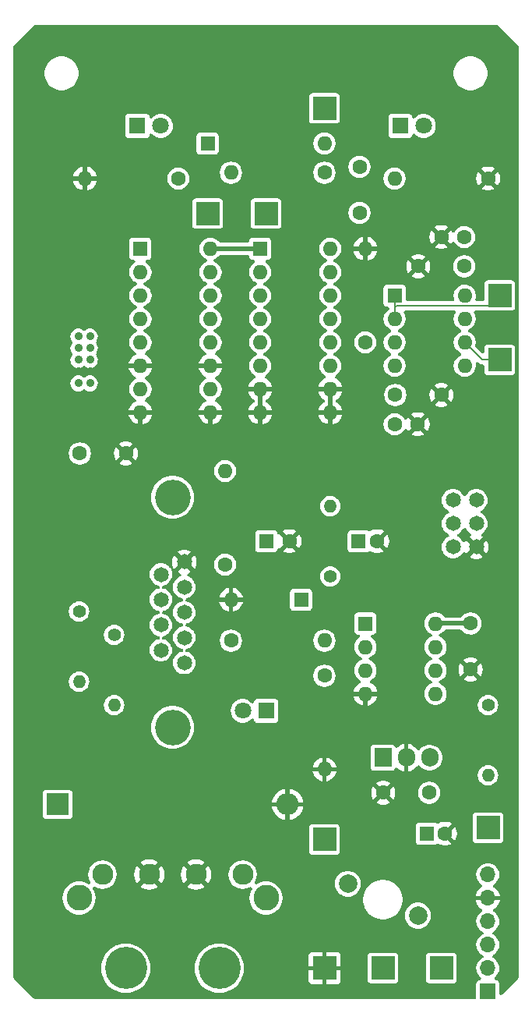
<source format=gbl>
G04 #@! TF.GenerationSoftware,KiCad,Pcbnew,8.0.3*
G04 #@! TF.CreationDate,2024-08-19T01:24:21-04:00*
G04 #@! TF.ProjectId,smoke-detector-interface,736d6f6b-652d-4646-9574-6563746f722d,rev?*
G04 #@! TF.SameCoordinates,Original*
G04 #@! TF.FileFunction,Copper,L2,Bot*
G04 #@! TF.FilePolarity,Positive*
%FSLAX46Y46*%
G04 Gerber Fmt 4.6, Leading zero omitted, Abs format (unit mm)*
G04 Created by KiCad (PCBNEW 8.0.3) date 2024-08-19 01:24:21*
%MOMM*%
%LPD*%
G01*
G04 APERTURE LIST*
G04 #@! TA.AperFunction,ComponentPad*
%ADD10R,2.500000X2.500000*%
G04 #@! TD*
G04 #@! TA.AperFunction,ComponentPad*
%ADD11C,2.000000*%
G04 #@! TD*
G04 #@! TA.AperFunction,ComponentPad*
%ADD12C,1.600000*%
G04 #@! TD*
G04 #@! TA.AperFunction,ComponentPad*
%ADD13C,1.651000*%
G04 #@! TD*
G04 #@! TA.AperFunction,ComponentPad*
%ADD14C,3.860800*%
G04 #@! TD*
G04 #@! TA.AperFunction,ComponentPad*
%ADD15R,1.800000X1.800000*%
G04 #@! TD*
G04 #@! TA.AperFunction,ComponentPad*
%ADD16C,1.800000*%
G04 #@! TD*
G04 #@! TA.AperFunction,ComponentPad*
%ADD17R,1.600000X1.600000*%
G04 #@! TD*
G04 #@! TA.AperFunction,ComponentPad*
%ADD18O,1.600000X1.600000*%
G04 #@! TD*
G04 #@! TA.AperFunction,ComponentPad*
%ADD19C,1.400000*%
G04 #@! TD*
G04 #@! TA.AperFunction,ComponentPad*
%ADD20O,1.400000X1.400000*%
G04 #@! TD*
G04 #@! TA.AperFunction,ComponentPad*
%ADD21R,2.400000X2.400000*%
G04 #@! TD*
G04 #@! TA.AperFunction,ComponentPad*
%ADD22O,2.400000X2.400000*%
G04 #@! TD*
G04 #@! TA.AperFunction,ComponentPad*
%ADD23C,1.650000*%
G04 #@! TD*
G04 #@! TA.AperFunction,ComponentPad*
%ADD24R,1.905000X2.000000*%
G04 #@! TD*
G04 #@! TA.AperFunction,ComponentPad*
%ADD25O,1.905000X2.000000*%
G04 #@! TD*
G04 #@! TA.AperFunction,ComponentPad*
%ADD26C,2.286000*%
G04 #@! TD*
G04 #@! TA.AperFunction,ComponentPad*
%ADD27C,2.794000*%
G04 #@! TD*
G04 #@! TA.AperFunction,ComponentPad*
%ADD28C,4.572000*%
G04 #@! TD*
G04 #@! TA.AperFunction,ComponentPad*
%ADD29C,0.914400*%
G04 #@! TD*
G04 #@! TA.AperFunction,ComponentPad*
%ADD30R,1.700000X1.700000*%
G04 #@! TD*
G04 #@! TA.AperFunction,ComponentPad*
%ADD31O,1.700000X1.700000*%
G04 #@! TD*
G04 #@! TA.AperFunction,Conductor*
%ADD32C,0.500000*%
G04 #@! TD*
G04 #@! TA.AperFunction,Conductor*
%ADD33C,0.200000*%
G04 #@! TD*
G04 APERTURE END LIST*
D10*
X132080000Y-142240000D03*
D11*
X134620000Y-147040600D03*
X142240000Y-150495000D03*
D10*
X132080000Y-62865000D03*
D12*
X105490000Y-100330000D03*
X110490000Y-100330000D03*
D13*
X116840000Y-123056600D03*
X116840000Y-120316600D03*
X116840000Y-117576601D03*
X116840000Y-114836601D03*
X116840000Y-112096602D03*
X114300000Y-121686600D03*
X114300000Y-118946601D03*
X114300000Y-116206601D03*
X114300000Y-113466601D03*
D14*
X115570000Y-105081602D03*
X115570000Y-130071600D03*
D15*
X125730000Y-128270000D03*
D16*
X123190000Y-128270000D03*
D15*
X140330000Y-64770000D03*
D16*
X142870000Y-64770000D03*
D17*
X143189888Y-141605000D03*
D12*
X145189888Y-141605000D03*
X136525000Y-88265000D03*
D18*
X136525000Y-78105000D03*
D19*
X149860000Y-127635000D03*
D20*
X149860000Y-135255000D03*
D19*
X109220000Y-120015000D03*
D20*
X109220000Y-127635000D03*
D12*
X116205000Y-70485000D03*
D18*
X106045000Y-70485000D03*
D17*
X112075000Y-78105000D03*
D18*
X112075000Y-80645000D03*
X112075000Y-83185000D03*
X112075000Y-85725000D03*
X112075000Y-88265000D03*
X112075000Y-90805000D03*
X112075000Y-93345000D03*
X112075000Y-95885000D03*
X119695000Y-95885000D03*
X119695000Y-93345000D03*
X119695000Y-90805000D03*
X119695000Y-88265000D03*
X119695000Y-85725000D03*
X119695000Y-83185000D03*
X119695000Y-80645000D03*
X119695000Y-78105000D03*
D12*
X121285000Y-112395000D03*
D18*
X121285000Y-102235000D03*
D12*
X139720000Y-97155000D03*
X142220000Y-97155000D03*
X135890000Y-69215000D03*
X135890000Y-74215000D03*
D17*
X135795000Y-109855000D03*
D12*
X137795000Y-109855000D03*
D17*
X129540000Y-116205000D03*
D18*
X121920000Y-116205000D03*
D12*
X132080000Y-69850000D03*
D18*
X121920000Y-69850000D03*
D12*
X139780000Y-93980000D03*
X144780000Y-93980000D03*
D17*
X136535000Y-118795000D03*
D18*
X136535000Y-121335000D03*
X136535000Y-123875000D03*
X136535000Y-126415000D03*
X144155000Y-126415000D03*
X144155000Y-123875000D03*
X144155000Y-121335000D03*
X144155000Y-118795000D03*
D19*
X132715000Y-113665000D03*
D20*
X132715000Y-106045000D03*
D10*
X149860000Y-140970000D03*
D21*
X103070000Y-138430000D03*
D22*
X128070000Y-138430000D03*
D10*
X125730000Y-74295000D03*
D23*
X146050000Y-105410000D03*
X148590000Y-105410000D03*
X146050000Y-107950000D03*
X148590000Y-107950000D03*
X146050000Y-110490000D03*
X148590000Y-110490000D03*
D24*
X138430000Y-133350000D03*
D25*
X140970000Y-133350000D03*
X143510000Y-133350000D03*
D26*
X107950000Y-146050000D03*
X113030000Y-146050000D03*
X118110000Y-146050000D03*
X123190000Y-146050000D03*
D27*
X105410000Y-148590000D03*
X125730000Y-148590000D03*
D28*
X110490000Y-156210000D03*
X120650000Y-156210000D03*
D15*
X111755000Y-64770000D03*
D16*
X114295000Y-64770000D03*
D10*
X138430000Y-156210000D03*
X144780000Y-156210000D03*
D12*
X147280000Y-80010000D03*
X142280000Y-80010000D03*
X147955000Y-118785000D03*
X147955000Y-123785000D03*
D17*
X125095000Y-78105000D03*
D18*
X125095000Y-80645000D03*
X125095000Y-83185000D03*
X125095000Y-85725000D03*
X125095000Y-88265000D03*
X125095000Y-90805000D03*
X125095000Y-93345000D03*
X125095000Y-95885000D03*
X132715000Y-95885000D03*
X132715000Y-93345000D03*
X132715000Y-90805000D03*
X132715000Y-88265000D03*
X132715000Y-85725000D03*
X132715000Y-83185000D03*
X132715000Y-80645000D03*
X132715000Y-78105000D03*
D10*
X119380000Y-74295000D03*
D17*
X139710000Y-83195000D03*
D18*
X139710000Y-85735000D03*
X139710000Y-88275000D03*
X139710000Y-90815000D03*
X147330000Y-90815000D03*
X147330000Y-88275000D03*
X147330000Y-85735000D03*
X147330000Y-83195000D03*
D12*
X132080000Y-124460000D03*
D18*
X132080000Y-134620000D03*
D10*
X151130000Y-83185000D03*
X151130000Y-90170000D03*
X132080000Y-156210000D03*
D12*
X149860000Y-70485000D03*
D18*
X139700000Y-70485000D03*
D12*
X121920000Y-120650000D03*
D18*
X132080000Y-120650000D03*
D12*
X143470000Y-137160000D03*
X138470000Y-137160000D03*
D17*
X119380000Y-66675000D03*
D18*
X132080000Y-66675000D03*
D17*
X125770000Y-109855000D03*
D12*
X128270000Y-109855000D03*
D29*
X105330000Y-92710000D03*
X106600000Y-92710000D03*
X105330000Y-91440000D03*
X106600000Y-91440000D03*
X105330000Y-90170000D03*
X106600000Y-90170000D03*
X105330000Y-88900000D03*
X106600000Y-88900000D03*
X105330000Y-87630000D03*
X106600000Y-87630000D03*
D12*
X147280000Y-76835000D03*
X144780000Y-76835000D03*
D19*
X105410000Y-117475000D03*
D20*
X105410000Y-125095000D03*
D30*
X149835000Y-158750000D03*
D31*
X149835000Y-156210000D03*
X149835000Y-153670000D03*
X149835000Y-151130000D03*
X149835000Y-148590000D03*
X149835000Y-146050000D03*
D32*
X119695000Y-78105000D02*
X125095000Y-78105000D01*
X147955000Y-118785000D02*
X144165000Y-118785000D01*
X144165000Y-118785000D02*
X144155000Y-118795000D01*
D33*
X149225000Y-90170000D02*
X147330000Y-88275000D01*
X151130000Y-90170000D02*
X149225000Y-90170000D01*
X150020000Y-84295000D02*
X139870000Y-84295000D01*
X139870000Y-84295000D02*
X139710000Y-84455000D01*
X139710000Y-83195000D02*
X139710000Y-84455000D01*
X139710000Y-84455000D02*
X139710000Y-85735000D01*
X151130000Y-83185000D02*
X150020000Y-84295000D01*
G04 #@! TA.AperFunction,Conductor*
G36*
X147454781Y-108437886D02*
G01*
X147482693Y-108486231D01*
X147496902Y-108523699D01*
X147518508Y-108555000D01*
X147664328Y-108766258D01*
X147665962Y-108768624D01*
X147665965Y-108768628D01*
X147671531Y-108773559D01*
X147888724Y-108965974D01*
X147963914Y-109005437D01*
X147972121Y-109009744D01*
X148052237Y-109097766D01*
X148057029Y-109216692D01*
X147984256Y-109310876D01*
X147972121Y-109317882D01*
X147840510Y-109386956D01*
X147840510Y-109386957D01*
X148419048Y-109965495D01*
X148278450Y-110023733D01*
X148123733Y-110178450D01*
X148065494Y-110319048D01*
X147493099Y-109746653D01*
X147402748Y-109877550D01*
X147305711Y-109946472D01*
X147187074Y-109936895D01*
X147116350Y-109877550D01*
X147045865Y-109775435D01*
X146974037Y-109671374D01*
X146925549Y-109628418D01*
X146751278Y-109474028D01*
X146751279Y-109474028D01*
X146751276Y-109474026D01*
X146751272Y-109474024D01*
X146751271Y-109474023D01*
X146560824Y-109374069D01*
X146480708Y-109286047D01*
X146475916Y-109167120D01*
X146548689Y-109072937D01*
X146560824Y-109065931D01*
X146751276Y-108965974D01*
X146974037Y-108768626D01*
X147143096Y-108523701D01*
X147157307Y-108486231D01*
X147235031Y-108396089D01*
X147352512Y-108376996D01*
X147454781Y-108437886D01*
G37*
G04 #@! TD.AperFunction*
G04 #@! TA.AperFunction,Conductor*
G36*
X125345000Y-95569315D02*
G01*
X125321582Y-95545897D01*
X125174565Y-95485000D01*
X125015435Y-95485000D01*
X124868418Y-95545897D01*
X124845000Y-95569315D01*
X124845000Y-93660685D01*
X124868418Y-93684103D01*
X125015435Y-93745000D01*
X125174565Y-93745000D01*
X125321582Y-93684103D01*
X125345000Y-93660685D01*
X125345000Y-95569315D01*
G37*
G04 #@! TD.AperFunction*
G04 #@! TA.AperFunction,Conductor*
G36*
X132965000Y-95569315D02*
G01*
X132941582Y-95545897D01*
X132794565Y-95485000D01*
X132635435Y-95485000D01*
X132488418Y-95545897D01*
X132465000Y-95569315D01*
X132465000Y-93660685D01*
X132488418Y-93684103D01*
X132635435Y-93745000D01*
X132794565Y-93745000D01*
X132941582Y-93684103D01*
X132965000Y-93660685D01*
X132965000Y-95569315D01*
G37*
G04 #@! TD.AperFunction*
G04 #@! TA.AperFunction,Conductor*
G36*
X150962457Y-53881208D02*
G01*
X150973649Y-53891463D01*
X153118537Y-56036351D01*
X153168838Y-56144223D01*
X153169500Y-56159388D01*
X153169500Y-157200611D01*
X153128792Y-157312456D01*
X153118537Y-157323648D01*
X151382536Y-159059649D01*
X151274664Y-159109950D01*
X151159697Y-159079144D01*
X151091428Y-158981647D01*
X151085499Y-158936612D01*
X151085499Y-157860557D01*
X151085498Y-157860550D01*
X151062263Y-157743733D01*
X151062263Y-157743732D01*
X151003034Y-157655091D01*
X150973744Y-157611256D01*
X150894609Y-157558379D01*
X150841269Y-157522738D01*
X150841268Y-157522737D01*
X150802326Y-157514991D01*
X150724445Y-157499500D01*
X150724443Y-157499500D01*
X150724030Y-157499500D01*
X150723877Y-157499444D01*
X150715935Y-157498662D01*
X150716135Y-157496626D01*
X150612185Y-157458792D01*
X150552673Y-157355715D01*
X150573342Y-157238500D01*
X150608641Y-157195265D01*
X150777888Y-157045326D01*
X150950396Y-156795405D01*
X151058081Y-156511462D01*
X151058082Y-156511456D01*
X151094685Y-156210003D01*
X151094685Y-156209996D01*
X151058082Y-155908543D01*
X151058081Y-155908539D01*
X151032691Y-155841592D01*
X150950396Y-155624595D01*
X150777888Y-155374674D01*
X150550583Y-155173300D01*
X150550579Y-155173298D01*
X150550578Y-155173297D01*
X150399621Y-155094069D01*
X150319505Y-155006047D01*
X150314713Y-154887120D01*
X150387486Y-154792937D01*
X150399621Y-154785931D01*
X150439677Y-154764908D01*
X150550583Y-154706700D01*
X150777888Y-154505326D01*
X150950396Y-154255405D01*
X151058081Y-153971462D01*
X151094685Y-153670000D01*
X151080625Y-153554208D01*
X151058082Y-153368543D01*
X151058081Y-153368539D01*
X150950397Y-153084598D01*
X150950396Y-153084595D01*
X150777888Y-152834674D01*
X150550583Y-152633300D01*
X150550579Y-152633298D01*
X150550578Y-152633297D01*
X150399621Y-152554069D01*
X150319505Y-152466047D01*
X150314713Y-152347120D01*
X150387486Y-152252937D01*
X150399621Y-152245931D01*
X150550583Y-152166700D01*
X150777888Y-151965326D01*
X150950396Y-151715405D01*
X151058081Y-151431462D01*
X151092181Y-151150623D01*
X151094685Y-151130003D01*
X151094685Y-151129996D01*
X151058082Y-150828543D01*
X151058081Y-150828539D01*
X151029664Y-150753610D01*
X150950396Y-150544595D01*
X150777888Y-150294674D01*
X150550583Y-150093300D01*
X150550579Y-150093298D01*
X150550578Y-150093297D01*
X150506672Y-150070253D01*
X150426558Y-149982230D01*
X150421766Y-149863304D01*
X150494541Y-149769121D01*
X150506675Y-149762115D01*
X150607519Y-149709188D01*
X150852909Y-149491791D01*
X150852911Y-149491789D01*
X151039143Y-149221986D01*
X151039146Y-149221980D01*
X151155398Y-148915445D01*
X151164559Y-148840001D01*
X151164559Y-148840000D01*
X150272643Y-148840000D01*
X150335000Y-148689456D01*
X150335000Y-148490544D01*
X150272643Y-148340000D01*
X151164559Y-148340000D01*
X151164559Y-148339998D01*
X151155398Y-148264554D01*
X151039146Y-147958019D01*
X151039143Y-147958013D01*
X150852911Y-147688210D01*
X150852909Y-147688208D01*
X150607519Y-147470811D01*
X150607516Y-147470809D01*
X150506674Y-147417883D01*
X150426558Y-147329861D01*
X150421766Y-147210934D01*
X150494539Y-147116751D01*
X150506661Y-147109751D01*
X150550583Y-147086700D01*
X150777888Y-146885326D01*
X150950396Y-146635405D01*
X151058081Y-146351462D01*
X151058082Y-146351456D01*
X151094685Y-146050003D01*
X151094685Y-146049996D01*
X151058082Y-145748543D01*
X151058081Y-145748539D01*
X151047823Y-145721492D01*
X150950396Y-145464595D01*
X150777888Y-145214674D01*
X150550583Y-145013300D01*
X150550579Y-145013298D01*
X150550578Y-145013297D01*
X150281692Y-144872174D01*
X149986840Y-144799500D01*
X149986838Y-144799500D01*
X149683162Y-144799500D01*
X149683159Y-144799500D01*
X149388307Y-144872174D01*
X149119421Y-145013297D01*
X149119414Y-145013302D01*
X148892114Y-145214671D01*
X148892111Y-145214675D01*
X148719605Y-145464592D01*
X148719602Y-145464598D01*
X148611918Y-145748539D01*
X148611917Y-145748543D01*
X148575315Y-146049996D01*
X148575315Y-146050003D01*
X148611917Y-146351456D01*
X148611918Y-146351460D01*
X148719602Y-146635401D01*
X148719605Y-146635407D01*
X148892111Y-146885324D01*
X148892114Y-146885328D01*
X148962165Y-146947387D01*
X149119417Y-147086700D01*
X149163326Y-147109745D01*
X149243441Y-147197767D01*
X149248234Y-147316693D01*
X149175462Y-147410877D01*
X149163326Y-147417883D01*
X149062483Y-147470809D01*
X149062480Y-147470811D01*
X148817090Y-147688208D01*
X148817088Y-147688210D01*
X148630856Y-147958013D01*
X148630853Y-147958019D01*
X148514601Y-148264554D01*
X148505440Y-148339998D01*
X148505441Y-148340000D01*
X149397357Y-148340000D01*
X149335000Y-148490544D01*
X149335000Y-148689456D01*
X149397357Y-148840000D01*
X148505441Y-148840000D01*
X148505440Y-148840001D01*
X148514601Y-148915445D01*
X148630853Y-149221980D01*
X148630856Y-149221986D01*
X148817088Y-149491789D01*
X148817090Y-149491791D01*
X149062480Y-149709188D01*
X149062483Y-149709190D01*
X149163325Y-149762116D01*
X149243441Y-149850138D01*
X149248233Y-149969064D01*
X149175460Y-150063248D01*
X149163328Y-150070253D01*
X149119419Y-150093299D01*
X149119414Y-150093302D01*
X148892114Y-150294671D01*
X148892111Y-150294675D01*
X148719605Y-150544592D01*
X148719602Y-150544598D01*
X148611918Y-150828539D01*
X148611917Y-150828543D01*
X148575315Y-151129996D01*
X148575315Y-151130003D01*
X148611917Y-151431456D01*
X148611918Y-151431460D01*
X148611919Y-151431462D01*
X148719604Y-151715405D01*
X148892112Y-151965326D01*
X149119417Y-152166700D01*
X149119421Y-152166702D01*
X149270378Y-152245931D01*
X149350494Y-152333953D01*
X149355286Y-152452880D01*
X149282513Y-152547063D01*
X149270378Y-152554069D01*
X149119421Y-152633297D01*
X149119414Y-152633302D01*
X148892114Y-152834671D01*
X148892111Y-152834675D01*
X148719605Y-153084592D01*
X148719602Y-153084598D01*
X148611918Y-153368539D01*
X148611917Y-153368543D01*
X148575315Y-153669996D01*
X148575315Y-153670003D01*
X148611917Y-153971456D01*
X148611918Y-153971460D01*
X148611919Y-153971462D01*
X148719604Y-154255405D01*
X148892112Y-154505326D01*
X149119417Y-154706700D01*
X149119421Y-154706702D01*
X149270378Y-154785931D01*
X149350494Y-154873953D01*
X149355286Y-154992880D01*
X149282513Y-155087063D01*
X149270378Y-155094069D01*
X149119421Y-155173297D01*
X149119414Y-155173302D01*
X148892114Y-155374671D01*
X148892111Y-155374675D01*
X148719605Y-155624592D01*
X148719602Y-155624598D01*
X148611918Y-155908539D01*
X148611917Y-155908543D01*
X148575315Y-156209996D01*
X148575315Y-156210003D01*
X148611917Y-156511456D01*
X148611918Y-156511460D01*
X148719602Y-156795401D01*
X148719605Y-156795407D01*
X148892110Y-157045324D01*
X148892111Y-157045325D01*
X148892112Y-157045326D01*
X149061355Y-157195261D01*
X149118076Y-157299896D01*
X149094269Y-157416514D01*
X149001071Y-157490545D01*
X148954021Y-157498194D01*
X148954068Y-157498663D01*
X148946630Y-157499395D01*
X148945989Y-157499500D01*
X148945571Y-157499500D01*
X148945553Y-157499501D01*
X148828733Y-157522736D01*
X148828732Y-157522736D01*
X148696258Y-157611254D01*
X148696254Y-157611258D01*
X148607738Y-157743730D01*
X148607737Y-157743731D01*
X148606740Y-157748744D01*
X148584512Y-157860498D01*
X148584500Y-157860556D01*
X148584500Y-157860557D01*
X148584501Y-159345500D01*
X148543793Y-159457345D01*
X148440716Y-159516857D01*
X148410501Y-159519500D01*
X100609388Y-159519500D01*
X100497543Y-159478792D01*
X100486351Y-159468537D01*
X98341463Y-157323649D01*
X98291162Y-157215777D01*
X98290500Y-157200612D01*
X98290500Y-156210000D01*
X107793238Y-156210000D01*
X107834207Y-156678286D01*
X107955871Y-157132341D01*
X107955873Y-157132347D01*
X108154536Y-157558381D01*
X108424160Y-157943445D01*
X108756555Y-158275840D01*
X109141619Y-158545464D01*
X109567653Y-158744127D01*
X110021712Y-158865792D01*
X110021711Y-158865792D01*
X110059385Y-158869087D01*
X110490000Y-158906762D01*
X110958288Y-158865792D01*
X111412347Y-158744127D01*
X111838381Y-158545464D01*
X112223445Y-158275840D01*
X112555840Y-157943445D01*
X112825464Y-157558381D01*
X113024127Y-157132347D01*
X113145792Y-156678288D01*
X113186762Y-156210000D01*
X117953238Y-156210000D01*
X117994207Y-156678286D01*
X118115871Y-157132341D01*
X118115873Y-157132347D01*
X118314536Y-157558381D01*
X118584160Y-157943445D01*
X118916555Y-158275840D01*
X119301619Y-158545464D01*
X119727653Y-158744127D01*
X120181712Y-158865792D01*
X120181711Y-158865792D01*
X120219385Y-158869087D01*
X120650000Y-158906762D01*
X121118288Y-158865792D01*
X121572347Y-158744127D01*
X121998381Y-158545464D01*
X122383445Y-158275840D01*
X122715840Y-157943445D01*
X122985464Y-157558381D01*
X123184127Y-157132347D01*
X123305792Y-156678288D01*
X123346762Y-156210000D01*
X123305792Y-155741712D01*
X123184127Y-155287653D01*
X123008377Y-154910755D01*
X130330000Y-154910755D01*
X130330000Y-155959999D01*
X130330001Y-155960000D01*
X131531518Y-155960000D01*
X131520889Y-155978409D01*
X131480000Y-156131009D01*
X131480000Y-156288991D01*
X131520889Y-156441591D01*
X131531518Y-156460000D01*
X130330001Y-156460000D01*
X130330000Y-156460001D01*
X130330000Y-157509244D01*
X130359011Y-157655091D01*
X130469518Y-157820478D01*
X130469521Y-157820481D01*
X130634908Y-157930988D01*
X130780755Y-157960000D01*
X131829999Y-157960000D01*
X131830000Y-157959999D01*
X131830000Y-156758482D01*
X131848409Y-156769111D01*
X132001009Y-156810000D01*
X132158991Y-156810000D01*
X132311591Y-156769111D01*
X132330000Y-156758482D01*
X132330000Y-157959999D01*
X132330001Y-157960000D01*
X133379244Y-157960000D01*
X133525091Y-157930988D01*
X133690478Y-157820481D01*
X133690481Y-157820478D01*
X133800988Y-157655091D01*
X133830000Y-157509244D01*
X133830000Y-156460001D01*
X133829999Y-156460000D01*
X132628482Y-156460000D01*
X132639111Y-156441591D01*
X132680000Y-156288991D01*
X132680000Y-156131009D01*
X132639111Y-155978409D01*
X132628482Y-155960000D01*
X133829999Y-155960000D01*
X133830000Y-155959999D01*
X133830000Y-154920556D01*
X136779500Y-154920556D01*
X136779500Y-157499437D01*
X136779501Y-157499446D01*
X136802736Y-157616266D01*
X136802736Y-157616267D01*
X136865121Y-157709631D01*
X136891256Y-157748744D01*
X136998613Y-157820478D01*
X137023730Y-157837261D01*
X137023731Y-157837262D01*
X137023733Y-157837263D01*
X137140555Y-157860500D01*
X139719444Y-157860499D01*
X139836267Y-157837263D01*
X139968744Y-157748744D01*
X140057263Y-157616267D01*
X140080500Y-157499445D01*
X140080499Y-154920556D01*
X143129500Y-154920556D01*
X143129500Y-157499437D01*
X143129501Y-157499446D01*
X143152736Y-157616266D01*
X143152736Y-157616267D01*
X143215121Y-157709631D01*
X143241256Y-157748744D01*
X143348613Y-157820478D01*
X143373730Y-157837261D01*
X143373731Y-157837262D01*
X143373733Y-157837263D01*
X143490555Y-157860500D01*
X146069444Y-157860499D01*
X146186267Y-157837263D01*
X146318744Y-157748744D01*
X146407263Y-157616267D01*
X146430500Y-157499445D01*
X146430499Y-154920556D01*
X146407263Y-154803733D01*
X146407263Y-154803732D01*
X146318745Y-154671258D01*
X146318744Y-154671256D01*
X146211386Y-154599521D01*
X146186269Y-154582738D01*
X146186268Y-154582737D01*
X146157061Y-154576927D01*
X146069445Y-154559500D01*
X146069442Y-154559500D01*
X143490562Y-154559500D01*
X143490553Y-154559501D01*
X143373733Y-154582736D01*
X143373732Y-154582736D01*
X143241258Y-154671254D01*
X143241254Y-154671258D01*
X143152738Y-154803730D01*
X143152737Y-154803731D01*
X143152737Y-154803733D01*
X143129501Y-154920553D01*
X143129500Y-154920556D01*
X140080499Y-154920556D01*
X140057263Y-154803733D01*
X140057263Y-154803732D01*
X139968745Y-154671258D01*
X139968744Y-154671256D01*
X139861386Y-154599521D01*
X139836269Y-154582738D01*
X139836268Y-154582737D01*
X139807061Y-154576927D01*
X139719445Y-154559500D01*
X139719442Y-154559500D01*
X137140562Y-154559500D01*
X137140553Y-154559501D01*
X137023733Y-154582736D01*
X137023732Y-154582736D01*
X136891258Y-154671254D01*
X136891254Y-154671258D01*
X136802738Y-154803730D01*
X136802737Y-154803731D01*
X136802737Y-154803733D01*
X136779501Y-154920553D01*
X136779500Y-154920556D01*
X133830000Y-154920556D01*
X133830000Y-154910755D01*
X133800988Y-154764908D01*
X133690481Y-154599521D01*
X133690478Y-154599518D01*
X133525091Y-154489011D01*
X133379245Y-154460000D01*
X132330001Y-154460000D01*
X132330000Y-154460001D01*
X132330000Y-155661517D01*
X132311591Y-155650889D01*
X132158991Y-155610000D01*
X132001009Y-155610000D01*
X131848409Y-155650889D01*
X131830000Y-155661517D01*
X131830000Y-154460001D01*
X131829999Y-154460000D01*
X130780755Y-154460000D01*
X130634908Y-154489011D01*
X130469521Y-154599518D01*
X130469518Y-154599521D01*
X130359011Y-154764908D01*
X130330000Y-154910755D01*
X123008377Y-154910755D01*
X122985464Y-154861619D01*
X122715840Y-154476555D01*
X122383445Y-154144160D01*
X121998381Y-153874536D01*
X121572347Y-153675873D01*
X121572342Y-153675871D01*
X121572341Y-153675871D01*
X121329013Y-153610671D01*
X121118288Y-153554208D01*
X121118286Y-153554207D01*
X121118288Y-153554207D01*
X120650000Y-153513238D01*
X120181713Y-153554207D01*
X119727658Y-153675871D01*
X119727654Y-153675872D01*
X119727653Y-153675873D01*
X119564408Y-153751995D01*
X119301620Y-153874535D01*
X118916552Y-154144162D01*
X118584162Y-154476552D01*
X118314535Y-154861620D01*
X118115871Y-155287658D01*
X117994207Y-155741713D01*
X117953238Y-156210000D01*
X113186762Y-156210000D01*
X113145792Y-155741712D01*
X113024127Y-155287653D01*
X112825464Y-154861619D01*
X112555840Y-154476555D01*
X112223445Y-154144160D01*
X111838381Y-153874536D01*
X111412347Y-153675873D01*
X111412342Y-153675871D01*
X111412341Y-153675871D01*
X111169013Y-153610671D01*
X110958288Y-153554208D01*
X110958286Y-153554207D01*
X110958288Y-153554207D01*
X110490000Y-153513238D01*
X110021713Y-153554207D01*
X109567658Y-153675871D01*
X109567654Y-153675872D01*
X109567653Y-153675873D01*
X109404408Y-153751995D01*
X109141620Y-153874535D01*
X108756552Y-154144162D01*
X108424162Y-154476552D01*
X108154535Y-154861620D01*
X107955871Y-155287658D01*
X107834207Y-155741713D01*
X107793238Y-156210000D01*
X98290500Y-156210000D01*
X98290500Y-148590000D01*
X103602599Y-148590000D01*
X103642094Y-148965779D01*
X103758856Y-149325133D01*
X103758860Y-149325142D01*
X103947777Y-149652357D01*
X103947780Y-149652361D01*
X103947782Y-149652364D01*
X104200613Y-149933161D01*
X104506299Y-150155255D01*
X104851482Y-150308940D01*
X105221075Y-150387500D01*
X105598925Y-150387500D01*
X105968518Y-150308940D01*
X106313701Y-150155255D01*
X106619387Y-149933161D01*
X106872218Y-149652364D01*
X107061143Y-149325136D01*
X107177905Y-148965780D01*
X107217401Y-148590000D01*
X107177905Y-148214220D01*
X107061143Y-147854864D01*
X107061139Y-147854857D01*
X106922266Y-147614321D01*
X106901597Y-147497106D01*
X106961109Y-147394029D01*
X107072954Y-147353321D01*
X107165526Y-147379990D01*
X107276063Y-147449445D01*
X107604366Y-147564323D01*
X107950000Y-147603267D01*
X108295634Y-147564323D01*
X108623937Y-147449445D01*
X108918446Y-147264393D01*
X109164393Y-147018446D01*
X109349445Y-146723937D01*
X109464323Y-146395634D01*
X109503267Y-146050000D01*
X111376604Y-146050000D01*
X111418057Y-146417912D01*
X111540343Y-146767385D01*
X111701916Y-147024528D01*
X112342766Y-146383677D01*
X112420248Y-146517879D01*
X112562121Y-146659752D01*
X112696320Y-146737231D01*
X112055470Y-147378082D01*
X112312615Y-147539656D01*
X112312614Y-147539656D01*
X112662089Y-147661942D01*
X112662086Y-147661942D01*
X113030000Y-147703395D01*
X113397912Y-147661942D01*
X113747383Y-147539656D01*
X113747386Y-147539655D01*
X114004528Y-147378082D01*
X113363678Y-146737232D01*
X113497879Y-146659752D01*
X113639752Y-146517879D01*
X113717232Y-146383678D01*
X114358082Y-147024528D01*
X114519655Y-146767386D01*
X114519656Y-146767383D01*
X114641942Y-146417912D01*
X114683395Y-146050000D01*
X116456604Y-146050000D01*
X116498057Y-146417912D01*
X116620343Y-146767385D01*
X116781916Y-147024528D01*
X117422766Y-146383677D01*
X117500248Y-146517879D01*
X117642121Y-146659752D01*
X117776320Y-146737231D01*
X117135470Y-147378082D01*
X117392615Y-147539656D01*
X117392614Y-147539656D01*
X117742089Y-147661942D01*
X117742086Y-147661942D01*
X118110000Y-147703395D01*
X118477912Y-147661942D01*
X118827383Y-147539656D01*
X118827386Y-147539655D01*
X119084528Y-147378082D01*
X118443678Y-146737232D01*
X118577879Y-146659752D01*
X118719752Y-146517879D01*
X118797232Y-146383678D01*
X119438082Y-147024528D01*
X119599655Y-146767386D01*
X119599656Y-146767383D01*
X119721942Y-146417912D01*
X119763395Y-146050000D01*
X121636733Y-146050000D01*
X121675676Y-146395631D01*
X121675676Y-146395633D01*
X121675677Y-146395634D01*
X121790555Y-146723937D01*
X121790556Y-146723938D01*
X121790557Y-146723941D01*
X121857844Y-146831027D01*
X121975607Y-147018446D01*
X122221554Y-147264393D01*
X122516063Y-147449445D01*
X122844366Y-147564323D01*
X123190000Y-147603267D01*
X123535634Y-147564323D01*
X123863937Y-147449445D01*
X123974471Y-147379992D01*
X124090830Y-147354954D01*
X124196061Y-147410569D01*
X124240923Y-147520814D01*
X124217734Y-147614321D01*
X124078856Y-147854864D01*
X124078856Y-147854866D01*
X123962094Y-148214220D01*
X123922599Y-148590000D01*
X123962094Y-148965779D01*
X124078856Y-149325133D01*
X124078860Y-149325142D01*
X124267777Y-149652357D01*
X124267780Y-149652361D01*
X124267782Y-149652364D01*
X124520613Y-149933161D01*
X124826299Y-150155255D01*
X125171482Y-150308940D01*
X125541075Y-150387500D01*
X125918925Y-150387500D01*
X126288518Y-150308940D01*
X126633701Y-150155255D01*
X126939387Y-149933161D01*
X127192218Y-149652364D01*
X127381143Y-149325136D01*
X127497905Y-148965780D01*
X127536438Y-148599158D01*
X136287200Y-148599158D01*
X136287200Y-148936442D01*
X136339963Y-149269574D01*
X136444189Y-149590350D01*
X136444190Y-149590353D01*
X136475788Y-149652367D01*
X136597313Y-149890872D01*
X136795564Y-150163741D01*
X137034059Y-150402236D01*
X137306928Y-150600487D01*
X137607450Y-150753611D01*
X137928226Y-150857837D01*
X138261358Y-150910600D01*
X138261362Y-150910600D01*
X138598638Y-150910600D01*
X138598642Y-150910600D01*
X138931774Y-150857837D01*
X139252550Y-150753611D01*
X139553072Y-150600487D01*
X139698268Y-150494996D01*
X140829214Y-150494996D01*
X140829214Y-150495003D01*
X140870207Y-150832617D01*
X140870208Y-150832621D01*
X140899781Y-150910600D01*
X140990811Y-151150625D01*
X141184012Y-151430524D01*
X141184013Y-151430525D01*
X141184014Y-151430526D01*
X141185071Y-151431462D01*
X141438582Y-151656054D01*
X141438586Y-151656056D01*
X141739725Y-151814107D01*
X141739727Y-151814107D01*
X141739728Y-151814108D01*
X142069949Y-151895500D01*
X142069950Y-151895500D01*
X142410050Y-151895500D01*
X142410051Y-151895500D01*
X142740272Y-151814108D01*
X143041418Y-151656054D01*
X143295988Y-151430524D01*
X143489189Y-151150625D01*
X143609791Y-150832623D01*
X143609792Y-150832617D01*
X143650786Y-150495003D01*
X143650786Y-150494996D01*
X143609792Y-150157382D01*
X143609791Y-150157378D01*
X143608986Y-150155256D01*
X143489189Y-149839375D01*
X143295988Y-149559476D01*
X143041418Y-149333946D01*
X143041414Y-149333944D01*
X143041413Y-149333943D01*
X142740274Y-149175892D01*
X142410053Y-149094500D01*
X142410051Y-149094500D01*
X142069949Y-149094500D01*
X142069946Y-149094500D01*
X141739725Y-149175892D01*
X141438586Y-149333943D01*
X141438580Y-149333948D01*
X141184014Y-149559473D01*
X140990810Y-149839376D01*
X140990809Y-149839378D01*
X140870208Y-150157378D01*
X140870207Y-150157382D01*
X140829214Y-150494996D01*
X139698268Y-150494996D01*
X139825941Y-150402236D01*
X140064436Y-150163741D01*
X140262687Y-149890872D01*
X140415811Y-149590350D01*
X140520037Y-149269574D01*
X140572800Y-148936442D01*
X140572800Y-148599158D01*
X140520037Y-148266026D01*
X140415811Y-147945250D01*
X140262687Y-147644728D01*
X140064436Y-147371859D01*
X139825941Y-147133364D01*
X139553072Y-146935113D01*
X139405569Y-146859956D01*
X139252553Y-146781990D01*
X139252550Y-146781989D01*
X139073911Y-146723946D01*
X138931774Y-146677763D01*
X138598642Y-146625000D01*
X138261358Y-146625000D01*
X137928226Y-146677763D01*
X137607449Y-146781989D01*
X137607446Y-146781990D01*
X137306928Y-146935113D01*
X137034061Y-147133362D01*
X136795562Y-147371861D01*
X136597313Y-147644728D01*
X136444190Y-147945246D01*
X136444189Y-147945249D01*
X136444189Y-147945250D01*
X136339963Y-148266026D01*
X136287200Y-148599158D01*
X127536438Y-148599158D01*
X127537401Y-148590000D01*
X127497905Y-148214220D01*
X127381143Y-147854864D01*
X127381139Y-147854857D01*
X127192222Y-147527642D01*
X127192220Y-147527639D01*
X127192218Y-147527636D01*
X126939387Y-147246839D01*
X126655518Y-147040596D01*
X133209214Y-147040596D01*
X133209214Y-147040603D01*
X133250207Y-147378217D01*
X133250208Y-147378221D01*
X133367770Y-147688208D01*
X133370811Y-147696225D01*
X133564012Y-147976124D01*
X133818582Y-148201654D01*
X133862989Y-148224961D01*
X134119725Y-148359707D01*
X134119727Y-148359707D01*
X134119728Y-148359708D01*
X134449949Y-148441100D01*
X134449950Y-148441100D01*
X134790050Y-148441100D01*
X134790051Y-148441100D01*
X135120272Y-148359708D01*
X135421418Y-148201654D01*
X135675988Y-147976124D01*
X135869189Y-147696225D01*
X135989791Y-147378223D01*
X135989808Y-147378082D01*
X136030786Y-147040603D01*
X136030786Y-147040596D01*
X135989792Y-146702982D01*
X135989791Y-146702978D01*
X135980228Y-146677763D01*
X135869189Y-146384975D01*
X135675988Y-146105076D01*
X135421418Y-145879546D01*
X135421414Y-145879544D01*
X135421413Y-145879543D01*
X135120274Y-145721492D01*
X134790053Y-145640100D01*
X134790051Y-145640100D01*
X134449949Y-145640100D01*
X134449946Y-145640100D01*
X134119725Y-145721492D01*
X133818586Y-145879543D01*
X133818580Y-145879548D01*
X133564014Y-146105073D01*
X133370810Y-146384976D01*
X133370809Y-146384978D01*
X133250208Y-146702978D01*
X133250207Y-146702982D01*
X133209214Y-147040596D01*
X126655518Y-147040596D01*
X126633701Y-147024745D01*
X126633700Y-147024744D01*
X126633698Y-147024743D01*
X126288519Y-146871060D01*
X125918925Y-146792500D01*
X125541075Y-146792500D01*
X125171481Y-146871060D01*
X124826300Y-147024744D01*
X124771758Y-147064371D01*
X124657345Y-147097177D01*
X124548613Y-147048765D01*
X124496438Y-146941787D01*
X124522156Y-146831027D01*
X124589439Y-146723947D01*
X124589442Y-146723941D01*
X124589445Y-146723937D01*
X124704323Y-146395634D01*
X124743267Y-146050000D01*
X124704323Y-145704366D01*
X124589445Y-145376063D01*
X124404393Y-145081554D01*
X124158446Y-144835607D01*
X123977508Y-144721916D01*
X123863941Y-144650557D01*
X123863939Y-144650556D01*
X123863937Y-144650555D01*
X123535634Y-144535677D01*
X123535630Y-144535676D01*
X123535632Y-144535676D01*
X123190000Y-144496733D01*
X122844368Y-144535676D01*
X122680214Y-144593116D01*
X122516063Y-144650555D01*
X122516061Y-144650555D01*
X122516061Y-144650556D01*
X122516058Y-144650557D01*
X122221554Y-144835607D01*
X121975607Y-145081554D01*
X121790557Y-145376058D01*
X121790555Y-145376061D01*
X121790555Y-145376063D01*
X121759575Y-145464598D01*
X121675676Y-145704368D01*
X121636733Y-146050000D01*
X119763395Y-146050000D01*
X119721942Y-145682087D01*
X119599656Y-145332614D01*
X119438082Y-145075470D01*
X118797231Y-145716320D01*
X118719752Y-145582121D01*
X118577879Y-145440248D01*
X118443677Y-145362766D01*
X119084528Y-144721916D01*
X118827384Y-144560343D01*
X118827385Y-144560343D01*
X118477910Y-144438057D01*
X118477913Y-144438057D01*
X118110000Y-144396604D01*
X117742087Y-144438057D01*
X117392618Y-144560342D01*
X117135470Y-144721916D01*
X117776321Y-145362767D01*
X117642121Y-145440248D01*
X117500248Y-145582121D01*
X117422767Y-145716321D01*
X116781916Y-145075470D01*
X116620342Y-145332618D01*
X116498057Y-145682087D01*
X116456604Y-146050000D01*
X114683395Y-146050000D01*
X114641942Y-145682087D01*
X114519656Y-145332614D01*
X114358082Y-145075470D01*
X113717231Y-145716320D01*
X113639752Y-145582121D01*
X113497879Y-145440248D01*
X113363677Y-145362766D01*
X114004528Y-144721916D01*
X113747384Y-144560343D01*
X113747385Y-144560343D01*
X113397910Y-144438057D01*
X113397913Y-144438057D01*
X113030000Y-144396604D01*
X112662087Y-144438057D01*
X112312618Y-144560342D01*
X112055470Y-144721916D01*
X112696321Y-145362767D01*
X112562121Y-145440248D01*
X112420248Y-145582121D01*
X112342767Y-145716321D01*
X111701916Y-145075470D01*
X111540342Y-145332618D01*
X111418057Y-145682087D01*
X111376604Y-146050000D01*
X109503267Y-146050000D01*
X109464323Y-145704366D01*
X109349445Y-145376063D01*
X109164393Y-145081554D01*
X108918446Y-144835607D01*
X108737508Y-144721916D01*
X108623941Y-144650557D01*
X108623939Y-144650556D01*
X108623937Y-144650555D01*
X108295634Y-144535677D01*
X108295630Y-144535676D01*
X108295632Y-144535676D01*
X107950000Y-144496733D01*
X107604368Y-144535676D01*
X107440214Y-144593116D01*
X107276063Y-144650555D01*
X107276061Y-144650555D01*
X107276061Y-144650556D01*
X107276058Y-144650557D01*
X106981554Y-144835607D01*
X106735607Y-145081554D01*
X106550557Y-145376058D01*
X106550555Y-145376061D01*
X106550555Y-145376063D01*
X106519575Y-145464598D01*
X106435676Y-145704368D01*
X106396733Y-146050000D01*
X106435676Y-146395631D01*
X106435676Y-146395633D01*
X106435677Y-146395634D01*
X106550555Y-146723937D01*
X106550556Y-146723938D01*
X106550559Y-146723946D01*
X106617843Y-146831027D01*
X106642879Y-146947387D01*
X106587263Y-147052617D01*
X106477019Y-147097478D01*
X106368239Y-147064369D01*
X106313701Y-147024745D01*
X106313700Y-147024744D01*
X106313698Y-147024743D01*
X105968519Y-146871060D01*
X105598925Y-146792500D01*
X105221075Y-146792500D01*
X104851481Y-146871060D01*
X104506299Y-147024744D01*
X104200615Y-147246836D01*
X104200612Y-147246839D01*
X103947785Y-147527632D01*
X103947777Y-147527642D01*
X103758860Y-147854857D01*
X103758856Y-147854866D01*
X103642094Y-148214220D01*
X103602599Y-148590000D01*
X98290500Y-148590000D01*
X98290500Y-140950556D01*
X130429500Y-140950556D01*
X130429500Y-143529437D01*
X130429501Y-143529446D01*
X130452736Y-143646266D01*
X130452736Y-143646267D01*
X130540852Y-143778140D01*
X130541256Y-143778744D01*
X130671961Y-143866079D01*
X130673730Y-143867261D01*
X130673731Y-143867262D01*
X130673733Y-143867263D01*
X130790555Y-143890500D01*
X133369444Y-143890499D01*
X133486267Y-143867263D01*
X133618744Y-143778744D01*
X133707263Y-143646267D01*
X133730500Y-143529445D01*
X133730499Y-140950556D01*
X133707263Y-140833733D01*
X133707263Y-140833732D01*
X133661708Y-140765556D01*
X141989388Y-140765556D01*
X141989388Y-142444437D01*
X141989389Y-142444446D01*
X142012624Y-142561266D01*
X142012624Y-142561267D01*
X142083637Y-142667543D01*
X142101144Y-142693744D01*
X142104272Y-142695834D01*
X142233618Y-142782261D01*
X142233619Y-142782262D01*
X142233621Y-142782263D01*
X142350443Y-142805500D01*
X144029332Y-142805499D01*
X144146155Y-142782263D01*
X144275505Y-142695833D01*
X144391114Y-142667543D01*
X144453035Y-142686440D01*
X144725513Y-142829448D01*
X145032036Y-142904999D01*
X145032040Y-142905000D01*
X145347736Y-142905000D01*
X145347739Y-142904999D01*
X145654262Y-142829448D01*
X145654266Y-142829446D01*
X145920860Y-142689526D01*
X145920860Y-142689525D01*
X145236336Y-142005000D01*
X145269453Y-142005000D01*
X145416470Y-141944103D01*
X145528991Y-141831582D01*
X145589888Y-141684565D01*
X145589888Y-141651445D01*
X146268816Y-142330373D01*
X146349433Y-142213579D01*
X146349436Y-142213573D01*
X146461383Y-141918393D01*
X146461384Y-141918389D01*
X146499436Y-141605003D01*
X146499436Y-141604996D01*
X146461384Y-141291610D01*
X146461383Y-141291606D01*
X146349436Y-140996426D01*
X146268815Y-140879626D01*
X145589888Y-141558553D01*
X145589888Y-141525435D01*
X145528991Y-141378418D01*
X145416470Y-141265897D01*
X145269453Y-141205000D01*
X145236335Y-141205000D01*
X145920860Y-140520472D01*
X145654260Y-140380551D01*
X145347739Y-140305000D01*
X145032036Y-140305000D01*
X144725513Y-140380551D01*
X144453035Y-140523559D01*
X144335083Y-140539491D01*
X144275503Y-140514165D01*
X144146157Y-140427738D01*
X144146156Y-140427737D01*
X144116949Y-140421927D01*
X144029333Y-140404500D01*
X144029330Y-140404500D01*
X142350450Y-140404500D01*
X142350441Y-140404501D01*
X142233621Y-140427736D01*
X142233620Y-140427736D01*
X142101146Y-140516254D01*
X142101142Y-140516258D01*
X142012626Y-140648730D01*
X142012625Y-140648731D01*
X141989388Y-140765556D01*
X133661708Y-140765556D01*
X133618745Y-140701258D01*
X133618744Y-140701256D01*
X133616972Y-140700072D01*
X133486269Y-140612738D01*
X133486268Y-140612737D01*
X133457061Y-140606927D01*
X133369445Y-140589500D01*
X133369442Y-140589500D01*
X130790562Y-140589500D01*
X130790553Y-140589501D01*
X130673733Y-140612736D01*
X130673732Y-140612736D01*
X130541258Y-140701254D01*
X130541254Y-140701258D01*
X130452738Y-140833730D01*
X130452737Y-140833731D01*
X130452737Y-140833733D01*
X130429501Y-140950553D01*
X130429500Y-140950556D01*
X98290500Y-140950556D01*
X98290500Y-137190556D01*
X101469500Y-137190556D01*
X101469500Y-139669437D01*
X101469501Y-139669446D01*
X101492736Y-139786266D01*
X101492736Y-139786267D01*
X101575650Y-139910354D01*
X101581256Y-139918744D01*
X101711961Y-140006079D01*
X101713730Y-140007261D01*
X101713731Y-140007262D01*
X101713733Y-140007263D01*
X101830555Y-140030500D01*
X104309444Y-140030499D01*
X104426267Y-140007263D01*
X104558744Y-139918744D01*
X104647263Y-139786267D01*
X104670500Y-139669445D01*
X104670499Y-138179999D01*
X126386911Y-138179999D01*
X126386912Y-138180000D01*
X127521518Y-138180000D01*
X127510889Y-138198409D01*
X127470000Y-138351009D01*
X127470000Y-138508991D01*
X127510889Y-138661591D01*
X127521518Y-138680000D01*
X126386912Y-138680000D01*
X126397989Y-138785395D01*
X126508419Y-139125264D01*
X126687090Y-139434732D01*
X126687098Y-139434742D01*
X126926213Y-139700305D01*
X127215320Y-139910354D01*
X127541777Y-140055702D01*
X127820000Y-140114838D01*
X127820000Y-138978482D01*
X127838409Y-138989111D01*
X127991009Y-139030000D01*
X128148991Y-139030000D01*
X128301591Y-138989111D01*
X128320000Y-138978482D01*
X128320000Y-140114838D01*
X128598222Y-140055702D01*
X128924679Y-139910354D01*
X129213786Y-139700305D01*
X129231568Y-139680556D01*
X148209500Y-139680556D01*
X148209500Y-142259437D01*
X148209501Y-142259446D01*
X148232736Y-142376266D01*
X148232736Y-142376267D01*
X148278292Y-142444445D01*
X148321256Y-142508744D01*
X148399860Y-142561266D01*
X148453730Y-142597261D01*
X148453731Y-142597262D01*
X148453733Y-142597263D01*
X148570555Y-142620500D01*
X151149444Y-142620499D01*
X151266267Y-142597263D01*
X151398744Y-142508744D01*
X151487263Y-142376267D01*
X151510500Y-142259445D01*
X151510499Y-139680556D01*
X151487263Y-139563733D01*
X151487263Y-139563732D01*
X151401073Y-139434742D01*
X151398744Y-139431256D01*
X151396972Y-139430072D01*
X151266269Y-139342738D01*
X151266268Y-139342737D01*
X151237061Y-139336927D01*
X151149445Y-139319500D01*
X151149442Y-139319500D01*
X148570562Y-139319500D01*
X148570553Y-139319501D01*
X148453733Y-139342736D01*
X148453732Y-139342736D01*
X148321258Y-139431254D01*
X148321254Y-139431258D01*
X148232738Y-139563730D01*
X148232737Y-139563731D01*
X148232737Y-139563733D01*
X148209501Y-139680553D01*
X148209500Y-139680556D01*
X129231568Y-139680556D01*
X129452901Y-139434742D01*
X129452909Y-139434732D01*
X129631580Y-139125264D01*
X129742010Y-138785395D01*
X129753088Y-138680000D01*
X128618482Y-138680000D01*
X128629111Y-138661591D01*
X128670000Y-138508991D01*
X128670000Y-138351009D01*
X128629111Y-138198409D01*
X128618482Y-138180000D01*
X129753088Y-138180000D01*
X129753088Y-138179999D01*
X129742010Y-138074604D01*
X129631580Y-137734735D01*
X129452909Y-137425267D01*
X129452901Y-137425257D01*
X129214058Y-137159996D01*
X137160452Y-137159996D01*
X137160452Y-137160003D01*
X137198503Y-137473389D01*
X137198504Y-137473393D01*
X137310453Y-137768577D01*
X137310454Y-137768580D01*
X137391070Y-137885373D01*
X138070000Y-137206443D01*
X138070000Y-137239565D01*
X138130897Y-137386582D01*
X138243418Y-137499103D01*
X138390435Y-137560000D01*
X138423553Y-137560000D01*
X137739027Y-138244526D01*
X137739026Y-138244526D01*
X138005625Y-138384448D01*
X138312148Y-138459999D01*
X138312152Y-138460000D01*
X138627848Y-138460000D01*
X138627851Y-138459999D01*
X138934374Y-138384448D01*
X138934378Y-138384446D01*
X139200971Y-138244526D01*
X138516445Y-137560000D01*
X138549565Y-137560000D01*
X138696582Y-137499103D01*
X138809103Y-137386582D01*
X138870000Y-137239565D01*
X138870000Y-137206445D01*
X139548928Y-137885373D01*
X139629545Y-137768579D01*
X139629548Y-137768573D01*
X139741495Y-137473393D01*
X139741496Y-137473389D01*
X139779548Y-137160003D01*
X139779548Y-137159996D01*
X139779548Y-137159995D01*
X142259141Y-137159995D01*
X142259141Y-137160003D01*
X142294062Y-137425257D01*
X142300400Y-137473393D01*
X142317035Y-137513554D01*
X142421364Y-137765429D01*
X142562899Y-137949881D01*
X142613793Y-138016207D01*
X142864570Y-138208635D01*
X143156607Y-138329600D01*
X143313303Y-138350229D01*
X143469997Y-138370859D01*
X143470000Y-138370859D01*
X143470003Y-138370859D01*
X143604311Y-138353176D01*
X143783393Y-138329600D01*
X144075430Y-138208635D01*
X144326207Y-138016207D01*
X144518635Y-137765430D01*
X144639600Y-137473393D01*
X144670384Y-137239565D01*
X144680859Y-137160003D01*
X144680859Y-137159995D01*
X144639601Y-136846615D01*
X144639600Y-136846610D01*
X144639600Y-136846607D01*
X144579117Y-136700589D01*
X144518637Y-136554574D01*
X144516222Y-136551426D01*
X144326207Y-136303793D01*
X144326202Y-136303789D01*
X144075429Y-136111364D01*
X143902844Y-136039878D01*
X143783393Y-135990400D01*
X143783391Y-135990399D01*
X143783389Y-135990399D01*
X143470003Y-135949141D01*
X143469996Y-135949141D01*
X143156615Y-135990398D01*
X143156608Y-135990399D01*
X143156607Y-135990400D01*
X143156605Y-135990400D01*
X143156604Y-135990401D01*
X142864574Y-136111362D01*
X142613796Y-136303790D01*
X142613790Y-136303796D01*
X142421362Y-136554574D01*
X142300401Y-136846604D01*
X142300398Y-136846615D01*
X142259141Y-137159995D01*
X139779548Y-137159995D01*
X139741496Y-136846610D01*
X139741495Y-136846606D01*
X139629548Y-136551426D01*
X139548927Y-136434626D01*
X138870000Y-137113553D01*
X138870000Y-137080435D01*
X138809103Y-136933418D01*
X138696582Y-136820897D01*
X138549565Y-136760000D01*
X138516444Y-136760000D01*
X139200972Y-136075472D01*
X138934372Y-135935551D01*
X138627851Y-135860000D01*
X138312148Y-135860000D01*
X138005626Y-135935551D01*
X137739026Y-136075472D01*
X138423554Y-136760000D01*
X138390435Y-136760000D01*
X138243418Y-136820897D01*
X138130897Y-136933418D01*
X138070000Y-137080435D01*
X138070000Y-137113555D01*
X137391070Y-136434625D01*
X137310452Y-136551423D01*
X137198504Y-136846606D01*
X137198503Y-136846610D01*
X137160452Y-137159996D01*
X129214058Y-137159996D01*
X129213786Y-137159694D01*
X128924679Y-136949645D01*
X128598224Y-136804298D01*
X128320000Y-136745160D01*
X128320000Y-137881517D01*
X128301591Y-137870889D01*
X128148991Y-137830000D01*
X127991009Y-137830000D01*
X127838409Y-137870889D01*
X127820000Y-137881517D01*
X127820000Y-136745160D01*
X127541775Y-136804298D01*
X127215320Y-136949645D01*
X126926213Y-137159694D01*
X126687098Y-137425257D01*
X126687090Y-137425267D01*
X126508419Y-137734735D01*
X126397989Y-138074604D01*
X126386911Y-138179999D01*
X104670499Y-138179999D01*
X104670499Y-137190556D01*
X104647263Y-137073733D01*
X104647263Y-137073732D01*
X104558745Y-136941258D01*
X104558744Y-136941256D01*
X104547014Y-136933418D01*
X104426269Y-136852738D01*
X104426268Y-136852737D01*
X104395434Y-136846604D01*
X104309445Y-136829500D01*
X104309442Y-136829500D01*
X101830562Y-136829500D01*
X101830553Y-136829501D01*
X101713733Y-136852736D01*
X101713732Y-136852736D01*
X101581258Y-136941254D01*
X101581254Y-136941258D01*
X101492738Y-137073730D01*
X101492737Y-137073731D01*
X101492737Y-137073733D01*
X101469501Y-137190553D01*
X101469500Y-137190556D01*
X98290500Y-137190556D01*
X98290500Y-134369999D01*
X130800806Y-134369999D01*
X130800807Y-134370000D01*
X131764315Y-134370000D01*
X131740897Y-134393418D01*
X131680000Y-134540435D01*
X131680000Y-134699565D01*
X131740897Y-134846582D01*
X131764315Y-134870000D01*
X130800807Y-134870000D01*
X130808503Y-134933390D01*
X130808504Y-134933394D01*
X130920451Y-135228573D01*
X130920454Y-135228579D01*
X131099787Y-135488389D01*
X131336090Y-135697734D01*
X131336096Y-135697739D01*
X131615626Y-135844448D01*
X131829999Y-135897286D01*
X131830000Y-135897285D01*
X131830000Y-134935685D01*
X131853418Y-134959103D01*
X132000435Y-135020000D01*
X132159565Y-135020000D01*
X132306582Y-134959103D01*
X132330000Y-134935685D01*
X132330000Y-135897286D01*
X132544373Y-135844448D01*
X132544374Y-135844448D01*
X132823903Y-135697739D01*
X132823909Y-135697734D01*
X133060212Y-135488389D01*
X133221311Y-135254995D01*
X148750004Y-135254995D01*
X148750004Y-135255004D01*
X148787824Y-135542283D01*
X148787825Y-135542284D01*
X148787826Y-135542288D01*
X148836865Y-135660679D01*
X148898715Y-135810000D01*
X149075107Y-136039878D01*
X149075110Y-136039881D01*
X149075114Y-136039886D01*
X149075118Y-136039889D01*
X149075121Y-136039892D01*
X149304999Y-136216283D01*
X149304999Y-136216284D01*
X149348733Y-136234399D01*
X149572712Y-136327174D01*
X149572715Y-136327174D01*
X149572716Y-136327175D01*
X149859996Y-136364996D01*
X149860000Y-136364996D01*
X149860004Y-136364996D01*
X150147283Y-136327175D01*
X150147283Y-136327174D01*
X150147288Y-136327174D01*
X150414998Y-136216285D01*
X150414998Y-136216284D01*
X150415000Y-136216284D01*
X150415000Y-136216283D01*
X150644886Y-136039886D01*
X150821283Y-135810000D01*
X150821284Y-135810000D01*
X150821285Y-135809998D01*
X150932174Y-135542288D01*
X150939270Y-135488389D01*
X150969996Y-135255004D01*
X150969996Y-135254995D01*
X150932175Y-134967716D01*
X150932174Y-134967715D01*
X150932174Y-134967712D01*
X150832577Y-134727263D01*
X150821284Y-134699999D01*
X150644892Y-134470121D01*
X150644889Y-134470118D01*
X150644886Y-134470114D01*
X150644881Y-134470110D01*
X150644878Y-134470107D01*
X150415000Y-134293716D01*
X150415000Y-134293715D01*
X150237034Y-134220000D01*
X150147288Y-134182826D01*
X150147285Y-134182825D01*
X150147284Y-134182825D01*
X150147283Y-134182824D01*
X149860004Y-134145004D01*
X149859996Y-134145004D01*
X149572716Y-134182824D01*
X149572715Y-134182825D01*
X149572712Y-134182825D01*
X149572712Y-134182826D01*
X149528980Y-134200940D01*
X149304999Y-134293715D01*
X149304999Y-134293716D01*
X149075121Y-134470107D01*
X149075107Y-134470121D01*
X148898716Y-134699999D01*
X148898715Y-134699999D01*
X148787825Y-134967715D01*
X148787824Y-134967716D01*
X148750004Y-135254995D01*
X133221311Y-135254995D01*
X133239545Y-135228579D01*
X133239548Y-135228573D01*
X133351495Y-134933394D01*
X133351496Y-134933390D01*
X133359193Y-134870000D01*
X132395685Y-134870000D01*
X132419103Y-134846582D01*
X132480000Y-134699565D01*
X132480000Y-134540435D01*
X132419103Y-134393418D01*
X132395685Y-134370000D01*
X133359193Y-134370000D01*
X133359193Y-134369999D01*
X133351496Y-134306609D01*
X133351495Y-134306605D01*
X133239548Y-134011426D01*
X133239545Y-134011420D01*
X133060212Y-133751610D01*
X132823909Y-133542265D01*
X132823903Y-133542260D01*
X132544374Y-133395551D01*
X132330000Y-133342713D01*
X132330000Y-134304315D01*
X132306582Y-134280897D01*
X132159565Y-134220000D01*
X132000435Y-134220000D01*
X131853418Y-134280897D01*
X131830000Y-134304315D01*
X131830000Y-133342713D01*
X131615625Y-133395551D01*
X131336096Y-133542260D01*
X131336090Y-133542265D01*
X131099787Y-133751610D01*
X130920454Y-134011420D01*
X130920451Y-134011426D01*
X130808504Y-134306605D01*
X130808503Y-134306609D01*
X130800806Y-134369999D01*
X98290500Y-134369999D01*
X98290500Y-130071600D01*
X113229114Y-130071600D01*
X113268972Y-130501739D01*
X113387188Y-130917224D01*
X113579739Y-131303919D01*
X113840062Y-131648643D01*
X113840064Y-131648645D01*
X114159301Y-131939667D01*
X114526577Y-132167075D01*
X114929386Y-132323124D01*
X115354010Y-132402500D01*
X115354011Y-132402500D01*
X115785988Y-132402500D01*
X115785990Y-132402500D01*
X116210614Y-132323124D01*
X116243056Y-132310556D01*
X137077000Y-132310556D01*
X137077000Y-134389437D01*
X137077001Y-134389446D01*
X137100236Y-134506266D01*
X137100236Y-134506267D01*
X137160537Y-134596512D01*
X137188756Y-134638744D01*
X137319461Y-134726079D01*
X137321230Y-134727261D01*
X137321231Y-134727262D01*
X137321233Y-134727263D01*
X137438055Y-134750500D01*
X139421944Y-134750499D01*
X139538767Y-134727263D01*
X139671244Y-134638744D01*
X139748060Y-134523781D01*
X139844044Y-134453403D01*
X139962812Y-134461188D01*
X140015771Y-134497415D01*
X140044089Y-134525733D01*
X140281981Y-134684688D01*
X140281985Y-134684690D01*
X140546319Y-134794180D01*
X140719999Y-134828727D01*
X140720000Y-134828727D01*
X140720000Y-133841762D01*
X140860598Y-133900000D01*
X141079402Y-133900000D01*
X141220000Y-133841762D01*
X141220000Y-134828727D01*
X141393680Y-134794180D01*
X141658014Y-134684690D01*
X141658018Y-134684688D01*
X141895910Y-134525733D01*
X142098235Y-134323408D01*
X142155157Y-134238218D01*
X142251142Y-134167838D01*
X142369910Y-134175621D01*
X142444508Y-134238216D01*
X142459051Y-134259981D01*
X142459053Y-134259983D01*
X142459056Y-134259987D01*
X142647513Y-134448444D01*
X142647516Y-134448446D01*
X142647517Y-134448447D01*
X142679934Y-134470107D01*
X142869114Y-134596513D01*
X143115344Y-134698505D01*
X143376741Y-134750500D01*
X143376744Y-134750500D01*
X143643256Y-134750500D01*
X143643259Y-134750500D01*
X143904656Y-134698505D01*
X144150886Y-134596513D01*
X144372487Y-134448444D01*
X144560944Y-134259987D01*
X144709013Y-134038386D01*
X144811005Y-133792156D01*
X144863000Y-133530759D01*
X144863000Y-133169241D01*
X144811005Y-132907844D01*
X144709013Y-132661614D01*
X144575492Y-132461786D01*
X144560947Y-132440017D01*
X144560946Y-132440016D01*
X144560944Y-132440013D01*
X144372487Y-132251556D01*
X144372483Y-132251553D01*
X144372482Y-132251552D01*
X144150886Y-132103487D01*
X143904656Y-132001495D01*
X143643259Y-131949500D01*
X143376741Y-131949500D01*
X143246042Y-131975497D01*
X143115343Y-132001495D01*
X142869113Y-132103487D01*
X142869112Y-132103487D01*
X142647517Y-132251552D01*
X142459051Y-132440018D01*
X142444506Y-132461786D01*
X142348519Y-132532163D01*
X142229751Y-132524376D01*
X142155157Y-132461782D01*
X142098233Y-132376589D01*
X141895910Y-132174266D01*
X141658017Y-132015311D01*
X141393679Y-131905819D01*
X141393672Y-131905817D01*
X141220000Y-131871270D01*
X141220000Y-132858237D01*
X141079402Y-132800000D01*
X140860598Y-132800000D01*
X140720000Y-132858237D01*
X140720000Y-131871271D01*
X140719999Y-131871270D01*
X140546327Y-131905817D01*
X140546320Y-131905819D01*
X140281982Y-132015311D01*
X140281981Y-132015311D01*
X140044085Y-132174269D01*
X140015769Y-132202585D01*
X139907897Y-132252885D01*
X139792930Y-132222078D01*
X139748059Y-132176217D01*
X139746755Y-132174266D01*
X139671244Y-132061256D01*
X139581806Y-132001495D01*
X139538769Y-131972738D01*
X139538768Y-131972737D01*
X139509561Y-131966927D01*
X139421945Y-131949500D01*
X139421942Y-131949500D01*
X137438062Y-131949500D01*
X137438053Y-131949501D01*
X137321233Y-131972736D01*
X137321232Y-131972736D01*
X137188758Y-132061254D01*
X137188754Y-132061258D01*
X137100238Y-132193730D01*
X137100237Y-132193731D01*
X137077000Y-132310556D01*
X116243056Y-132310556D01*
X116613423Y-132167075D01*
X116980699Y-131939667D01*
X117299936Y-131648645D01*
X117560261Y-131303918D01*
X117752811Y-130917226D01*
X117871028Y-130501737D01*
X117910886Y-130071600D01*
X117871028Y-129641463D01*
X117752811Y-129225974D01*
X117560261Y-128839282D01*
X117560260Y-128839281D01*
X117560260Y-128839280D01*
X117299937Y-128494556D01*
X117218034Y-128419892D01*
X117053606Y-128269996D01*
X121879948Y-128269996D01*
X121879948Y-128270003D01*
X121918014Y-128583510D01*
X121918015Y-128583514D01*
X122030005Y-128878808D01*
X122030008Y-128878814D01*
X122209411Y-129138724D01*
X122209413Y-129138726D01*
X122268510Y-129191081D01*
X122445806Y-129348152D01*
X122445810Y-129348154D01*
X122725446Y-129494919D01*
X122725448Y-129494919D01*
X122725449Y-129494920D01*
X123032091Y-129570500D01*
X123032092Y-129570500D01*
X123347908Y-129570500D01*
X123347909Y-129570500D01*
X123654551Y-129494920D01*
X123934194Y-129348152D01*
X124151850Y-129155324D01*
X124262561Y-129111629D01*
X124375459Y-129149319D01*
X124437717Y-129250761D01*
X124437890Y-129251623D01*
X124452736Y-129326266D01*
X124452736Y-129326267D01*
X124540852Y-129458140D01*
X124541256Y-129458744D01*
X124595397Y-129494920D01*
X124673730Y-129547261D01*
X124673731Y-129547262D01*
X124673733Y-129547263D01*
X124790555Y-129570500D01*
X126669444Y-129570499D01*
X126786267Y-129547263D01*
X126918744Y-129458744D01*
X127007263Y-129326267D01*
X127030500Y-129209445D01*
X127030499Y-127330556D01*
X127007263Y-127213733D01*
X127007263Y-127213732D01*
X126918745Y-127081258D01*
X126918744Y-127081256D01*
X126832416Y-127023573D01*
X126786269Y-126992738D01*
X126786268Y-126992737D01*
X126757061Y-126986927D01*
X126669445Y-126969500D01*
X126669442Y-126969500D01*
X124790562Y-126969500D01*
X124790553Y-126969501D01*
X124673733Y-126992736D01*
X124673732Y-126992736D01*
X124541258Y-127081254D01*
X124541254Y-127081258D01*
X124452738Y-127213730D01*
X124452736Y-127213734D01*
X124437888Y-127288380D01*
X124376142Y-127390134D01*
X124263435Y-127428392D01*
X124152505Y-127385252D01*
X124151849Y-127384674D01*
X124110131Y-127347715D01*
X123934194Y-127191848D01*
X123934190Y-127191846D01*
X123934189Y-127191845D01*
X123654553Y-127045080D01*
X123347911Y-126969500D01*
X123347909Y-126969500D01*
X123032091Y-126969500D01*
X123032088Y-126969500D01*
X122725446Y-127045080D01*
X122445810Y-127191845D01*
X122445803Y-127191850D01*
X122209413Y-127401273D01*
X122209411Y-127401275D01*
X122030008Y-127661185D01*
X122030005Y-127661191D01*
X121918015Y-127956485D01*
X121918014Y-127956489D01*
X121879948Y-128269996D01*
X117053606Y-128269996D01*
X116980699Y-128203533D01*
X116980696Y-128203531D01*
X116613425Y-127976126D01*
X116613423Y-127976125D01*
X116474441Y-127922283D01*
X116210618Y-127820077D01*
X116210607Y-127820074D01*
X115785990Y-127740700D01*
X115354010Y-127740700D01*
X114929392Y-127820074D01*
X114929381Y-127820077D01*
X114526574Y-127976126D01*
X114159303Y-128203531D01*
X113840062Y-128494556D01*
X113579739Y-128839280D01*
X113387188Y-129225975D01*
X113268972Y-129641460D01*
X113229114Y-130071600D01*
X98290500Y-130071600D01*
X98290500Y-127634995D01*
X108110004Y-127634995D01*
X108110004Y-127635004D01*
X108147824Y-127922283D01*
X108147825Y-127922284D01*
X108147826Y-127922288D01*
X108196865Y-128040679D01*
X108258715Y-128190000D01*
X108435107Y-128419878D01*
X108435110Y-128419881D01*
X108435114Y-128419886D01*
X108435118Y-128419889D01*
X108435121Y-128419892D01*
X108664999Y-128596283D01*
X108664999Y-128596284D01*
X108708733Y-128614399D01*
X108932712Y-128707174D01*
X108932715Y-128707174D01*
X108932716Y-128707175D01*
X109219996Y-128744996D01*
X109220000Y-128744996D01*
X109220004Y-128744996D01*
X109507283Y-128707175D01*
X109507283Y-128707174D01*
X109507288Y-128707174D01*
X109774998Y-128596285D01*
X109774998Y-128596284D01*
X109775000Y-128596284D01*
X109775000Y-128596283D01*
X110004886Y-128419886D01*
X110181283Y-128190000D01*
X110181284Y-128190000D01*
X110181285Y-128189998D01*
X110292174Y-127922288D01*
X110292175Y-127922283D01*
X110329996Y-127635004D01*
X110329996Y-127634995D01*
X110292175Y-127347716D01*
X110292174Y-127347715D01*
X110292174Y-127347712D01*
X110181805Y-127081258D01*
X110181284Y-127079999D01*
X110004892Y-126850121D01*
X110004889Y-126850118D01*
X110004886Y-126850114D01*
X110004881Y-126850110D01*
X110004878Y-126850107D01*
X109775000Y-126673716D01*
X109775000Y-126673715D01*
X109625679Y-126611865D01*
X109507288Y-126562826D01*
X109507285Y-126562825D01*
X109507284Y-126562825D01*
X109507283Y-126562824D01*
X109220004Y-126525004D01*
X109219996Y-126525004D01*
X108932716Y-126562824D01*
X108932715Y-126562825D01*
X108932712Y-126562825D01*
X108932712Y-126562826D01*
X108888980Y-126580940D01*
X108664999Y-126673715D01*
X108664999Y-126673716D01*
X108435121Y-126850107D01*
X108435107Y-126850121D01*
X108258716Y-127079999D01*
X108258715Y-127079999D01*
X108203321Y-127213734D01*
X108154934Y-127330553D01*
X108147825Y-127347715D01*
X108147824Y-127347716D01*
X108110004Y-127634995D01*
X98290500Y-127634995D01*
X98290500Y-125094995D01*
X104300004Y-125094995D01*
X104300004Y-125095004D01*
X104337824Y-125382283D01*
X104337825Y-125382284D01*
X104337826Y-125382288D01*
X104386865Y-125500679D01*
X104448715Y-125650000D01*
X104625107Y-125879878D01*
X104625110Y-125879881D01*
X104625114Y-125879886D01*
X104625118Y-125879889D01*
X104625121Y-125879892D01*
X104854999Y-126056283D01*
X104854999Y-126056284D01*
X104898733Y-126074399D01*
X105122712Y-126167174D01*
X105122715Y-126167174D01*
X105122716Y-126167175D01*
X105409996Y-126204996D01*
X105410000Y-126204996D01*
X105410004Y-126204996D01*
X105697283Y-126167175D01*
X105697283Y-126167174D01*
X105697288Y-126167174D01*
X105702539Y-126164999D01*
X135255806Y-126164999D01*
X135255807Y-126165000D01*
X136219315Y-126165000D01*
X136195897Y-126188418D01*
X136135000Y-126335435D01*
X136135000Y-126494565D01*
X136195897Y-126641582D01*
X136219315Y-126665000D01*
X135255807Y-126665000D01*
X135263503Y-126728390D01*
X135263504Y-126728394D01*
X135375451Y-127023573D01*
X135375454Y-127023579D01*
X135554787Y-127283389D01*
X135791090Y-127492734D01*
X135791096Y-127492739D01*
X136070626Y-127639448D01*
X136284999Y-127692286D01*
X136285000Y-127692285D01*
X136285000Y-126730685D01*
X136308418Y-126754103D01*
X136455435Y-126815000D01*
X136614565Y-126815000D01*
X136761582Y-126754103D01*
X136785000Y-126730685D01*
X136785000Y-127692286D01*
X136999373Y-127639448D01*
X136999374Y-127639448D01*
X137007858Y-127634995D01*
X148750004Y-127634995D01*
X148750004Y-127635004D01*
X148787824Y-127922283D01*
X148787825Y-127922284D01*
X148787826Y-127922288D01*
X148836865Y-128040679D01*
X148898715Y-128190000D01*
X149075107Y-128419878D01*
X149075110Y-128419881D01*
X149075114Y-128419886D01*
X149075118Y-128419889D01*
X149075121Y-128419892D01*
X149304999Y-128596283D01*
X149304999Y-128596284D01*
X149348733Y-128614399D01*
X149572712Y-128707174D01*
X149572715Y-128707174D01*
X149572716Y-128707175D01*
X149859996Y-128744996D01*
X149860000Y-128744996D01*
X149860004Y-128744996D01*
X150147283Y-128707175D01*
X150147283Y-128707174D01*
X150147288Y-128707174D01*
X150414998Y-128596285D01*
X150414998Y-128596284D01*
X150415000Y-128596284D01*
X150415000Y-128596283D01*
X150644886Y-128419886D01*
X150821283Y-128190000D01*
X150821284Y-128190000D01*
X150821285Y-128189998D01*
X150932174Y-127922288D01*
X150932175Y-127922283D01*
X150969996Y-127635004D01*
X150969996Y-127634995D01*
X150932175Y-127347716D01*
X150932174Y-127347715D01*
X150932174Y-127347712D01*
X150821805Y-127081258D01*
X150821284Y-127079999D01*
X150644892Y-126850121D01*
X150644889Y-126850118D01*
X150644886Y-126850114D01*
X150644881Y-126850110D01*
X150644878Y-126850107D01*
X150415000Y-126673716D01*
X150415000Y-126673715D01*
X150265679Y-126611865D01*
X150147288Y-126562826D01*
X150147285Y-126562825D01*
X150147284Y-126562825D01*
X150147283Y-126562824D01*
X149860004Y-126525004D01*
X149859996Y-126525004D01*
X149572716Y-126562824D01*
X149572715Y-126562825D01*
X149572712Y-126562825D01*
X149572712Y-126562826D01*
X149528980Y-126580940D01*
X149304999Y-126673715D01*
X149304999Y-126673716D01*
X149075121Y-126850107D01*
X149075107Y-126850121D01*
X148898716Y-127079999D01*
X148898715Y-127079999D01*
X148843321Y-127213734D01*
X148794934Y-127330553D01*
X148787825Y-127347715D01*
X148787824Y-127347716D01*
X148750004Y-127634995D01*
X137007858Y-127634995D01*
X137278903Y-127492739D01*
X137278909Y-127492734D01*
X137515212Y-127283389D01*
X137694545Y-127023579D01*
X137694548Y-127023573D01*
X137806495Y-126728394D01*
X137806496Y-126728390D01*
X137814193Y-126665000D01*
X136850685Y-126665000D01*
X136874103Y-126641582D01*
X136935000Y-126494565D01*
X136935000Y-126335435D01*
X136874103Y-126188418D01*
X136850685Y-126165000D01*
X137814193Y-126165000D01*
X137814193Y-126164999D01*
X137806496Y-126101609D01*
X137806495Y-126101605D01*
X137694548Y-125806426D01*
X137694545Y-125806420D01*
X137515212Y-125546610D01*
X137278909Y-125337265D01*
X137278906Y-125337262D01*
X137106312Y-125246677D01*
X137026197Y-125158654D01*
X137021405Y-125039728D01*
X137094179Y-124945544D01*
X137120586Y-124931854D01*
X137140430Y-124923635D01*
X137391207Y-124731207D01*
X137583635Y-124480430D01*
X137704600Y-124188393D01*
X137745785Y-123875562D01*
X137745859Y-123875003D01*
X137745859Y-123874995D01*
X137704601Y-123561615D01*
X137704600Y-123561607D01*
X137617842Y-123352154D01*
X137583637Y-123269574D01*
X137567959Y-123249141D01*
X137391207Y-123018793D01*
X137252814Y-122912600D01*
X137140429Y-122826364D01*
X136994104Y-122765755D01*
X136906350Y-122685345D01*
X136890814Y-122567340D01*
X136954765Y-122466957D01*
X136994104Y-122444245D01*
X137029068Y-122429762D01*
X137140430Y-122383635D01*
X137391207Y-122191207D01*
X137583635Y-121940430D01*
X137704600Y-121648393D01*
X137745859Y-121335000D01*
X137745859Y-121334995D01*
X137704601Y-121021615D01*
X137704600Y-121021607D01*
X137612763Y-120799892D01*
X137583637Y-120729574D01*
X137538087Y-120670211D01*
X137391207Y-120478793D01*
X137168028Y-120307541D01*
X137104078Y-120207160D01*
X137119613Y-120089155D01*
X137207366Y-120008744D01*
X137273952Y-119995499D01*
X137374444Y-119995499D01*
X137491267Y-119972263D01*
X137623744Y-119883744D01*
X137712263Y-119751267D01*
X137735500Y-119634445D01*
X137735499Y-118794995D01*
X142944141Y-118794995D01*
X142944141Y-118795003D01*
X142984082Y-119098389D01*
X142985400Y-119108393D01*
X143035504Y-119229357D01*
X143106364Y-119400429D01*
X143285930Y-119634444D01*
X143298793Y-119651207D01*
X143417979Y-119742662D01*
X143549570Y-119843635D01*
X143695896Y-119904245D01*
X143783650Y-119984655D01*
X143799186Y-120102660D01*
X143735235Y-120203043D01*
X143695897Y-120225755D01*
X143549573Y-120286363D01*
X143298796Y-120478790D01*
X143298790Y-120478796D01*
X143106362Y-120729574D01*
X142985401Y-121021604D01*
X142985398Y-121021615D01*
X142944141Y-121334995D01*
X142944141Y-121335003D01*
X142985399Y-121648389D01*
X142985400Y-121648392D01*
X143106364Y-121940429D01*
X143182931Y-122040213D01*
X143298793Y-122191207D01*
X143298797Y-122191210D01*
X143549570Y-122383635D01*
X143695896Y-122444245D01*
X143783650Y-122524655D01*
X143799186Y-122642660D01*
X143735235Y-122743043D01*
X143695897Y-122765755D01*
X143549573Y-122826363D01*
X143298796Y-123018790D01*
X143298790Y-123018796D01*
X143106362Y-123269574D01*
X142985401Y-123561604D01*
X142985398Y-123561615D01*
X142944141Y-123874995D01*
X142944141Y-123875003D01*
X142985399Y-124188389D01*
X142985400Y-124188392D01*
X143106364Y-124480429D01*
X143106365Y-124480430D01*
X143298793Y-124731207D01*
X143479054Y-124869526D01*
X143549570Y-124923635D01*
X143695896Y-124984245D01*
X143783650Y-125064655D01*
X143799186Y-125182660D01*
X143735235Y-125283043D01*
X143695897Y-125305755D01*
X143549573Y-125366363D01*
X143298796Y-125558790D01*
X143298790Y-125558796D01*
X143106362Y-125809574D01*
X142985401Y-126101604D01*
X142985398Y-126101615D01*
X142944141Y-126414995D01*
X142944141Y-126415003D01*
X142985399Y-126728389D01*
X142985399Y-126728391D01*
X142985400Y-126728393D01*
X143021274Y-126815000D01*
X143106364Y-127020429D01*
X143254692Y-127213734D01*
X143298793Y-127271207D01*
X143549570Y-127463635D01*
X143841607Y-127584600D01*
X143998303Y-127605229D01*
X144154997Y-127625859D01*
X144155000Y-127625859D01*
X144155003Y-127625859D01*
X144289311Y-127608176D01*
X144468393Y-127584600D01*
X144760430Y-127463635D01*
X145011207Y-127271207D01*
X145203635Y-127020430D01*
X145324600Y-126728393D01*
X145365859Y-126415000D01*
X145365859Y-126414995D01*
X145324601Y-126101615D01*
X145324600Y-126101607D01*
X145232763Y-125879892D01*
X145203637Y-125809574D01*
X145201222Y-125806426D01*
X145011207Y-125558793D01*
X144945840Y-125508635D01*
X144760429Y-125366364D01*
X144614104Y-125305755D01*
X144526350Y-125225345D01*
X144510814Y-125107340D01*
X144574765Y-125006957D01*
X144614104Y-124984245D01*
X144649068Y-124969762D01*
X144760430Y-124923635D01*
X145011207Y-124731207D01*
X145203635Y-124480430D01*
X145324600Y-124188393D01*
X145365785Y-123875562D01*
X145365859Y-123875003D01*
X145365859Y-123874995D01*
X145354010Y-123784996D01*
X146645452Y-123784996D01*
X146645452Y-123785003D01*
X146683503Y-124098389D01*
X146683504Y-124098393D01*
X146795453Y-124393577D01*
X146795454Y-124393580D01*
X146876070Y-124510373D01*
X147555000Y-123831443D01*
X147555000Y-123864565D01*
X147615897Y-124011582D01*
X147728418Y-124124103D01*
X147875435Y-124185000D01*
X147908553Y-124185000D01*
X147224027Y-124869526D01*
X147224026Y-124869526D01*
X147490625Y-125009448D01*
X147797148Y-125084999D01*
X147797152Y-125085000D01*
X148112848Y-125085000D01*
X148112851Y-125084999D01*
X148419374Y-125009448D01*
X148419378Y-125009446D01*
X148685971Y-124869526D01*
X148001445Y-124185000D01*
X148034565Y-124185000D01*
X148181582Y-124124103D01*
X148294103Y-124011582D01*
X148355000Y-123864565D01*
X148355000Y-123831445D01*
X149033928Y-124510373D01*
X149114545Y-124393579D01*
X149114548Y-124393573D01*
X149226495Y-124098393D01*
X149226496Y-124098389D01*
X149264548Y-123785003D01*
X149264548Y-123784996D01*
X149226496Y-123471610D01*
X149226495Y-123471606D01*
X149114548Y-123176426D01*
X149033927Y-123059626D01*
X148355000Y-123738553D01*
X148355000Y-123705435D01*
X148294103Y-123558418D01*
X148181582Y-123445897D01*
X148034565Y-123385000D01*
X148001444Y-123385000D01*
X148685972Y-122700472D01*
X148419372Y-122560551D01*
X148112851Y-122485000D01*
X147797148Y-122485000D01*
X147490626Y-122560551D01*
X147224026Y-122700472D01*
X147908554Y-123385000D01*
X147875435Y-123385000D01*
X147728418Y-123445897D01*
X147615897Y-123558418D01*
X147555000Y-123705435D01*
X147555000Y-123738555D01*
X146876070Y-123059625D01*
X146795452Y-123176423D01*
X146683504Y-123471606D01*
X146683503Y-123471610D01*
X146645452Y-123784996D01*
X145354010Y-123784996D01*
X145324601Y-123561615D01*
X145324600Y-123561607D01*
X145237842Y-123352154D01*
X145203637Y-123269574D01*
X145187959Y-123249141D01*
X145011207Y-123018793D01*
X144872814Y-122912600D01*
X144760429Y-122826364D01*
X144614104Y-122765755D01*
X144526350Y-122685345D01*
X144510814Y-122567340D01*
X144574765Y-122466957D01*
X144614104Y-122444245D01*
X144649068Y-122429762D01*
X144760430Y-122383635D01*
X145011207Y-122191207D01*
X145203635Y-121940430D01*
X145324600Y-121648393D01*
X145365859Y-121335000D01*
X145365859Y-121334995D01*
X145324601Y-121021615D01*
X145324600Y-121021607D01*
X145232763Y-120799892D01*
X145203637Y-120729574D01*
X145158087Y-120670211D01*
X145011207Y-120478793D01*
X145011202Y-120478789D01*
X144760429Y-120286364D01*
X144614104Y-120225755D01*
X144526350Y-120145345D01*
X144510814Y-120027340D01*
X144574765Y-119926957D01*
X144614104Y-119904245D01*
X144663605Y-119883741D01*
X144760430Y-119843635D01*
X145011207Y-119651207D01*
X145049453Y-119601364D01*
X145124489Y-119503576D01*
X145224871Y-119439624D01*
X145262532Y-119435500D01*
X146855141Y-119435500D01*
X146966986Y-119476208D01*
X146993184Y-119503575D01*
X147093603Y-119634444D01*
X147098793Y-119641207D01*
X147349570Y-119833635D01*
X147641607Y-119954600D01*
X147775771Y-119972263D01*
X147954997Y-119995859D01*
X147955000Y-119995859D01*
X147955003Y-119995859D01*
X148089311Y-119978176D01*
X148268393Y-119954600D01*
X148560430Y-119833635D01*
X148811207Y-119641207D01*
X149003635Y-119390430D01*
X149124600Y-119098393D01*
X149150060Y-118905004D01*
X149165859Y-118785003D01*
X149165859Y-118784995D01*
X149125918Y-118481615D01*
X149124600Y-118471607D01*
X149036905Y-118259892D01*
X149003637Y-118179574D01*
X148981356Y-118150536D01*
X148811207Y-117928793D01*
X148594214Y-117762288D01*
X148560429Y-117736364D01*
X148389357Y-117665504D01*
X148268393Y-117615400D01*
X148268391Y-117615399D01*
X148268389Y-117615399D01*
X147955003Y-117574141D01*
X147954996Y-117574141D01*
X147641615Y-117615398D01*
X147641608Y-117615399D01*
X147641607Y-117615400D01*
X147641605Y-117615400D01*
X147641604Y-117615401D01*
X147349574Y-117736362D01*
X147098796Y-117928790D01*
X147098789Y-117928797D01*
X146993184Y-118066425D01*
X146892801Y-118130376D01*
X146855141Y-118134500D01*
X145247185Y-118134500D01*
X145135340Y-118093792D01*
X145109142Y-118066425D01*
X145011207Y-117938793D01*
X144998170Y-117928789D01*
X144760429Y-117746364D01*
X144589357Y-117675504D01*
X144468393Y-117625400D01*
X144468391Y-117625399D01*
X144468389Y-117625399D01*
X144155003Y-117584141D01*
X144154996Y-117584141D01*
X143841615Y-117625398D01*
X143841608Y-117625399D01*
X143841607Y-117625400D01*
X143841605Y-117625400D01*
X143841604Y-117625401D01*
X143549574Y-117746362D01*
X143298796Y-117938790D01*
X143298790Y-117938796D01*
X143106362Y-118189574D01*
X142985401Y-118481604D01*
X142985398Y-118481615D01*
X142944141Y-118794995D01*
X137735499Y-118794995D01*
X137735499Y-117955556D01*
X137712263Y-117838733D01*
X137712263Y-117838732D01*
X137650544Y-117746365D01*
X137623744Y-117706256D01*
X137502737Y-117625401D01*
X137491269Y-117617738D01*
X137491268Y-117617737D01*
X137462061Y-117611927D01*
X137374445Y-117594500D01*
X137374442Y-117594500D01*
X135695562Y-117594500D01*
X135695553Y-117594501D01*
X135578733Y-117617736D01*
X135578732Y-117617736D01*
X135446258Y-117706254D01*
X135446254Y-117706258D01*
X135357738Y-117838730D01*
X135357737Y-117838731D01*
X135342245Y-117916614D01*
X135334501Y-117955553D01*
X135334500Y-117955556D01*
X135334500Y-119634437D01*
X135334501Y-119634446D01*
X135357736Y-119751266D01*
X135357736Y-119751267D01*
X135386150Y-119793790D01*
X135446256Y-119883744D01*
X135552297Y-119954599D01*
X135578730Y-119972261D01*
X135578731Y-119972262D01*
X135578733Y-119972263D01*
X135695555Y-119995500D01*
X135796046Y-119995499D01*
X135907890Y-120036206D01*
X135967402Y-120139283D01*
X135946735Y-120256498D01*
X135901971Y-120307542D01*
X135678797Y-120478789D01*
X135678790Y-120478796D01*
X135486362Y-120729574D01*
X135365401Y-121021604D01*
X135365398Y-121021615D01*
X135324141Y-121334995D01*
X135324141Y-121335003D01*
X135365399Y-121648389D01*
X135365400Y-121648392D01*
X135486364Y-121940429D01*
X135562931Y-122040213D01*
X135678793Y-122191207D01*
X135678797Y-122191210D01*
X135929570Y-122383635D01*
X136075896Y-122444245D01*
X136163650Y-122524655D01*
X136179186Y-122642660D01*
X136115235Y-122743043D01*
X136075897Y-122765755D01*
X135929573Y-122826363D01*
X135678796Y-123018790D01*
X135678790Y-123018796D01*
X135486362Y-123269574D01*
X135365401Y-123561604D01*
X135365398Y-123561615D01*
X135324141Y-123874995D01*
X135324141Y-123875003D01*
X135365399Y-124188389D01*
X135365400Y-124188392D01*
X135486364Y-124480429D01*
X135486365Y-124480430D01*
X135678793Y-124731207D01*
X135678797Y-124731210D01*
X135929569Y-124923635D01*
X135944892Y-124929981D01*
X135949405Y-124931851D01*
X135949408Y-124931852D01*
X136037163Y-125012261D01*
X136052700Y-125130266D01*
X135988751Y-125230650D01*
X135963687Y-125246677D01*
X135791093Y-125337262D01*
X135791090Y-125337265D01*
X135554787Y-125546610D01*
X135375454Y-125806420D01*
X135375451Y-125806426D01*
X135263504Y-126101605D01*
X135263503Y-126101609D01*
X135255806Y-126164999D01*
X105702539Y-126164999D01*
X105964998Y-126056285D01*
X105964998Y-126056284D01*
X105965000Y-126056284D01*
X105965000Y-126056283D01*
X106194886Y-125879886D01*
X106371283Y-125650000D01*
X106371284Y-125650000D01*
X106379734Y-125629600D01*
X106482174Y-125382288D01*
X106482175Y-125382283D01*
X106519996Y-125095004D01*
X106519996Y-125094995D01*
X106482175Y-124807716D01*
X106482174Y-124807715D01*
X106482174Y-124807712D01*
X106371285Y-124540002D01*
X106371284Y-124539999D01*
X106309895Y-124459995D01*
X130869141Y-124459995D01*
X130869141Y-124460003D01*
X130875772Y-124510373D01*
X130910400Y-124773393D01*
X130924617Y-124807715D01*
X131031364Y-125065429D01*
X131081115Y-125130266D01*
X131223793Y-125316207D01*
X131474570Y-125508635D01*
X131766607Y-125629600D01*
X131921545Y-125649998D01*
X132079997Y-125670859D01*
X132080000Y-125670859D01*
X132080003Y-125670859D01*
X132214311Y-125653176D01*
X132393393Y-125629600D01*
X132685430Y-125508635D01*
X132936207Y-125316207D01*
X133128635Y-125065430D01*
X133249600Y-124773393D01*
X133280327Y-124539999D01*
X133290859Y-124460003D01*
X133290859Y-124459995D01*
X133249601Y-124146615D01*
X133249600Y-124146607D01*
X133137330Y-123875562D01*
X133128637Y-123854574D01*
X133075254Y-123785003D01*
X132936207Y-123603793D01*
X132685430Y-123411365D01*
X132685429Y-123411364D01*
X132514357Y-123340504D01*
X132393393Y-123290400D01*
X132393391Y-123290399D01*
X132393389Y-123290399D01*
X132080003Y-123249141D01*
X132079996Y-123249141D01*
X131766615Y-123290398D01*
X131766608Y-123290399D01*
X131766607Y-123290400D01*
X131766605Y-123290400D01*
X131766604Y-123290401D01*
X131474574Y-123411362D01*
X131223796Y-123603790D01*
X131223790Y-123603796D01*
X131031362Y-123854574D01*
X130910401Y-124146604D01*
X130910398Y-124146615D01*
X130869141Y-124459995D01*
X106309895Y-124459995D01*
X106194892Y-124310121D01*
X106194889Y-124310118D01*
X106194886Y-124310114D01*
X106194881Y-124310110D01*
X106194878Y-124310107D01*
X105965000Y-124133716D01*
X105965000Y-124133715D01*
X105815679Y-124071865D01*
X105697288Y-124022826D01*
X105697285Y-124022825D01*
X105697284Y-124022825D01*
X105697283Y-124022824D01*
X105410004Y-123985004D01*
X105409996Y-123985004D01*
X105122716Y-124022824D01*
X105122715Y-124022825D01*
X105122712Y-124022825D01*
X105122712Y-124022826D01*
X105078980Y-124040940D01*
X104854999Y-124133715D01*
X104854999Y-124133716D01*
X104625121Y-124310107D01*
X104625107Y-124310121D01*
X104448716Y-124539999D01*
X104448715Y-124539999D01*
X104337825Y-124807715D01*
X104337824Y-124807716D01*
X104300004Y-125094995D01*
X98290500Y-125094995D01*
X98290500Y-120014995D01*
X108110004Y-120014995D01*
X108110004Y-120015004D01*
X108147824Y-120302283D01*
X108147825Y-120302284D01*
X108147826Y-120302288D01*
X108162045Y-120336615D01*
X108258715Y-120570000D01*
X108435107Y-120799878D01*
X108435110Y-120799881D01*
X108435114Y-120799886D01*
X108435118Y-120799889D01*
X108435121Y-120799892D01*
X108664999Y-120976283D01*
X108664999Y-120976284D01*
X108708733Y-120994399D01*
X108932712Y-121087174D01*
X108932715Y-121087174D01*
X108932716Y-121087175D01*
X109219996Y-121124996D01*
X109220000Y-121124996D01*
X109220004Y-121124996D01*
X109507283Y-121087175D01*
X109507283Y-121087174D01*
X109507288Y-121087174D01*
X109774998Y-120976285D01*
X109774998Y-120976284D01*
X109775000Y-120976284D01*
X109775000Y-120976283D01*
X110004886Y-120799886D01*
X110181283Y-120570000D01*
X110181284Y-120570000D01*
X110197086Y-120531850D01*
X110292174Y-120302288D01*
X110292175Y-120302283D01*
X110329996Y-120015004D01*
X110329996Y-120014995D01*
X110292175Y-119727716D01*
X110292174Y-119727715D01*
X110292174Y-119727712D01*
X110181285Y-119460002D01*
X110181284Y-119459999D01*
X110004892Y-119230121D01*
X110004889Y-119230118D01*
X110004886Y-119230114D01*
X110004881Y-119230110D01*
X110004878Y-119230107D01*
X109775000Y-119053716D01*
X109775000Y-119053715D01*
X109625679Y-118991865D01*
X109507288Y-118942826D01*
X109507285Y-118942825D01*
X109507284Y-118942825D01*
X109507283Y-118942824D01*
X109220004Y-118905004D01*
X109219996Y-118905004D01*
X108932716Y-118942824D01*
X108932715Y-118942825D01*
X108932712Y-118942825D01*
X108932712Y-118942826D01*
X108888980Y-118960940D01*
X108664999Y-119053715D01*
X108664999Y-119053716D01*
X108435121Y-119230107D01*
X108435107Y-119230121D01*
X108258716Y-119459999D01*
X108258715Y-119459999D01*
X108147825Y-119727715D01*
X108147824Y-119727716D01*
X108110004Y-120014995D01*
X98290500Y-120014995D01*
X98290500Y-117474995D01*
X104300004Y-117474995D01*
X104300004Y-117475004D01*
X104337824Y-117762283D01*
X104337825Y-117762284D01*
X104337826Y-117762288D01*
X104369490Y-117838731D01*
X104448715Y-118030000D01*
X104625107Y-118259878D01*
X104625110Y-118259881D01*
X104625114Y-118259886D01*
X104625118Y-118259889D01*
X104625121Y-118259892D01*
X104854999Y-118436283D01*
X104854999Y-118436284D01*
X104898733Y-118454399D01*
X105122712Y-118547174D01*
X105122715Y-118547174D01*
X105122716Y-118547175D01*
X105409996Y-118584996D01*
X105410000Y-118584996D01*
X105410004Y-118584996D01*
X105697283Y-118547175D01*
X105697283Y-118547174D01*
X105697288Y-118547174D01*
X105964998Y-118436285D01*
X105964998Y-118436284D01*
X105965000Y-118436284D01*
X105965000Y-118436283D01*
X106194886Y-118259886D01*
X106371283Y-118030000D01*
X106371284Y-118030000D01*
X106402117Y-117955562D01*
X106482174Y-117762288D01*
X106482175Y-117762283D01*
X106519996Y-117475004D01*
X106519996Y-117474995D01*
X106482175Y-117187716D01*
X106482174Y-117187715D01*
X106482174Y-117187712D01*
X106371285Y-116920002D01*
X106371284Y-116919999D01*
X106194892Y-116690121D01*
X106194889Y-116690118D01*
X106194886Y-116690114D01*
X106194881Y-116690110D01*
X106194878Y-116690107D01*
X105965000Y-116513716D01*
X105965000Y-116513715D01*
X105766711Y-116431582D01*
X105697288Y-116402826D01*
X105697285Y-116402825D01*
X105697284Y-116402825D01*
X105697283Y-116402824D01*
X105410004Y-116365004D01*
X105409996Y-116365004D01*
X105122716Y-116402824D01*
X105122715Y-116402825D01*
X105122712Y-116402825D01*
X105122712Y-116402826D01*
X105078980Y-116420940D01*
X104854999Y-116513715D01*
X104854999Y-116513716D01*
X104625121Y-116690107D01*
X104625107Y-116690121D01*
X104448716Y-116919999D01*
X104448715Y-116919999D01*
X104385180Y-117073389D01*
X104348780Y-117161268D01*
X104337825Y-117187715D01*
X104337824Y-117187716D01*
X104300004Y-117474995D01*
X98290500Y-117474995D01*
X98290500Y-113466597D01*
X113064995Y-113466597D01*
X113064995Y-113466604D01*
X113100880Y-113762151D01*
X113100881Y-113762155D01*
X113197772Y-114017638D01*
X113206457Y-114040536D01*
X113375585Y-114285561D01*
X113598437Y-114482990D01*
X113598441Y-114482992D01*
X113862058Y-114621350D01*
X113862060Y-114621350D01*
X113862061Y-114621351D01*
X114045060Y-114666455D01*
X114049934Y-114667657D01*
X114148787Y-114733949D01*
X114181901Y-114848272D01*
X114133782Y-114957135D01*
X114049934Y-115005545D01*
X113862058Y-115051851D01*
X113598441Y-115190209D01*
X113598434Y-115190214D01*
X113375587Y-115387638D01*
X113375584Y-115387642D01*
X113206458Y-115632663D01*
X113206455Y-115632669D01*
X113100881Y-115911046D01*
X113100880Y-115911050D01*
X113064995Y-116206597D01*
X113064995Y-116206604D01*
X113100880Y-116502151D01*
X113100881Y-116502155D01*
X113206455Y-116780532D01*
X113206458Y-116780538D01*
X113375584Y-117025559D01*
X113375587Y-117025563D01*
X113396901Y-117044445D01*
X113598437Y-117222990D01*
X113598441Y-117222992D01*
X113862058Y-117361350D01*
X113862060Y-117361350D01*
X113862061Y-117361351D01*
X114041175Y-117405498D01*
X114049934Y-117407657D01*
X114148787Y-117473949D01*
X114181901Y-117588272D01*
X114133782Y-117697135D01*
X114049934Y-117745545D01*
X113862058Y-117791851D01*
X113598441Y-117930209D01*
X113598434Y-117930214D01*
X113375587Y-118127638D01*
X113375584Y-118127642D01*
X113206458Y-118372663D01*
X113206455Y-118372669D01*
X113100881Y-118651046D01*
X113100880Y-118651050D01*
X113064995Y-118946597D01*
X113064995Y-118946604D01*
X113100880Y-119242151D01*
X113100881Y-119242155D01*
X113200024Y-119503576D01*
X113206457Y-119520536D01*
X113375585Y-119765561D01*
X113598437Y-119962990D01*
X113697541Y-120015004D01*
X113838823Y-120089155D01*
X113862061Y-120101351D01*
X114049931Y-120147656D01*
X114148784Y-120213947D01*
X114181899Y-120328271D01*
X114133781Y-120437134D01*
X114049932Y-120485544D01*
X113862058Y-120531850D01*
X113598441Y-120670208D01*
X113598434Y-120670213D01*
X113375587Y-120867637D01*
X113375584Y-120867641D01*
X113206458Y-121112662D01*
X113206455Y-121112668D01*
X113100881Y-121391045D01*
X113100880Y-121391049D01*
X113064995Y-121686596D01*
X113064995Y-121686603D01*
X113100880Y-121982150D01*
X113100881Y-121982154D01*
X113197772Y-122237637D01*
X113206457Y-122260535D01*
X113375585Y-122505560D01*
X113598437Y-122702989D01*
X113598441Y-122702991D01*
X113862058Y-122841349D01*
X113862060Y-122841349D01*
X113862061Y-122841350D01*
X114151137Y-122912600D01*
X114151139Y-122912600D01*
X114448861Y-122912600D01*
X114448863Y-122912600D01*
X114737939Y-122841350D01*
X115001563Y-122702989D01*
X115224415Y-122505560D01*
X115393543Y-122260535D01*
X115499118Y-121982156D01*
X115499119Y-121982150D01*
X115535005Y-121686603D01*
X115535005Y-121686596D01*
X115499119Y-121391049D01*
X115499118Y-121391045D01*
X115477100Y-121332989D01*
X115393543Y-121112665D01*
X115224415Y-120867640D01*
X115001563Y-120670211D01*
X115001559Y-120670209D01*
X115001558Y-120670208D01*
X114737941Y-120531850D01*
X114550067Y-120485544D01*
X114451214Y-120419252D01*
X114418100Y-120304929D01*
X114466219Y-120196066D01*
X114550066Y-120147656D01*
X114737939Y-120101351D01*
X115001563Y-119962990D01*
X115224415Y-119765561D01*
X115393543Y-119520536D01*
X115499118Y-119242157D01*
X115499119Y-119242151D01*
X115535005Y-118946604D01*
X115535005Y-118946597D01*
X115499119Y-118651050D01*
X115499118Y-118651046D01*
X115477100Y-118592990D01*
X115393543Y-118372666D01*
X115224415Y-118127641D01*
X115186207Y-118093792D01*
X115030177Y-117955562D01*
X115001563Y-117930212D01*
X115001559Y-117930210D01*
X115001558Y-117930209D01*
X114737940Y-117791851D01*
X114550066Y-117745545D01*
X114451212Y-117679254D01*
X114418098Y-117564930D01*
X114466216Y-117456067D01*
X114550066Y-117407657D01*
X114558825Y-117405498D01*
X114737939Y-117361351D01*
X115001563Y-117222990D01*
X115224415Y-117025561D01*
X115393543Y-116780536D01*
X115499118Y-116502157D01*
X115504844Y-116455000D01*
X115535005Y-116206604D01*
X115535005Y-116206597D01*
X115499119Y-115911050D01*
X115499118Y-115911046D01*
X115481995Y-115865897D01*
X115393543Y-115632666D01*
X115224415Y-115387641D01*
X115001563Y-115190212D01*
X115001559Y-115190210D01*
X115001558Y-115190209D01*
X114737940Y-115051851D01*
X114550066Y-115005545D01*
X114451212Y-114939254D01*
X114418098Y-114824930D01*
X114466216Y-114716067D01*
X114550066Y-114667657D01*
X114551780Y-114667234D01*
X114737939Y-114621351D01*
X115001563Y-114482990D01*
X115224415Y-114285561D01*
X115393543Y-114040536D01*
X115499118Y-113762157D01*
X115508967Y-113681042D01*
X115535005Y-113466604D01*
X115535005Y-113466597D01*
X115499119Y-113171050D01*
X115499118Y-113171046D01*
X115431797Y-112993534D01*
X115430199Y-112874522D01*
X115454442Y-112844828D01*
X115428849Y-112849697D01*
X115324983Y-112791574D01*
X115313562Y-112776793D01*
X115302030Y-112760086D01*
X115224415Y-112647641D01*
X115162541Y-112592826D01*
X115001565Y-112450214D01*
X115001566Y-112450214D01*
X115001563Y-112450212D01*
X115001559Y-112450210D01*
X115001558Y-112450209D01*
X114737941Y-112311851D01*
X114448865Y-112240601D01*
X114448863Y-112240601D01*
X114151137Y-112240601D01*
X114151134Y-112240601D01*
X113862058Y-112311851D01*
X113598441Y-112450209D01*
X113598434Y-112450214D01*
X113375587Y-112647638D01*
X113375584Y-112647642D01*
X113206458Y-112892663D01*
X113206455Y-112892669D01*
X113100881Y-113171046D01*
X113100880Y-113171050D01*
X113064995Y-113466597D01*
X98290500Y-113466597D01*
X98290500Y-112096598D01*
X115504765Y-112096598D01*
X115504765Y-112096605D01*
X115543563Y-112416139D01*
X115543564Y-112416143D01*
X115619454Y-112616249D01*
X115621052Y-112735261D01*
X115596808Y-112764954D01*
X115622402Y-112760086D01*
X115726268Y-112818209D01*
X115737689Y-112832990D01*
X115742739Y-112840306D01*
X116298656Y-112284388D01*
X116307447Y-112317193D01*
X116382687Y-112447511D01*
X116489091Y-112553915D01*
X116619409Y-112629155D01*
X116652210Y-112637944D01*
X116090141Y-113200014D01*
X116366518Y-113345067D01*
X116384123Y-113349406D01*
X116482977Y-113415696D01*
X116516093Y-113530020D01*
X116467976Y-113638883D01*
X116411120Y-113676463D01*
X116411381Y-113676959D01*
X116406477Y-113679532D01*
X116404197Y-113681040D01*
X116402063Y-113681849D01*
X116138441Y-113820209D01*
X116138434Y-113820214D01*
X115915587Y-114017638D01*
X115915584Y-114017642D01*
X115746458Y-114262663D01*
X115746455Y-114262669D01*
X115640881Y-114541046D01*
X115640880Y-114541050D01*
X115604995Y-114836597D01*
X115604995Y-114836604D01*
X115640880Y-115132151D01*
X115640881Y-115132154D01*
X115729400Y-115365562D01*
X115746457Y-115410536D01*
X115915585Y-115655561D01*
X116138437Y-115852990D01*
X116138441Y-115852992D01*
X116402058Y-115991350D01*
X116402060Y-115991350D01*
X116402061Y-115991351D01*
X116585060Y-116036455D01*
X116589934Y-116037657D01*
X116688787Y-116103949D01*
X116721901Y-116218272D01*
X116673782Y-116327135D01*
X116589934Y-116375545D01*
X116402058Y-116421851D01*
X116138441Y-116560209D01*
X116138434Y-116560214D01*
X115915587Y-116757638D01*
X115915584Y-116757642D01*
X115746458Y-117002663D01*
X115746455Y-117002669D01*
X115640881Y-117281046D01*
X115640880Y-117281050D01*
X115604995Y-117576597D01*
X115604995Y-117576604D01*
X115640880Y-117872151D01*
X115640881Y-117872155D01*
X115737772Y-118127638D01*
X115746457Y-118150536D01*
X115915585Y-118395561D01*
X116138437Y-118592990D01*
X116402061Y-118731351D01*
X116589931Y-118777656D01*
X116688784Y-118843947D01*
X116721899Y-118958271D01*
X116673781Y-119067134D01*
X116589932Y-119115544D01*
X116402058Y-119161850D01*
X116138441Y-119300208D01*
X116138434Y-119300213D01*
X115915587Y-119497637D01*
X115915584Y-119497641D01*
X115746458Y-119742662D01*
X115746455Y-119742668D01*
X115640881Y-120021045D01*
X115640880Y-120021049D01*
X115604995Y-120316596D01*
X115604995Y-120316603D01*
X115640880Y-120612150D01*
X115640881Y-120612154D01*
X115737772Y-120867637D01*
X115746457Y-120890535D01*
X115915585Y-121135560D01*
X116138437Y-121332989D01*
X116177312Y-121353392D01*
X116402058Y-121471349D01*
X116402060Y-121471349D01*
X116402061Y-121471350D01*
X116543463Y-121506202D01*
X116589934Y-121517656D01*
X116688787Y-121583948D01*
X116721901Y-121698271D01*
X116673782Y-121807134D01*
X116589934Y-121855544D01*
X116402058Y-121901850D01*
X116138441Y-122040208D01*
X116138434Y-122040213D01*
X115915587Y-122237637D01*
X115915584Y-122237641D01*
X115746458Y-122482662D01*
X115746455Y-122482668D01*
X115640881Y-122761045D01*
X115640880Y-122761049D01*
X115604995Y-123056596D01*
X115604995Y-123056603D01*
X115640880Y-123352150D01*
X115640881Y-123352154D01*
X115746455Y-123630531D01*
X115746458Y-123630537D01*
X115831021Y-123753047D01*
X115915585Y-123875560D01*
X116138437Y-124072989D01*
X116138441Y-124072991D01*
X116402058Y-124211349D01*
X116402060Y-124211349D01*
X116402061Y-124211350D01*
X116691137Y-124282600D01*
X116691139Y-124282600D01*
X116988861Y-124282600D01*
X116988863Y-124282600D01*
X117277939Y-124211350D01*
X117541563Y-124072989D01*
X117764415Y-123875560D01*
X117933543Y-123630535D01*
X118039118Y-123352156D01*
X118039119Y-123352150D01*
X118075005Y-123056603D01*
X118075005Y-123056596D01*
X118039119Y-122761049D01*
X118039118Y-122761045D01*
X118017100Y-122702989D01*
X117933543Y-122482665D01*
X117764415Y-122237640D01*
X117541563Y-122040211D01*
X117541559Y-122040209D01*
X117541558Y-122040208D01*
X117277940Y-121901850D01*
X117090066Y-121855544D01*
X116991212Y-121789253D01*
X116958098Y-121674929D01*
X117006216Y-121566066D01*
X117090066Y-121517656D01*
X117091780Y-121517233D01*
X117277939Y-121471350D01*
X117541563Y-121332989D01*
X117764415Y-121135560D01*
X117933543Y-120890535D01*
X118024768Y-120649995D01*
X120709141Y-120649995D01*
X120709141Y-120650003D01*
X120740807Y-120890531D01*
X120750400Y-120963393D01*
X120755740Y-120976284D01*
X120871364Y-121255429D01*
X121037046Y-121471350D01*
X121063793Y-121506207D01*
X121314570Y-121698635D01*
X121606607Y-121819600D01*
X121763303Y-121840229D01*
X121919997Y-121860859D01*
X121920000Y-121860859D01*
X121920003Y-121860859D01*
X122054311Y-121843176D01*
X122233393Y-121819600D01*
X122525430Y-121698635D01*
X122776207Y-121506207D01*
X122968635Y-121255430D01*
X123089600Y-120963393D01*
X123128198Y-120670213D01*
X123130859Y-120650003D01*
X123130859Y-120649995D01*
X130869141Y-120649995D01*
X130869141Y-120650003D01*
X130900807Y-120890531D01*
X130910400Y-120963393D01*
X130915740Y-120976284D01*
X131031364Y-121255429D01*
X131197046Y-121471350D01*
X131223793Y-121506207D01*
X131474570Y-121698635D01*
X131766607Y-121819600D01*
X131923303Y-121840229D01*
X132079997Y-121860859D01*
X132080000Y-121860859D01*
X132080003Y-121860859D01*
X132214311Y-121843176D01*
X132393393Y-121819600D01*
X132685430Y-121698635D01*
X132936207Y-121506207D01*
X133128635Y-121255430D01*
X133249600Y-120963393D01*
X133288198Y-120670213D01*
X133290859Y-120650003D01*
X133290859Y-120649995D01*
X133249601Y-120336615D01*
X133249600Y-120336607D01*
X133161594Y-120124141D01*
X133128637Y-120044574D01*
X133105948Y-120015004D01*
X132936207Y-119793793D01*
X132899417Y-119765563D01*
X132685429Y-119601364D01*
X132449345Y-119503576D01*
X132393393Y-119480400D01*
X132393391Y-119480399D01*
X132393389Y-119480399D01*
X132080003Y-119439141D01*
X132079996Y-119439141D01*
X131766615Y-119480398D01*
X131766608Y-119480399D01*
X131766607Y-119480400D01*
X131766605Y-119480400D01*
X131766604Y-119480401D01*
X131474574Y-119601362D01*
X131223796Y-119793790D01*
X131223790Y-119793796D01*
X131031362Y-120044574D01*
X130910401Y-120336604D01*
X130910398Y-120336615D01*
X130869141Y-120649995D01*
X123130859Y-120649995D01*
X123089601Y-120336615D01*
X123089600Y-120336607D01*
X123001594Y-120124141D01*
X122968637Y-120044574D01*
X122945948Y-120015004D01*
X122776207Y-119793793D01*
X122739417Y-119765563D01*
X122525429Y-119601364D01*
X122289345Y-119503576D01*
X122233393Y-119480400D01*
X122233391Y-119480399D01*
X122233389Y-119480399D01*
X121920003Y-119439141D01*
X121919996Y-119439141D01*
X121606615Y-119480398D01*
X121606608Y-119480399D01*
X121606607Y-119480400D01*
X121606605Y-119480400D01*
X121606604Y-119480401D01*
X121314574Y-119601362D01*
X121063796Y-119793790D01*
X121063790Y-119793796D01*
X120871362Y-120044574D01*
X120750401Y-120336604D01*
X120750398Y-120336615D01*
X120709141Y-120649995D01*
X118024768Y-120649995D01*
X118039118Y-120612156D01*
X118048869Y-120531850D01*
X118075005Y-120316603D01*
X118075005Y-120316596D01*
X118039119Y-120021049D01*
X118039118Y-120021045D01*
X118036825Y-120015000D01*
X117933543Y-119742665D01*
X117923224Y-119727716D01*
X117858844Y-119634445D01*
X117764415Y-119497640D01*
X117740223Y-119476208D01*
X117541565Y-119300213D01*
X117541566Y-119300213D01*
X117541563Y-119300211D01*
X117541559Y-119300209D01*
X117541558Y-119300208D01*
X117277941Y-119161850D01*
X117090067Y-119115544D01*
X116991214Y-119049252D01*
X116958100Y-118934929D01*
X117006219Y-118826066D01*
X117090066Y-118777656D01*
X117277939Y-118731351D01*
X117541563Y-118592990D01*
X117764415Y-118395561D01*
X117933543Y-118150536D01*
X118039118Y-117872157D01*
X118039119Y-117872151D01*
X118075005Y-117576604D01*
X118075005Y-117576597D01*
X118039119Y-117281050D01*
X118039118Y-117281046D01*
X118017100Y-117222990D01*
X117933543Y-117002666D01*
X117764415Y-116757641D01*
X117688200Y-116690121D01*
X117541565Y-116560214D01*
X117541566Y-116560214D01*
X117541563Y-116560212D01*
X117541559Y-116560210D01*
X117541558Y-116560209D01*
X117277940Y-116421851D01*
X117090066Y-116375545D01*
X116991212Y-116309254D01*
X116958098Y-116194930D01*
X117006216Y-116086067D01*
X117090066Y-116037657D01*
X117091780Y-116037234D01*
X117277939Y-115991351D01*
X117347202Y-115954999D01*
X120640806Y-115954999D01*
X120640807Y-115955000D01*
X121604315Y-115955000D01*
X121580897Y-115978418D01*
X121520000Y-116125435D01*
X121520000Y-116284565D01*
X121580897Y-116431582D01*
X121604315Y-116455000D01*
X120640807Y-116455000D01*
X120648503Y-116518390D01*
X120648504Y-116518394D01*
X120760451Y-116813573D01*
X120760454Y-116813579D01*
X120939787Y-117073389D01*
X121176090Y-117282734D01*
X121176096Y-117282739D01*
X121455626Y-117429448D01*
X121669999Y-117482286D01*
X121670000Y-117482285D01*
X121670000Y-116520685D01*
X121693418Y-116544103D01*
X121840435Y-116605000D01*
X121999565Y-116605000D01*
X122146582Y-116544103D01*
X122170000Y-116520685D01*
X122170000Y-117482286D01*
X122384373Y-117429448D01*
X122384374Y-117429448D01*
X122663903Y-117282739D01*
X122663909Y-117282734D01*
X122900212Y-117073389D01*
X123079545Y-116813579D01*
X123079548Y-116813573D01*
X123191495Y-116518394D01*
X123191496Y-116518390D01*
X123199193Y-116455000D01*
X122235685Y-116455000D01*
X122259103Y-116431582D01*
X122320000Y-116284565D01*
X122320000Y-116125435D01*
X122259103Y-115978418D01*
X122235685Y-115955000D01*
X123199193Y-115955000D01*
X123199193Y-115954999D01*
X123191496Y-115891609D01*
X123191495Y-115891605D01*
X123079548Y-115596426D01*
X123079545Y-115596420D01*
X122920192Y-115365556D01*
X128339500Y-115365556D01*
X128339500Y-117044437D01*
X128339501Y-117044446D01*
X128362736Y-117161266D01*
X128362736Y-117161267D01*
X128442771Y-117281045D01*
X128451256Y-117293744D01*
X128552435Y-117361350D01*
X128583730Y-117382261D01*
X128583731Y-117382262D01*
X128583733Y-117382263D01*
X128700555Y-117405500D01*
X130379444Y-117405499D01*
X130496267Y-117382263D01*
X130628744Y-117293744D01*
X130717263Y-117161267D01*
X130740500Y-117044445D01*
X130740499Y-115365556D01*
X130717263Y-115248733D01*
X130717263Y-115248732D01*
X130636100Y-115127265D01*
X130628744Y-115116256D01*
X130532356Y-115051851D01*
X130496269Y-115027738D01*
X130496268Y-115027737D01*
X130467061Y-115021927D01*
X130379445Y-115004500D01*
X130379442Y-115004500D01*
X128700562Y-115004500D01*
X128700553Y-115004501D01*
X128583733Y-115027736D01*
X128583732Y-115027736D01*
X128451258Y-115116254D01*
X128451254Y-115116258D01*
X128362738Y-115248730D01*
X128362737Y-115248731D01*
X128362737Y-115248733D01*
X128339501Y-115365553D01*
X128339500Y-115365556D01*
X122920192Y-115365556D01*
X122900212Y-115336610D01*
X122663909Y-115127265D01*
X122663903Y-115127260D01*
X122384374Y-114980551D01*
X122170000Y-114927713D01*
X122170000Y-115889315D01*
X122146582Y-115865897D01*
X121999565Y-115805000D01*
X121840435Y-115805000D01*
X121693418Y-115865897D01*
X121670000Y-115889315D01*
X121670000Y-114927713D01*
X121455625Y-114980551D01*
X121176096Y-115127260D01*
X121176090Y-115127265D01*
X120939787Y-115336610D01*
X120760454Y-115596420D01*
X120760451Y-115596426D01*
X120648504Y-115891605D01*
X120648503Y-115891609D01*
X120640806Y-115954999D01*
X117347202Y-115954999D01*
X117541563Y-115852990D01*
X117764415Y-115655561D01*
X117933543Y-115410536D01*
X118039118Y-115132157D01*
X118039118Y-115132156D01*
X118039119Y-115132154D01*
X118039119Y-115132151D01*
X118075005Y-114836604D01*
X118075005Y-114836597D01*
X118039119Y-114541050D01*
X118039118Y-114541046D01*
X118017100Y-114482990D01*
X117933543Y-114262666D01*
X117764415Y-114017641D01*
X117690646Y-113952288D01*
X117541565Y-113820214D01*
X117541566Y-113820214D01*
X117541563Y-113820212D01*
X117541559Y-113820210D01*
X117541558Y-113820209D01*
X117277939Y-113681850D01*
X117275807Y-113681042D01*
X117274887Y-113680248D01*
X117268619Y-113676959D01*
X117269383Y-113675502D01*
X117257198Y-113664995D01*
X131605004Y-113664995D01*
X131605004Y-113665004D01*
X131642824Y-113952283D01*
X131642825Y-113952284D01*
X131642826Y-113952288D01*
X131679380Y-114040538D01*
X131753715Y-114220000D01*
X131930107Y-114449878D01*
X131930110Y-114449881D01*
X131930114Y-114449886D01*
X131930118Y-114449889D01*
X131930121Y-114449892D01*
X132159999Y-114626283D01*
X132159999Y-114626284D01*
X132203733Y-114644399D01*
X132427712Y-114737174D01*
X132427715Y-114737174D01*
X132427716Y-114737175D01*
X132714996Y-114774996D01*
X132715000Y-114774996D01*
X132715004Y-114774996D01*
X133002283Y-114737175D01*
X133002283Y-114737174D01*
X133002288Y-114737174D01*
X133269998Y-114626285D01*
X133269998Y-114626284D01*
X133270000Y-114626284D01*
X133270000Y-114626283D01*
X133499886Y-114449886D01*
X133676283Y-114220000D01*
X133676284Y-114220000D01*
X133676285Y-114219998D01*
X133787174Y-113952288D01*
X133804562Y-113820212D01*
X133824996Y-113665004D01*
X133824996Y-113664995D01*
X133787175Y-113377716D01*
X133787174Y-113377715D01*
X133787174Y-113377712D01*
X133676285Y-113110002D01*
X133676284Y-113109999D01*
X133499892Y-112880121D01*
X133499889Y-112880118D01*
X133499886Y-112880114D01*
X133499881Y-112880110D01*
X133499878Y-112880107D01*
X133270000Y-112703716D01*
X133270000Y-112703715D01*
X133089994Y-112629155D01*
X133002288Y-112592826D01*
X133002285Y-112592825D01*
X133002284Y-112592825D01*
X133002283Y-112592824D01*
X132715004Y-112555004D01*
X132714996Y-112555004D01*
X132427716Y-112592824D01*
X132427715Y-112592825D01*
X132427712Y-112592825D01*
X132427712Y-112592826D01*
X132383980Y-112610940D01*
X132159999Y-112703715D01*
X132159999Y-112703716D01*
X131930121Y-112880107D01*
X131930107Y-112880121D01*
X131753716Y-113109999D01*
X131753715Y-113109999D01*
X131642825Y-113377715D01*
X131642824Y-113377716D01*
X131605004Y-113664995D01*
X117257198Y-113664995D01*
X117185668Y-113603314D01*
X117166580Y-113485832D01*
X117227474Y-113383566D01*
X117295877Y-113349406D01*
X117313485Y-113345066D01*
X117313487Y-113345065D01*
X117589857Y-113200014D01*
X117027787Y-112637944D01*
X117060591Y-112629155D01*
X117190909Y-112553915D01*
X117297313Y-112447511D01*
X117372553Y-112317193D01*
X117381342Y-112284389D01*
X117937259Y-112840306D01*
X118022291Y-112717119D01*
X118136435Y-112416143D01*
X118136436Y-112416139D01*
X118139003Y-112394995D01*
X120074141Y-112394995D01*
X120074141Y-112395003D01*
X120110095Y-112668102D01*
X120115400Y-112708393D01*
X120126529Y-112735261D01*
X120236364Y-113000429D01*
X120367283Y-113171046D01*
X120428793Y-113251207D01*
X120679570Y-113443635D01*
X120971607Y-113564600D01*
X121128303Y-113585229D01*
X121284997Y-113605859D01*
X121285000Y-113605859D01*
X121285003Y-113605859D01*
X121419311Y-113588176D01*
X121598393Y-113564600D01*
X121890430Y-113443635D01*
X122141207Y-113251207D01*
X122333635Y-113000430D01*
X122454600Y-112708393D01*
X122488946Y-112447511D01*
X122495859Y-112395003D01*
X122495859Y-112394995D01*
X122454601Y-112081615D01*
X122454600Y-112081607D01*
X122369440Y-111876011D01*
X122333637Y-111789574D01*
X122276799Y-111715500D01*
X122141207Y-111538793D01*
X122098439Y-111505976D01*
X121890429Y-111346364D01*
X121719357Y-111275504D01*
X121598393Y-111225400D01*
X121598391Y-111225399D01*
X121598389Y-111225399D01*
X121285003Y-111184141D01*
X121284996Y-111184141D01*
X120971615Y-111225398D01*
X120971608Y-111225399D01*
X120971607Y-111225400D01*
X120971605Y-111225400D01*
X120971604Y-111225401D01*
X120679574Y-111346362D01*
X120428796Y-111538790D01*
X120428790Y-111538796D01*
X120236362Y-111789574D01*
X120115401Y-112081604D01*
X120115398Y-112081615D01*
X120074141Y-112394995D01*
X118139003Y-112394995D01*
X118175235Y-112096605D01*
X118175235Y-112096598D01*
X118136436Y-111777064D01*
X118136435Y-111777060D01*
X118022293Y-111476090D01*
X118022292Y-111476089D01*
X117937258Y-111352897D01*
X117381342Y-111908812D01*
X117372553Y-111876011D01*
X117297313Y-111745693D01*
X117190909Y-111639289D01*
X117060591Y-111564049D01*
X117027786Y-111555259D01*
X117589858Y-110993188D01*
X117313482Y-110848136D01*
X117000945Y-110771102D01*
X116679054Y-110771102D01*
X116366517Y-110848136D01*
X116090140Y-110993188D01*
X116652211Y-111555259D01*
X116619409Y-111564049D01*
X116489091Y-111639289D01*
X116382687Y-111745693D01*
X116307447Y-111876011D01*
X116298657Y-111908814D01*
X115742740Y-111352897D01*
X115657706Y-111476090D01*
X115543564Y-111777060D01*
X115543563Y-111777064D01*
X115504765Y-112096598D01*
X98290500Y-112096598D01*
X98290500Y-109015556D01*
X124569500Y-109015556D01*
X124569500Y-110694437D01*
X124569501Y-110694446D01*
X124592736Y-110811266D01*
X124592736Y-110811267D01*
X124617372Y-110848136D01*
X124681256Y-110943744D01*
X124684384Y-110945834D01*
X124813730Y-111032261D01*
X124813731Y-111032262D01*
X124813733Y-111032263D01*
X124930555Y-111055500D01*
X126609444Y-111055499D01*
X126726267Y-111032263D01*
X126858744Y-110943744D01*
X126947263Y-110811267D01*
X126966169Y-110716213D01*
X127027913Y-110614462D01*
X127140619Y-110576202D01*
X127152572Y-110576875D01*
X127191070Y-110580373D01*
X127870000Y-109901443D01*
X127870000Y-109934565D01*
X127930897Y-110081582D01*
X128043418Y-110194103D01*
X128190435Y-110255000D01*
X128223553Y-110255000D01*
X127539027Y-110939526D01*
X127539026Y-110939526D01*
X127805625Y-111079448D01*
X128112148Y-111154999D01*
X128112152Y-111155000D01*
X128427848Y-111155000D01*
X128427851Y-111154999D01*
X128734374Y-111079448D01*
X128734378Y-111079446D01*
X129000971Y-110939526D01*
X128316445Y-110255000D01*
X128349565Y-110255000D01*
X128496582Y-110194103D01*
X128609103Y-110081582D01*
X128670000Y-109934565D01*
X128670000Y-109901445D01*
X129348928Y-110580373D01*
X129429545Y-110463579D01*
X129429548Y-110463573D01*
X129541495Y-110168393D01*
X129541496Y-110168389D01*
X129579548Y-109855003D01*
X129579548Y-109854996D01*
X129541496Y-109541610D01*
X129541495Y-109541606D01*
X129429548Y-109246426D01*
X129348927Y-109129626D01*
X128670000Y-109808553D01*
X128670000Y-109775435D01*
X128609103Y-109628418D01*
X128496582Y-109515897D01*
X128349565Y-109455000D01*
X128316444Y-109455000D01*
X128755888Y-109015556D01*
X134594500Y-109015556D01*
X134594500Y-110694437D01*
X134594501Y-110694446D01*
X134617736Y-110811266D01*
X134617736Y-110811267D01*
X134642372Y-110848136D01*
X134706256Y-110943744D01*
X134709384Y-110945834D01*
X134838730Y-111032261D01*
X134838731Y-111032262D01*
X134838733Y-111032263D01*
X134955555Y-111055500D01*
X136634444Y-111055499D01*
X136751267Y-111032263D01*
X136880617Y-110945833D01*
X136996226Y-110917543D01*
X137058147Y-110936440D01*
X137330625Y-111079448D01*
X137637148Y-111154999D01*
X137637152Y-111155000D01*
X137952848Y-111155000D01*
X137952851Y-111154999D01*
X138259374Y-111079448D01*
X138259378Y-111079446D01*
X138525972Y-110939526D01*
X138525972Y-110939525D01*
X137841448Y-110255000D01*
X137874565Y-110255000D01*
X138021582Y-110194103D01*
X138134103Y-110081582D01*
X138195000Y-109934565D01*
X138195000Y-109901445D01*
X138873928Y-110580373D01*
X138954545Y-110463579D01*
X138954548Y-110463573D01*
X139066495Y-110168393D01*
X139066496Y-110168389D01*
X139104548Y-109855003D01*
X139104548Y-109854996D01*
X139066496Y-109541610D01*
X139066495Y-109541606D01*
X138954548Y-109246426D01*
X138873927Y-109129626D01*
X138195000Y-109808553D01*
X138195000Y-109775435D01*
X138134103Y-109628418D01*
X138021582Y-109515897D01*
X137874565Y-109455000D01*
X137841447Y-109455000D01*
X138525972Y-108770472D01*
X138259372Y-108630551D01*
X137952851Y-108555000D01*
X137637148Y-108555000D01*
X137330625Y-108630551D01*
X137058147Y-108773559D01*
X136940195Y-108789491D01*
X136880615Y-108764165D01*
X136751269Y-108677738D01*
X136751268Y-108677737D01*
X136722061Y-108671927D01*
X136634445Y-108654500D01*
X136634442Y-108654500D01*
X134955562Y-108654500D01*
X134955553Y-108654501D01*
X134838733Y-108677736D01*
X134838732Y-108677736D01*
X134706258Y-108766254D01*
X134706254Y-108766258D01*
X134617738Y-108898730D01*
X134617737Y-108898731D01*
X134594500Y-109015556D01*
X128755888Y-109015556D01*
X129000972Y-108770472D01*
X128734372Y-108630551D01*
X128427851Y-108555000D01*
X128112148Y-108555000D01*
X127805626Y-108630551D01*
X127539026Y-108770472D01*
X128223554Y-109455000D01*
X128190435Y-109455000D01*
X128043418Y-109515897D01*
X127930897Y-109628418D01*
X127870000Y-109775435D01*
X127870000Y-109808555D01*
X127191070Y-109129625D01*
X127152572Y-109133124D01*
X127037502Y-109102705D01*
X126968906Y-109005437D01*
X126966168Y-108993781D01*
X126947263Y-108898733D01*
X126947263Y-108898732D01*
X126874269Y-108789491D01*
X126858744Y-108766256D01*
X126855615Y-108764165D01*
X126726269Y-108677738D01*
X126726268Y-108677737D01*
X126697061Y-108671927D01*
X126609445Y-108654500D01*
X126609442Y-108654500D01*
X124930562Y-108654500D01*
X124930553Y-108654501D01*
X124813733Y-108677736D01*
X124813732Y-108677736D01*
X124681258Y-108766254D01*
X124681254Y-108766258D01*
X124592738Y-108898730D01*
X124592737Y-108898731D01*
X124569500Y-109015556D01*
X98290500Y-109015556D01*
X98290500Y-105081602D01*
X113229114Y-105081602D01*
X113268972Y-105511741D01*
X113387188Y-105927226D01*
X113579739Y-106313921D01*
X113822584Y-106635500D01*
X113840064Y-106658647D01*
X114159301Y-106949669D01*
X114526577Y-107177077D01*
X114929386Y-107333126D01*
X115354010Y-107412502D01*
X115354011Y-107412502D01*
X115785988Y-107412502D01*
X115785990Y-107412502D01*
X116210614Y-107333126D01*
X116613423Y-107177077D01*
X116980699Y-106949669D01*
X117299936Y-106658647D01*
X117560261Y-106313920D01*
X117694170Y-106044995D01*
X131605004Y-106044995D01*
X131605004Y-106045004D01*
X131642824Y-106332283D01*
X131642825Y-106332284D01*
X131642826Y-106332288D01*
X131681631Y-106425971D01*
X131753715Y-106600000D01*
X131930107Y-106829878D01*
X131930110Y-106829881D01*
X131930114Y-106829886D01*
X131930118Y-106829889D01*
X131930121Y-106829892D01*
X132159999Y-107006283D01*
X132159999Y-107006284D01*
X132203733Y-107024399D01*
X132427712Y-107117174D01*
X132427715Y-107117174D01*
X132427716Y-107117175D01*
X132714996Y-107154996D01*
X132715000Y-107154996D01*
X132715004Y-107154996D01*
X133002283Y-107117175D01*
X133002283Y-107117174D01*
X133002288Y-107117174D01*
X133269998Y-107006285D01*
X133269998Y-107006284D01*
X133270000Y-107006284D01*
X133270000Y-107006283D01*
X133499886Y-106829886D01*
X133676283Y-106600000D01*
X133676284Y-106600000D01*
X133676285Y-106599998D01*
X133787174Y-106332288D01*
X133789592Y-106313921D01*
X133824996Y-106045004D01*
X133824996Y-106044995D01*
X133787175Y-105757716D01*
X133787174Y-105757715D01*
X133787174Y-105757712D01*
X133676285Y-105490002D01*
X133676284Y-105489999D01*
X133614895Y-105409996D01*
X144815499Y-105409996D01*
X144815499Y-105410003D01*
X144851369Y-105705429D01*
X144851370Y-105705433D01*
X144956902Y-105983699D01*
X144999218Y-106045004D01*
X145125963Y-106228626D01*
X145348724Y-106425974D01*
X145348728Y-106425976D01*
X145539175Y-106525931D01*
X145619291Y-106613953D01*
X145624083Y-106732880D01*
X145551310Y-106827063D01*
X145539175Y-106834069D01*
X145348728Y-106934023D01*
X145348721Y-106934028D01*
X145125965Y-107131371D01*
X145125962Y-107131375D01*
X144956902Y-107376300D01*
X144851370Y-107654566D01*
X144851369Y-107654570D01*
X144815499Y-107949996D01*
X144815499Y-107950003D01*
X144851369Y-108245429D01*
X144851370Y-108245433D01*
X144956902Y-108523699D01*
X144978508Y-108555000D01*
X145124328Y-108766258D01*
X145125962Y-108768624D01*
X145125965Y-108768628D01*
X145131531Y-108773559D01*
X145348724Y-108965974D01*
X145348728Y-108965976D01*
X145539175Y-109065931D01*
X145619291Y-109153953D01*
X145624083Y-109272880D01*
X145551310Y-109367063D01*
X145539175Y-109374069D01*
X145348728Y-109474023D01*
X145348721Y-109474028D01*
X145125965Y-109671371D01*
X145125962Y-109671375D01*
X144956902Y-109916300D01*
X144851370Y-110194566D01*
X144851369Y-110194570D01*
X144815499Y-110489996D01*
X144815499Y-110490003D01*
X144851369Y-110785429D01*
X144851370Y-110785433D01*
X144956902Y-111063699D01*
X145019922Y-111154999D01*
X145074000Y-111233345D01*
X145125962Y-111308624D01*
X145125965Y-111308628D01*
X145168562Y-111346365D01*
X145348724Y-111505974D01*
X145348728Y-111505976D01*
X145612237Y-111644277D01*
X145612239Y-111644277D01*
X145612240Y-111644278D01*
X145901197Y-111715500D01*
X145901198Y-111715500D01*
X146198802Y-111715500D01*
X146198803Y-111715500D01*
X146487760Y-111644278D01*
X146751276Y-111505974D01*
X146974037Y-111308626D01*
X147116352Y-111102445D01*
X147213385Y-111033527D01*
X147332023Y-111043104D01*
X147402747Y-111102448D01*
X147493099Y-111233344D01*
X148065494Y-110660949D01*
X148123733Y-110801550D01*
X148278450Y-110956267D01*
X148419047Y-111014504D01*
X147840510Y-111593042D01*
X148116697Y-111737995D01*
X148429113Y-111814999D01*
X148429117Y-111815000D01*
X148750883Y-111815000D01*
X148750886Y-111814999D01*
X149063304Y-111737995D01*
X149339488Y-111593042D01*
X148760951Y-111014505D01*
X148901550Y-110956267D01*
X149056267Y-110801550D01*
X149114505Y-110660951D01*
X149686899Y-111233345D01*
X149771842Y-111110287D01*
X149771844Y-111110282D01*
X149885947Y-110809420D01*
X149885948Y-110809416D01*
X149924732Y-110490003D01*
X149924732Y-110489996D01*
X149885948Y-110170583D01*
X149885947Y-110170579D01*
X149771845Y-109869717D01*
X149686898Y-109746653D01*
X149114504Y-110319047D01*
X149056267Y-110178450D01*
X148901550Y-110023733D01*
X148760950Y-109965494D01*
X149339489Y-109386956D01*
X149207879Y-109317883D01*
X149127763Y-109229860D01*
X149122970Y-109110934D01*
X149195743Y-109016750D01*
X149207856Y-109009755D01*
X149291276Y-108965974D01*
X149514037Y-108768626D01*
X149683096Y-108523701D01*
X149788629Y-108245435D01*
X149824501Y-107950000D01*
X149788629Y-107654565D01*
X149748605Y-107549033D01*
X149683097Y-107376300D01*
X149545582Y-107177075D01*
X149514037Y-107131374D01*
X149498008Y-107117174D01*
X149372838Y-107006283D01*
X149291276Y-106934026D01*
X149291272Y-106934024D01*
X149291271Y-106934023D01*
X149100824Y-106834069D01*
X149020708Y-106746047D01*
X149015916Y-106627120D01*
X149088689Y-106532937D01*
X149100824Y-106525931D01*
X149291276Y-106425974D01*
X149514037Y-106228626D01*
X149683096Y-105983701D01*
X149788629Y-105705435D01*
X149814787Y-105490002D01*
X149824501Y-105410003D01*
X149824501Y-105409996D01*
X149788630Y-105114570D01*
X149788629Y-105114566D01*
X149776127Y-105081602D01*
X149748605Y-105009033D01*
X149683097Y-104836300D01*
X149630730Y-104760434D01*
X149514037Y-104591374D01*
X149291276Y-104394026D01*
X149291272Y-104394024D01*
X149291271Y-104394023D01*
X149027762Y-104255722D01*
X148738805Y-104184500D01*
X148738803Y-104184500D01*
X148441197Y-104184500D01*
X148441194Y-104184500D01*
X148152237Y-104255722D01*
X147888728Y-104394023D01*
X147888721Y-104394028D01*
X147665965Y-104591371D01*
X147665962Y-104591375D01*
X147496902Y-104836300D01*
X147496900Y-104836305D01*
X147482692Y-104873769D01*
X147404968Y-104963910D01*
X147287486Y-104983002D01*
X147185218Y-104922112D01*
X147157308Y-104873769D01*
X147143099Y-104836305D01*
X147143097Y-104836300D01*
X147090730Y-104760434D01*
X146974037Y-104591374D01*
X146751276Y-104394026D01*
X146751272Y-104394024D01*
X146751271Y-104394023D01*
X146487762Y-104255722D01*
X146198805Y-104184500D01*
X146198803Y-104184500D01*
X145901197Y-104184500D01*
X145901194Y-104184500D01*
X145612237Y-104255722D01*
X145348728Y-104394023D01*
X145348721Y-104394028D01*
X145125965Y-104591371D01*
X145125962Y-104591375D01*
X144956902Y-104836300D01*
X144851370Y-105114566D01*
X144851369Y-105114570D01*
X144815499Y-105409996D01*
X133614895Y-105409996D01*
X133499892Y-105260121D01*
X133499889Y-105260118D01*
X133499886Y-105260114D01*
X133499881Y-105260110D01*
X133499878Y-105260107D01*
X133270000Y-105083716D01*
X133270000Y-105083715D01*
X133120679Y-105021865D01*
X133002288Y-104972826D01*
X133002285Y-104972825D01*
X133002284Y-104972825D01*
X133002283Y-104972824D01*
X132715004Y-104935004D01*
X132714996Y-104935004D01*
X132427716Y-104972824D01*
X132427715Y-104972825D01*
X132427712Y-104972825D01*
X132427712Y-104972826D01*
X132403145Y-104983002D01*
X132159999Y-105083715D01*
X132159999Y-105083716D01*
X131930121Y-105260107D01*
X131930107Y-105260121D01*
X131753716Y-105489999D01*
X131753715Y-105489999D01*
X131642825Y-105757715D01*
X131642824Y-105757716D01*
X131605004Y-106044995D01*
X117694170Y-106044995D01*
X117752811Y-105927228D01*
X117871028Y-105511739D01*
X117910886Y-105081602D01*
X117871028Y-104651465D01*
X117752811Y-104235976D01*
X117560261Y-103849284D01*
X117560260Y-103849283D01*
X117560260Y-103849282D01*
X117299937Y-103504558D01*
X117057595Y-103283635D01*
X116980699Y-103213535D01*
X116613423Y-102986127D01*
X116496349Y-102940772D01*
X116210618Y-102830079D01*
X116210607Y-102830076D01*
X115785990Y-102750702D01*
X115354010Y-102750702D01*
X114929392Y-102830076D01*
X114929381Y-102830079D01*
X114526574Y-102986128D01*
X114159303Y-103213533D01*
X113840062Y-103504558D01*
X113579739Y-103849282D01*
X113387188Y-104235977D01*
X113268972Y-104651462D01*
X113229114Y-105081602D01*
X98290500Y-105081602D01*
X98290500Y-102234995D01*
X120074141Y-102234995D01*
X120074141Y-102235003D01*
X120115399Y-102548389D01*
X120115400Y-102548392D01*
X120236364Y-102840429D01*
X120236365Y-102840430D01*
X120428793Y-103091207D01*
X120679570Y-103283635D01*
X120971607Y-103404600D01*
X121128303Y-103425229D01*
X121284997Y-103445859D01*
X121285000Y-103445859D01*
X121285003Y-103445859D01*
X121419311Y-103428176D01*
X121598393Y-103404600D01*
X121890430Y-103283635D01*
X122141207Y-103091207D01*
X122333635Y-102840430D01*
X122454600Y-102548393D01*
X122495859Y-102235000D01*
X122495859Y-102234995D01*
X122454601Y-101921615D01*
X122454600Y-101921607D01*
X122333813Y-101630000D01*
X122333637Y-101629574D01*
X122275990Y-101554446D01*
X122141207Y-101378793D01*
X121890430Y-101186365D01*
X121890429Y-101186364D01*
X121719357Y-101115504D01*
X121598393Y-101065400D01*
X121598391Y-101065399D01*
X121598389Y-101065399D01*
X121285003Y-101024141D01*
X121284996Y-101024141D01*
X120971615Y-101065398D01*
X120971608Y-101065399D01*
X120971607Y-101065400D01*
X120971605Y-101065400D01*
X120971604Y-101065401D01*
X120679574Y-101186362D01*
X120428796Y-101378790D01*
X120428790Y-101378796D01*
X120236362Y-101629574D01*
X120115401Y-101921604D01*
X120115398Y-101921615D01*
X120074141Y-102234995D01*
X98290500Y-102234995D01*
X98290500Y-100329995D01*
X104279141Y-100329995D01*
X104279141Y-100329999D01*
X104279141Y-100330000D01*
X104320400Y-100643393D01*
X104337035Y-100683554D01*
X104441364Y-100935429D01*
X104541095Y-101065401D01*
X104633793Y-101186207D01*
X104884570Y-101378635D01*
X105176607Y-101499600D01*
X105333303Y-101520229D01*
X105489997Y-101540859D01*
X105490000Y-101540859D01*
X105490003Y-101540859D01*
X105624311Y-101523176D01*
X105803393Y-101499600D01*
X106095430Y-101378635D01*
X106346207Y-101186207D01*
X106538635Y-100935430D01*
X106659600Y-100643393D01*
X106700859Y-100330000D01*
X106700859Y-100329999D01*
X106700859Y-100329996D01*
X109180452Y-100329996D01*
X109180452Y-100330003D01*
X109218503Y-100643389D01*
X109218504Y-100643393D01*
X109330453Y-100938577D01*
X109330454Y-100938580D01*
X109411070Y-101055373D01*
X110090000Y-100376443D01*
X110090000Y-100409565D01*
X110150897Y-100556582D01*
X110263418Y-100669103D01*
X110410435Y-100730000D01*
X110443553Y-100730000D01*
X109759027Y-101414526D01*
X109759026Y-101414526D01*
X110025625Y-101554448D01*
X110332148Y-101629999D01*
X110332152Y-101630000D01*
X110647848Y-101630000D01*
X110647851Y-101629999D01*
X110954374Y-101554448D01*
X110954378Y-101554446D01*
X111220971Y-101414526D01*
X110536445Y-100730000D01*
X110569565Y-100730000D01*
X110716582Y-100669103D01*
X110829103Y-100556582D01*
X110890000Y-100409565D01*
X110890000Y-100376445D01*
X111568928Y-101055373D01*
X111649545Y-100938579D01*
X111649548Y-100938573D01*
X111761495Y-100643393D01*
X111761496Y-100643389D01*
X111799548Y-100330003D01*
X111799548Y-100329996D01*
X111761496Y-100016610D01*
X111761495Y-100016606D01*
X111649548Y-99721426D01*
X111568927Y-99604626D01*
X110890000Y-100283553D01*
X110890000Y-100250435D01*
X110829103Y-100103418D01*
X110716582Y-99990897D01*
X110569565Y-99930000D01*
X110536444Y-99930000D01*
X111220972Y-99245472D01*
X110954372Y-99105551D01*
X110647851Y-99030000D01*
X110332148Y-99030000D01*
X110025626Y-99105551D01*
X109759026Y-99245472D01*
X110443554Y-99930000D01*
X110410435Y-99930000D01*
X110263418Y-99990897D01*
X110150897Y-100103418D01*
X110090000Y-100250435D01*
X110090000Y-100283555D01*
X109411070Y-99604625D01*
X109330452Y-99721423D01*
X109218504Y-100016606D01*
X109218503Y-100016610D01*
X109180452Y-100329996D01*
X106700859Y-100329996D01*
X106700859Y-100329995D01*
X106659601Y-100016615D01*
X106659600Y-100016610D01*
X106659600Y-100016607D01*
X106599117Y-99870589D01*
X106538637Y-99724574D01*
X106536222Y-99721426D01*
X106346207Y-99473793D01*
X106095430Y-99281365D01*
X106095429Y-99281364D01*
X105924357Y-99210504D01*
X105803393Y-99160400D01*
X105803391Y-99160399D01*
X105803389Y-99160399D01*
X105490003Y-99119141D01*
X105489996Y-99119141D01*
X105176615Y-99160398D01*
X105176608Y-99160399D01*
X105176607Y-99160400D01*
X105176605Y-99160400D01*
X105176604Y-99160401D01*
X104884574Y-99281362D01*
X104633796Y-99473790D01*
X104633790Y-99473796D01*
X104441362Y-99724574D01*
X104320401Y-100016604D01*
X104320398Y-100016615D01*
X104279141Y-100329995D01*
X98290500Y-100329995D01*
X98290500Y-92710000D01*
X104463480Y-92710000D01*
X104498579Y-92954126D01*
X104533963Y-93031604D01*
X104601037Y-93178476D01*
X104601038Y-93178477D01*
X104601039Y-93178479D01*
X104762548Y-93364871D01*
X104789071Y-93381916D01*
X104970035Y-93498214D01*
X105206681Y-93567700D01*
X105206682Y-93567700D01*
X105453318Y-93567700D01*
X105453319Y-93567700D01*
X105689965Y-93498214D01*
X105870929Y-93381916D01*
X105987027Y-93355694D01*
X106059071Y-93381916D01*
X106240035Y-93498214D01*
X106476681Y-93567700D01*
X106476682Y-93567700D01*
X106723318Y-93567700D01*
X106723319Y-93567700D01*
X106959965Y-93498214D01*
X107167450Y-93364872D01*
X107328963Y-93178476D01*
X107431420Y-92954127D01*
X107466520Y-92710000D01*
X107431420Y-92465873D01*
X107328963Y-92241524D01*
X107299685Y-92207735D01*
X107167451Y-92055128D01*
X106959965Y-91921786D01*
X106723319Y-91852300D01*
X106476681Y-91852300D01*
X106438078Y-91863635D01*
X106240034Y-91921786D01*
X106059071Y-92038084D01*
X105942973Y-92064306D01*
X105870929Y-92038084D01*
X105689965Y-91921786D01*
X105453319Y-91852300D01*
X105206681Y-91852300D01*
X105168078Y-91863635D01*
X104970034Y-91921786D01*
X104762548Y-92055128D01*
X104601039Y-92241520D01*
X104498579Y-92465873D01*
X104463480Y-92710000D01*
X98290500Y-92710000D01*
X98290500Y-87630000D01*
X104463480Y-87630000D01*
X104498579Y-87874126D01*
X104533963Y-87951604D01*
X104601037Y-88098476D01*
X104630327Y-88132279D01*
X104646597Y-88151056D01*
X104689073Y-88262242D01*
X104650143Y-88374718D01*
X104646597Y-88378944D01*
X104609865Y-88421334D01*
X104601037Y-88431524D01*
X104564967Y-88510504D01*
X104498579Y-88655873D01*
X104463480Y-88900000D01*
X104498579Y-89144126D01*
X104534649Y-89223107D01*
X104601037Y-89368476D01*
X104614701Y-89384245D01*
X104646597Y-89421056D01*
X104689073Y-89532242D01*
X104650143Y-89644718D01*
X104646597Y-89648944D01*
X104628786Y-89669500D01*
X104601037Y-89701524D01*
X104571425Y-89766365D01*
X104498579Y-89925873D01*
X104463480Y-90170000D01*
X104498579Y-90414126D01*
X104546026Y-90518019D01*
X104601037Y-90638476D01*
X104601038Y-90638477D01*
X104601039Y-90638479D01*
X104762548Y-90824871D01*
X104762550Y-90824872D01*
X104970035Y-90958214D01*
X105206681Y-91027700D01*
X105206682Y-91027700D01*
X105453318Y-91027700D01*
X105453319Y-91027700D01*
X105689965Y-90958214D01*
X105870929Y-90841916D01*
X105987027Y-90815694D01*
X106059071Y-90841916D01*
X106240035Y-90958214D01*
X106476681Y-91027700D01*
X106476682Y-91027700D01*
X106723318Y-91027700D01*
X106723319Y-91027700D01*
X106959965Y-90958214D01*
X107167450Y-90824872D01*
X107176009Y-90814995D01*
X107235000Y-90746915D01*
X107328963Y-90638476D01*
X107367086Y-90554999D01*
X110795806Y-90554999D01*
X110795807Y-90555000D01*
X111759315Y-90555000D01*
X111735897Y-90578418D01*
X111675000Y-90725435D01*
X111675000Y-90884565D01*
X111735897Y-91031582D01*
X111759315Y-91055000D01*
X110795807Y-91055000D01*
X110803503Y-91118390D01*
X110803504Y-91118394D01*
X110915451Y-91413573D01*
X110915454Y-91413579D01*
X111094787Y-91673389D01*
X111331090Y-91882734D01*
X111331096Y-91882739D01*
X111503687Y-91973322D01*
X111583803Y-92061344D01*
X111588595Y-92180271D01*
X111515822Y-92274454D01*
X111489414Y-92288145D01*
X111469574Y-92296363D01*
X111218796Y-92488790D01*
X111218790Y-92488796D01*
X111026362Y-92739574D01*
X110905401Y-93031604D01*
X110905398Y-93031615D01*
X110864141Y-93344995D01*
X110864141Y-93345003D01*
X110905399Y-93658389D01*
X110905399Y-93658391D01*
X110905400Y-93658393D01*
X110955504Y-93779357D01*
X111026364Y-93950429D01*
X111028781Y-93953579D01*
X111218793Y-94201207D01*
X111218797Y-94201210D01*
X111469569Y-94393635D01*
X111484892Y-94399981D01*
X111489405Y-94401851D01*
X111489408Y-94401852D01*
X111577163Y-94482261D01*
X111592700Y-94600266D01*
X111528751Y-94700650D01*
X111503687Y-94716677D01*
X111331093Y-94807262D01*
X111331090Y-94807265D01*
X111094787Y-95016610D01*
X110915454Y-95276420D01*
X110915451Y-95276426D01*
X110803504Y-95571605D01*
X110803503Y-95571609D01*
X110795806Y-95634999D01*
X110795807Y-95635000D01*
X111759315Y-95635000D01*
X111735897Y-95658418D01*
X111675000Y-95805435D01*
X111675000Y-95964565D01*
X111735897Y-96111582D01*
X111759315Y-96135000D01*
X110795807Y-96135000D01*
X110803503Y-96198390D01*
X110803504Y-96198394D01*
X110915451Y-96493573D01*
X110915454Y-96493579D01*
X111094787Y-96753389D01*
X111331090Y-96962734D01*
X111331096Y-96962739D01*
X111610626Y-97109448D01*
X111824999Y-97162286D01*
X111825000Y-97162285D01*
X111825000Y-96200685D01*
X111848418Y-96224103D01*
X111995435Y-96285000D01*
X112154565Y-96285000D01*
X112301582Y-96224103D01*
X112325000Y-96200685D01*
X112325000Y-97162286D01*
X112539373Y-97109448D01*
X112539374Y-97109448D01*
X112818903Y-96962739D01*
X112818909Y-96962734D01*
X113055212Y-96753389D01*
X113234545Y-96493579D01*
X113234548Y-96493573D01*
X113346495Y-96198394D01*
X113346496Y-96198390D01*
X113354193Y-96135000D01*
X112390685Y-96135000D01*
X112414103Y-96111582D01*
X112475000Y-95964565D01*
X112475000Y-95805435D01*
X112414103Y-95658418D01*
X112390685Y-95635000D01*
X113354193Y-95635000D01*
X113354193Y-95634999D01*
X113346496Y-95571609D01*
X113346495Y-95571605D01*
X113234548Y-95276426D01*
X113234545Y-95276420D01*
X113055212Y-95016610D01*
X112818909Y-94807265D01*
X112818906Y-94807262D01*
X112646312Y-94716677D01*
X112566197Y-94628654D01*
X112561405Y-94509728D01*
X112634179Y-94415544D01*
X112660586Y-94401854D01*
X112680430Y-94393635D01*
X112931207Y-94201207D01*
X113123635Y-93950430D01*
X113244600Y-93658393D01*
X113282380Y-93371426D01*
X113285859Y-93345003D01*
X113285859Y-93344995D01*
X113244601Y-93031615D01*
X113244600Y-93031607D01*
X113152974Y-92810401D01*
X113123637Y-92739574D01*
X113121222Y-92736426D01*
X112931207Y-92488793D01*
X112901337Y-92465873D01*
X112680430Y-92296364D01*
X112660588Y-92288146D01*
X112572835Y-92207735D01*
X112557300Y-92089730D01*
X112621251Y-91989347D01*
X112646313Y-91973322D01*
X112818903Y-91882739D01*
X112818909Y-91882734D01*
X113055212Y-91673389D01*
X113234545Y-91413579D01*
X113234548Y-91413573D01*
X113346495Y-91118394D01*
X113346496Y-91118390D01*
X113354193Y-91055000D01*
X112390685Y-91055000D01*
X112414103Y-91031582D01*
X112475000Y-90884565D01*
X112475000Y-90725435D01*
X112414103Y-90578418D01*
X112390685Y-90555000D01*
X113354193Y-90555000D01*
X113354193Y-90554999D01*
X118415806Y-90554999D01*
X118415807Y-90555000D01*
X119379315Y-90555000D01*
X119355897Y-90578418D01*
X119295000Y-90725435D01*
X119295000Y-90884565D01*
X119355897Y-91031582D01*
X119379315Y-91055000D01*
X118415807Y-91055000D01*
X118423503Y-91118390D01*
X118423504Y-91118394D01*
X118535451Y-91413573D01*
X118535454Y-91413579D01*
X118714787Y-91673389D01*
X118951090Y-91882734D01*
X118951096Y-91882739D01*
X119123687Y-91973322D01*
X119203803Y-92061344D01*
X119208595Y-92180271D01*
X119135822Y-92274454D01*
X119109414Y-92288145D01*
X119089574Y-92296363D01*
X118838796Y-92488790D01*
X118838790Y-92488796D01*
X118646362Y-92739574D01*
X118525401Y-93031604D01*
X118525398Y-93031615D01*
X118484141Y-93344995D01*
X118484141Y-93345003D01*
X118525399Y-93658389D01*
X118525399Y-93658391D01*
X118525400Y-93658393D01*
X118575504Y-93779357D01*
X118646364Y-93950429D01*
X118648781Y-93953579D01*
X118838793Y-94201207D01*
X118838797Y-94201210D01*
X119089569Y-94393635D01*
X119104892Y-94399981D01*
X119109405Y-94401851D01*
X119109408Y-94401852D01*
X119197163Y-94482261D01*
X119212700Y-94600266D01*
X119148751Y-94700650D01*
X119123687Y-94716677D01*
X118951093Y-94807262D01*
X118951090Y-94807265D01*
X118714787Y-95016610D01*
X118535454Y-95276420D01*
X118535451Y-95276426D01*
X118423504Y-95571605D01*
X118423503Y-95571609D01*
X118415806Y-95634999D01*
X118415807Y-95635000D01*
X119379315Y-95635000D01*
X119355897Y-95658418D01*
X119295000Y-95805435D01*
X119295000Y-95964565D01*
X119355897Y-96111582D01*
X119379315Y-96135000D01*
X118415807Y-96135000D01*
X118423503Y-96198390D01*
X118423504Y-96198394D01*
X118535451Y-96493573D01*
X118535454Y-96493579D01*
X118714787Y-96753389D01*
X118951090Y-96962734D01*
X118951096Y-96962739D01*
X119230626Y-97109448D01*
X119444999Y-97162286D01*
X119445000Y-97162285D01*
X119445000Y-96200685D01*
X119468418Y-96224103D01*
X119615435Y-96285000D01*
X119774565Y-96285000D01*
X119921582Y-96224103D01*
X119945000Y-96200685D01*
X119945000Y-97162286D01*
X120159373Y-97109448D01*
X120159374Y-97109448D01*
X120438903Y-96962739D01*
X120438909Y-96962734D01*
X120675212Y-96753389D01*
X120854545Y-96493579D01*
X120854548Y-96493573D01*
X120966495Y-96198394D01*
X120966496Y-96198390D01*
X120974193Y-96135000D01*
X120010685Y-96135000D01*
X120034103Y-96111582D01*
X120095000Y-95964565D01*
X120095000Y-95805435D01*
X120034103Y-95658418D01*
X120010685Y-95635000D01*
X120974193Y-95635000D01*
X120974193Y-95634999D01*
X120966496Y-95571609D01*
X120966495Y-95571605D01*
X120854548Y-95276426D01*
X120854545Y-95276420D01*
X120675212Y-95016610D01*
X120438909Y-94807265D01*
X120438906Y-94807262D01*
X120266312Y-94716677D01*
X120186197Y-94628654D01*
X120181405Y-94509728D01*
X120254179Y-94415544D01*
X120280586Y-94401854D01*
X120300430Y-94393635D01*
X120551207Y-94201207D01*
X120743635Y-93950430D01*
X120864600Y-93658393D01*
X120902380Y-93371426D01*
X120905859Y-93345003D01*
X120905859Y-93344995D01*
X120864601Y-93031615D01*
X120864600Y-93031607D01*
X120772974Y-92810401D01*
X120743637Y-92739574D01*
X120741222Y-92736426D01*
X120551207Y-92488793D01*
X120521337Y-92465873D01*
X120300430Y-92296364D01*
X120280588Y-92288146D01*
X120192835Y-92207735D01*
X120177300Y-92089730D01*
X120241251Y-91989347D01*
X120266313Y-91973322D01*
X120438903Y-91882739D01*
X120438909Y-91882734D01*
X120675212Y-91673389D01*
X120854545Y-91413579D01*
X120854548Y-91413573D01*
X120966495Y-91118394D01*
X120966496Y-91118390D01*
X120974193Y-91055000D01*
X120010685Y-91055000D01*
X120034103Y-91031582D01*
X120095000Y-90884565D01*
X120095000Y-90725435D01*
X120034103Y-90578418D01*
X120010685Y-90555000D01*
X120974193Y-90555000D01*
X120974193Y-90554999D01*
X120966496Y-90491609D01*
X120966495Y-90491605D01*
X120854548Y-90196426D01*
X120854545Y-90196420D01*
X120675212Y-89936610D01*
X120438909Y-89727265D01*
X120438906Y-89727262D01*
X120266312Y-89636677D01*
X120186197Y-89548654D01*
X120181405Y-89429728D01*
X120254179Y-89335544D01*
X120280586Y-89321854D01*
X120300430Y-89313635D01*
X120551207Y-89121207D01*
X120743635Y-88870430D01*
X120864600Y-88578393D01*
X120904542Y-88275003D01*
X120905859Y-88265003D01*
X120905859Y-88264995D01*
X120865918Y-87961615D01*
X120864600Y-87951607D01*
X120804117Y-87805589D01*
X120743637Y-87659574D01*
X120558883Y-87418796D01*
X120551207Y-87408793D01*
X120521337Y-87385873D01*
X120300429Y-87216364D01*
X120154104Y-87155755D01*
X120066350Y-87075345D01*
X120050814Y-86957340D01*
X120114765Y-86856957D01*
X120154104Y-86834245D01*
X120189068Y-86819762D01*
X120300430Y-86773635D01*
X120551207Y-86581207D01*
X120743635Y-86330430D01*
X120864600Y-86038393D01*
X120904542Y-85735003D01*
X120905859Y-85725003D01*
X120905859Y-85724995D01*
X120865918Y-85421615D01*
X120864600Y-85411607D01*
X120804117Y-85265589D01*
X120743637Y-85119574D01*
X120558883Y-84878796D01*
X120551207Y-84868793D01*
X120529253Y-84851947D01*
X120300429Y-84676364D01*
X120154104Y-84615755D01*
X120066350Y-84535345D01*
X120050814Y-84417340D01*
X120114765Y-84316957D01*
X120154104Y-84294245D01*
X120189068Y-84279762D01*
X120300430Y-84233635D01*
X120551207Y-84041207D01*
X120743635Y-83790430D01*
X120864600Y-83498393D01*
X120904542Y-83195004D01*
X120905859Y-83185003D01*
X120905859Y-83184995D01*
X120865918Y-82881615D01*
X120864600Y-82871607D01*
X120804117Y-82725589D01*
X120743637Y-82579574D01*
X120571741Y-82355553D01*
X120551207Y-82328793D01*
X120433835Y-82238730D01*
X120300429Y-82136364D01*
X120154104Y-82075755D01*
X120066350Y-81995345D01*
X120050814Y-81877340D01*
X120114765Y-81776957D01*
X120154104Y-81754245D01*
X120189068Y-81739762D01*
X120300430Y-81693635D01*
X120551207Y-81501207D01*
X120743635Y-81250430D01*
X120864600Y-80958393D01*
X120905859Y-80645000D01*
X120905859Y-80644995D01*
X120864601Y-80331615D01*
X120864600Y-80331607D01*
X120804117Y-80185589D01*
X120743637Y-80039574D01*
X120720947Y-80010003D01*
X120551207Y-79788793D01*
X120544202Y-79783418D01*
X120300429Y-79596364D01*
X120154104Y-79535755D01*
X120066350Y-79455345D01*
X120050814Y-79337340D01*
X120114765Y-79236957D01*
X120154104Y-79214245D01*
X120230178Y-79182734D01*
X120300430Y-79153635D01*
X120551207Y-78961207D01*
X120656816Y-78823574D01*
X120757199Y-78759624D01*
X120794859Y-78755500D01*
X123720501Y-78755500D01*
X123832346Y-78796208D01*
X123891858Y-78899285D01*
X123894501Y-78929500D01*
X123894501Y-78944449D01*
X123917736Y-79061266D01*
X123917736Y-79061267D01*
X123979559Y-79153790D01*
X124006256Y-79193744D01*
X124127265Y-79274600D01*
X124138730Y-79282261D01*
X124138731Y-79282262D01*
X124138733Y-79282263D01*
X124255555Y-79305500D01*
X124356046Y-79305499D01*
X124467890Y-79346206D01*
X124527402Y-79449283D01*
X124506735Y-79566498D01*
X124461971Y-79617542D01*
X124238797Y-79788789D01*
X124238790Y-79788796D01*
X124046362Y-80039574D01*
X123925401Y-80331604D01*
X123925398Y-80331615D01*
X123884141Y-80644995D01*
X123884141Y-80645003D01*
X123925399Y-80958389D01*
X123925400Y-80958392D01*
X124046364Y-81250429D01*
X124238789Y-81501202D01*
X124238793Y-81501207D01*
X124427827Y-81646258D01*
X124489570Y-81693635D01*
X124635896Y-81754245D01*
X124723650Y-81834655D01*
X124739186Y-81952660D01*
X124675235Y-82053043D01*
X124635897Y-82075755D01*
X124489573Y-82136363D01*
X124238796Y-82328790D01*
X124238790Y-82328796D01*
X124046362Y-82579574D01*
X123925401Y-82871604D01*
X123925398Y-82871615D01*
X123884141Y-83184995D01*
X123884141Y-83185003D01*
X123885457Y-83195000D01*
X123925400Y-83498393D01*
X123975504Y-83619357D01*
X124046364Y-83790429D01*
X124233605Y-84034446D01*
X124238793Y-84041207D01*
X124238797Y-84041210D01*
X124489570Y-84233635D01*
X124635896Y-84294245D01*
X124723650Y-84374655D01*
X124739186Y-84492660D01*
X124675235Y-84593043D01*
X124635897Y-84615755D01*
X124489573Y-84676363D01*
X124238796Y-84868790D01*
X124238790Y-84868796D01*
X124046362Y-85119574D01*
X123925401Y-85411604D01*
X123925398Y-85411615D01*
X123884141Y-85724995D01*
X123884141Y-85725003D01*
X123885457Y-85735000D01*
X123925400Y-86038393D01*
X123929542Y-86048392D01*
X124046364Y-86330429D01*
X124054038Y-86340430D01*
X124238793Y-86581207D01*
X124238797Y-86581210D01*
X124489570Y-86773635D01*
X124635896Y-86834245D01*
X124723650Y-86914655D01*
X124739186Y-87032660D01*
X124675235Y-87133043D01*
X124635897Y-87155755D01*
X124489573Y-87216363D01*
X124238796Y-87408790D01*
X124238790Y-87408796D01*
X124046362Y-87659574D01*
X123925401Y-87951604D01*
X123925398Y-87951615D01*
X123884141Y-88264995D01*
X123884141Y-88265003D01*
X123920705Y-88542738D01*
X123925400Y-88578393D01*
X123973005Y-88693322D01*
X124046364Y-88870429D01*
X124069055Y-88900000D01*
X124238793Y-89121207D01*
X124238797Y-89121210D01*
X124489570Y-89313635D01*
X124635896Y-89374245D01*
X124723650Y-89454655D01*
X124739186Y-89572660D01*
X124675235Y-89673043D01*
X124635897Y-89695755D01*
X124489573Y-89756363D01*
X124238796Y-89948790D01*
X124238790Y-89948796D01*
X124046362Y-90199574D01*
X123925401Y-90491604D01*
X123925398Y-90491615D01*
X123884141Y-90804995D01*
X123884141Y-90805003D01*
X123925399Y-91118389D01*
X123925399Y-91118391D01*
X123925400Y-91118393D01*
X123961274Y-91205000D01*
X124046364Y-91410429D01*
X124173615Y-91576266D01*
X124238793Y-91661207D01*
X124238797Y-91661210D01*
X124489569Y-91853635D01*
X124504892Y-91859981D01*
X124509405Y-91861851D01*
X124509408Y-91861852D01*
X124597163Y-91942261D01*
X124612700Y-92060266D01*
X124548751Y-92160650D01*
X124523687Y-92176677D01*
X124351093Y-92267262D01*
X124351090Y-92267265D01*
X124114787Y-92476610D01*
X123935454Y-92736420D01*
X123935451Y-92736426D01*
X123823504Y-93031605D01*
X123823503Y-93031609D01*
X123815806Y-93094999D01*
X123815807Y-93095000D01*
X124779315Y-93095000D01*
X124755897Y-93118418D01*
X124695000Y-93265435D01*
X124695000Y-93424565D01*
X124755897Y-93571582D01*
X124779315Y-93595000D01*
X123815807Y-93595000D01*
X123823503Y-93658390D01*
X123823504Y-93658394D01*
X123935451Y-93953573D01*
X123935454Y-93953579D01*
X124114787Y-94213389D01*
X124351090Y-94422734D01*
X124351096Y-94422739D01*
X124423864Y-94460931D01*
X124503980Y-94548954D01*
X124508772Y-94667880D01*
X124435999Y-94762063D01*
X124423864Y-94769069D01*
X124351096Y-94807260D01*
X124351090Y-94807265D01*
X124114787Y-95016610D01*
X123935454Y-95276420D01*
X123935451Y-95276426D01*
X123823504Y-95571605D01*
X123823503Y-95571609D01*
X123815806Y-95634999D01*
X123815807Y-95635000D01*
X124779315Y-95635000D01*
X124755897Y-95658418D01*
X124695000Y-95805435D01*
X124695000Y-95964565D01*
X124755897Y-96111582D01*
X124779315Y-96135000D01*
X123815807Y-96135000D01*
X123823503Y-96198390D01*
X123823504Y-96198394D01*
X123935451Y-96493573D01*
X123935454Y-96493579D01*
X124114787Y-96753389D01*
X124351090Y-96962734D01*
X124351096Y-96962739D01*
X124630626Y-97109448D01*
X124844999Y-97162286D01*
X124845000Y-97162285D01*
X124845000Y-96200685D01*
X124868418Y-96224103D01*
X125015435Y-96285000D01*
X125174565Y-96285000D01*
X125321582Y-96224103D01*
X125345000Y-96200685D01*
X125345000Y-97162286D01*
X125559373Y-97109448D01*
X125559374Y-97109448D01*
X125838903Y-96962739D01*
X125838909Y-96962734D01*
X126075212Y-96753389D01*
X126254545Y-96493579D01*
X126254548Y-96493573D01*
X126366495Y-96198394D01*
X126366496Y-96198390D01*
X126374193Y-96135000D01*
X125410685Y-96135000D01*
X125434103Y-96111582D01*
X125495000Y-95964565D01*
X125495000Y-95805435D01*
X125434103Y-95658418D01*
X125410685Y-95635000D01*
X126374193Y-95635000D01*
X126374193Y-95634999D01*
X126366496Y-95571609D01*
X126366495Y-95571605D01*
X126254548Y-95276426D01*
X126254545Y-95276420D01*
X126075212Y-95016610D01*
X125838909Y-94807265D01*
X125838910Y-94807265D01*
X125766135Y-94769070D01*
X125686020Y-94681047D01*
X125681227Y-94562121D01*
X125754000Y-94467937D01*
X125766135Y-94460930D01*
X125838910Y-94422734D01*
X126075212Y-94213389D01*
X126254545Y-93953579D01*
X126254548Y-93953573D01*
X126366495Y-93658394D01*
X126366496Y-93658390D01*
X126374193Y-93595000D01*
X125410685Y-93595000D01*
X125434103Y-93571582D01*
X125495000Y-93424565D01*
X125495000Y-93265435D01*
X125434103Y-93118418D01*
X125410685Y-93095000D01*
X126374193Y-93095000D01*
X126374193Y-93094999D01*
X131435806Y-93094999D01*
X131435807Y-93095000D01*
X132399315Y-93095000D01*
X132375897Y-93118418D01*
X132315000Y-93265435D01*
X132315000Y-93424565D01*
X132375897Y-93571582D01*
X132399315Y-93595000D01*
X131435807Y-93595000D01*
X131443503Y-93658390D01*
X131443504Y-93658394D01*
X131555451Y-93953573D01*
X131555454Y-93953579D01*
X131734787Y-94213389D01*
X131971090Y-94422734D01*
X131971096Y-94422739D01*
X132043864Y-94460931D01*
X132123980Y-94548954D01*
X132128772Y-94667880D01*
X132055999Y-94762063D01*
X132043864Y-94769069D01*
X131971096Y-94807260D01*
X131971090Y-94807265D01*
X131734787Y-95016610D01*
X131555454Y-95276420D01*
X131555451Y-95276426D01*
X131443504Y-95571605D01*
X131443503Y-95571609D01*
X131435806Y-95634999D01*
X131435807Y-95635000D01*
X132399315Y-95635000D01*
X132375897Y-95658418D01*
X132315000Y-95805435D01*
X132315000Y-95964565D01*
X132375897Y-96111582D01*
X132399315Y-96135000D01*
X131435807Y-96135000D01*
X131443503Y-96198390D01*
X131443504Y-96198394D01*
X131555451Y-96493573D01*
X131555454Y-96493579D01*
X131734787Y-96753389D01*
X131971090Y-96962734D01*
X131971096Y-96962739D01*
X132250626Y-97109448D01*
X132464999Y-97162286D01*
X132465000Y-97162285D01*
X132465000Y-96200685D01*
X132488418Y-96224103D01*
X132635435Y-96285000D01*
X132794565Y-96285000D01*
X132941582Y-96224103D01*
X132965000Y-96200685D01*
X132965000Y-97162286D01*
X132994581Y-97154995D01*
X138509141Y-97154995D01*
X138509141Y-97154999D01*
X138509141Y-97155000D01*
X138550400Y-97468393D01*
X138567035Y-97508554D01*
X138671364Y-97760429D01*
X138863789Y-98011202D01*
X138863793Y-98011207D01*
X139114570Y-98203635D01*
X139406607Y-98324600D01*
X139563303Y-98345229D01*
X139719997Y-98365859D01*
X139720000Y-98365859D01*
X139720003Y-98365859D01*
X139854311Y-98348176D01*
X140033393Y-98324600D01*
X140325430Y-98203635D01*
X140576207Y-98011207D01*
X140768635Y-97760430D01*
X140768634Y-97760430D01*
X140775578Y-97751382D01*
X140780933Y-97755491D01*
X140852994Y-97694147D01*
X140972014Y-97693300D01*
X141056867Y-97758383D01*
X141141070Y-97880373D01*
X141820000Y-97201443D01*
X141820000Y-97234565D01*
X141880897Y-97381582D01*
X141993418Y-97494103D01*
X142140435Y-97555000D01*
X142173553Y-97555000D01*
X141489027Y-98239526D01*
X141489026Y-98239526D01*
X141755625Y-98379448D01*
X142062148Y-98454999D01*
X142062152Y-98455000D01*
X142377848Y-98455000D01*
X142377851Y-98454999D01*
X142684374Y-98379448D01*
X142684378Y-98379446D01*
X142950971Y-98239526D01*
X142266445Y-97555000D01*
X142299565Y-97555000D01*
X142446582Y-97494103D01*
X142559103Y-97381582D01*
X142620000Y-97234565D01*
X142620000Y-97201445D01*
X143298928Y-97880373D01*
X143379545Y-97763579D01*
X143379548Y-97763573D01*
X143491495Y-97468393D01*
X143491496Y-97468389D01*
X143529548Y-97155003D01*
X143529548Y-97154996D01*
X143491496Y-96841610D01*
X143491495Y-96841606D01*
X143379548Y-96546426D01*
X143298927Y-96429626D01*
X142620000Y-97108553D01*
X142620000Y-97075435D01*
X142559103Y-96928418D01*
X142446582Y-96815897D01*
X142299565Y-96755000D01*
X142266444Y-96755000D01*
X142950972Y-96070472D01*
X142684372Y-95930551D01*
X142377851Y-95855000D01*
X142062148Y-95855000D01*
X141755626Y-95930551D01*
X141489026Y-96070472D01*
X142173554Y-96755000D01*
X142140435Y-96755000D01*
X141993418Y-96815897D01*
X141880897Y-96928418D01*
X141820000Y-97075435D01*
X141820000Y-97108555D01*
X141141070Y-96429625D01*
X141056867Y-96551617D01*
X140959830Y-96620540D01*
X140841193Y-96610963D01*
X140780033Y-96555199D01*
X140775577Y-96558619D01*
X140768635Y-96549573D01*
X140768635Y-96549571D01*
X140576207Y-96298793D01*
X140445365Y-96198394D01*
X140325429Y-96106364D01*
X140154357Y-96035504D01*
X140033393Y-95985400D01*
X140033391Y-95985399D01*
X140033389Y-95985399D01*
X139720003Y-95944141D01*
X139719996Y-95944141D01*
X139406615Y-95985398D01*
X139406608Y-95985399D01*
X139406607Y-95985400D01*
X139406605Y-95985400D01*
X139406604Y-95985401D01*
X139114574Y-96106362D01*
X138863796Y-96298790D01*
X138863790Y-96298796D01*
X138671362Y-96549574D01*
X138550401Y-96841604D01*
X138550398Y-96841615D01*
X138509141Y-97154995D01*
X132994581Y-97154995D01*
X133179373Y-97109448D01*
X133179374Y-97109448D01*
X133458903Y-96962739D01*
X133458909Y-96962734D01*
X133695212Y-96753389D01*
X133874545Y-96493579D01*
X133874548Y-96493573D01*
X133986495Y-96198394D01*
X133986496Y-96198390D01*
X133994193Y-96135000D01*
X133030685Y-96135000D01*
X133054103Y-96111582D01*
X133115000Y-95964565D01*
X133115000Y-95805435D01*
X133054103Y-95658418D01*
X133030685Y-95635000D01*
X133994193Y-95635000D01*
X133994193Y-95634999D01*
X133986496Y-95571609D01*
X133986495Y-95571605D01*
X133874548Y-95276426D01*
X133874545Y-95276420D01*
X133695212Y-95016610D01*
X133458909Y-94807265D01*
X133458910Y-94807265D01*
X133386135Y-94769070D01*
X133306020Y-94681047D01*
X133301227Y-94562121D01*
X133374000Y-94467937D01*
X133386135Y-94460930D01*
X133458910Y-94422734D01*
X133695212Y-94213389D01*
X133856311Y-93979995D01*
X138569141Y-93979995D01*
X138569141Y-93980003D01*
X138598263Y-94201210D01*
X138610400Y-94293393D01*
X138627035Y-94333554D01*
X138731364Y-94585429D01*
X138832074Y-94716677D01*
X138923793Y-94836207D01*
X139174570Y-95028635D01*
X139466607Y-95149600D01*
X139623303Y-95170229D01*
X139779997Y-95190859D01*
X139780000Y-95190859D01*
X139780003Y-95190859D01*
X139914311Y-95173176D01*
X140093393Y-95149600D01*
X140385430Y-95028635D01*
X140636207Y-94836207D01*
X140828635Y-94585430D01*
X140949600Y-94293393D01*
X140990859Y-93980000D01*
X140990859Y-93979999D01*
X140990859Y-93979996D01*
X143470452Y-93979996D01*
X143470452Y-93980003D01*
X143508503Y-94293389D01*
X143508504Y-94293393D01*
X143620453Y-94588577D01*
X143620454Y-94588580D01*
X143701070Y-94705373D01*
X144380000Y-94026443D01*
X144380000Y-94059565D01*
X144440897Y-94206582D01*
X144553418Y-94319103D01*
X144700435Y-94380000D01*
X144733553Y-94380000D01*
X144049027Y-95064526D01*
X144049026Y-95064526D01*
X144315625Y-95204448D01*
X144622148Y-95279999D01*
X144622152Y-95280000D01*
X144937848Y-95280000D01*
X144937851Y-95279999D01*
X145244374Y-95204448D01*
X145244378Y-95204446D01*
X145510971Y-95064526D01*
X144826445Y-94380000D01*
X144859565Y-94380000D01*
X145006582Y-94319103D01*
X145119103Y-94206582D01*
X145180000Y-94059565D01*
X145180000Y-94026445D01*
X145858928Y-94705373D01*
X145939545Y-94588579D01*
X145939548Y-94588573D01*
X146051495Y-94293393D01*
X146051496Y-94293389D01*
X146089548Y-93980003D01*
X146089548Y-93979996D01*
X146051496Y-93666610D01*
X146051495Y-93666606D01*
X145939548Y-93371426D01*
X145858927Y-93254626D01*
X145180000Y-93933553D01*
X145180000Y-93900435D01*
X145119103Y-93753418D01*
X145006582Y-93640897D01*
X144859565Y-93580000D01*
X144826444Y-93580000D01*
X145510972Y-92895472D01*
X145244372Y-92755551D01*
X144937851Y-92680000D01*
X144622148Y-92680000D01*
X144315626Y-92755551D01*
X144049026Y-92895472D01*
X144733554Y-93580000D01*
X144700435Y-93580000D01*
X144553418Y-93640897D01*
X144440897Y-93753418D01*
X144380000Y-93900435D01*
X144380000Y-93933555D01*
X143701070Y-93254625D01*
X143620452Y-93371423D01*
X143508504Y-93666606D01*
X143508503Y-93666610D01*
X143470452Y-93979996D01*
X140990859Y-93979996D01*
X140990859Y-93979995D01*
X140949601Y-93666615D01*
X140949600Y-93666610D01*
X140949600Y-93666607D01*
X140889117Y-93520589D01*
X140828637Y-93374574D01*
X140826222Y-93371426D01*
X140636207Y-93123793D01*
X140598682Y-93094999D01*
X140385429Y-92931364D01*
X140214357Y-92860504D01*
X140093393Y-92810400D01*
X140093391Y-92810399D01*
X140093389Y-92810399D01*
X139780003Y-92769141D01*
X139779996Y-92769141D01*
X139466615Y-92810398D01*
X139466608Y-92810399D01*
X139466607Y-92810400D01*
X139466605Y-92810400D01*
X139466604Y-92810401D01*
X139174574Y-92931362D01*
X138923796Y-93123790D01*
X138923790Y-93123796D01*
X138731362Y-93374574D01*
X138610401Y-93666604D01*
X138610398Y-93666615D01*
X138569141Y-93979995D01*
X133856311Y-93979995D01*
X133874545Y-93953579D01*
X133874548Y-93953573D01*
X133986495Y-93658394D01*
X133986496Y-93658390D01*
X133994193Y-93595000D01*
X133030685Y-93595000D01*
X133054103Y-93571582D01*
X133115000Y-93424565D01*
X133115000Y-93265435D01*
X133054103Y-93118418D01*
X133030685Y-93095000D01*
X133994193Y-93095000D01*
X133994193Y-93094999D01*
X133986496Y-93031609D01*
X133986495Y-93031605D01*
X133874548Y-92736426D01*
X133874545Y-92736420D01*
X133695212Y-92476610D01*
X133458909Y-92267265D01*
X133458906Y-92267262D01*
X133286312Y-92176677D01*
X133206197Y-92088654D01*
X133201405Y-91969728D01*
X133274179Y-91875544D01*
X133300586Y-91861854D01*
X133320430Y-91853635D01*
X133571207Y-91661207D01*
X133763635Y-91410430D01*
X133884600Y-91118393D01*
X133924542Y-90815003D01*
X133925859Y-90805003D01*
X133925859Y-90804995D01*
X133885918Y-90501615D01*
X133884600Y-90491607D01*
X133824117Y-90345589D01*
X133763637Y-90199574D01*
X133761222Y-90196426D01*
X133571207Y-89948793D01*
X133541337Y-89925873D01*
X133320429Y-89756364D01*
X133174104Y-89695755D01*
X133086350Y-89615345D01*
X133070814Y-89497340D01*
X133134765Y-89396957D01*
X133174104Y-89374245D01*
X133209068Y-89359762D01*
X133320430Y-89313635D01*
X133571207Y-89121207D01*
X133763635Y-88870430D01*
X133884600Y-88578393D01*
X133924542Y-88275003D01*
X133925859Y-88265003D01*
X133925859Y-88264995D01*
X135314141Y-88264995D01*
X135314141Y-88265003D01*
X135350705Y-88542738D01*
X135355400Y-88578393D01*
X135403005Y-88693322D01*
X135476364Y-88870429D01*
X135499055Y-88900000D01*
X135668793Y-89121207D01*
X135919570Y-89313635D01*
X136211607Y-89434600D01*
X136363940Y-89454655D01*
X136524997Y-89475859D01*
X136525000Y-89475859D01*
X136525003Y-89475859D01*
X136686060Y-89454655D01*
X136838393Y-89434600D01*
X137130430Y-89313635D01*
X137381207Y-89121207D01*
X137573635Y-88870430D01*
X137694600Y-88578393D01*
X137734542Y-88275003D01*
X137735859Y-88265003D01*
X137735859Y-88264995D01*
X137695918Y-87961615D01*
X137694600Y-87951607D01*
X137634117Y-87805589D01*
X137573637Y-87659574D01*
X137388883Y-87418796D01*
X137381207Y-87408793D01*
X137351337Y-87385873D01*
X137130429Y-87216364D01*
X136929272Y-87133043D01*
X136838393Y-87095400D01*
X136838391Y-87095399D01*
X136838389Y-87095399D01*
X136525003Y-87054141D01*
X136524996Y-87054141D01*
X136211615Y-87095398D01*
X136211608Y-87095399D01*
X136211607Y-87095400D01*
X136211605Y-87095400D01*
X136211604Y-87095401D01*
X135919574Y-87216362D01*
X135668796Y-87408790D01*
X135668790Y-87408796D01*
X135476362Y-87659574D01*
X135355401Y-87951604D01*
X135355398Y-87951615D01*
X135314141Y-88264995D01*
X133925859Y-88264995D01*
X133885918Y-87961615D01*
X133884600Y-87951607D01*
X133824117Y-87805589D01*
X133763637Y-87659574D01*
X133578883Y-87418796D01*
X133571207Y-87408793D01*
X133541337Y-87385873D01*
X133320429Y-87216364D01*
X133174104Y-87155755D01*
X133086350Y-87075345D01*
X133070814Y-86957340D01*
X133134765Y-86856957D01*
X133174104Y-86834245D01*
X133209068Y-86819762D01*
X133320430Y-86773635D01*
X133571207Y-86581207D01*
X133763635Y-86330430D01*
X133884600Y-86038393D01*
X133924542Y-85735003D01*
X133924543Y-85734995D01*
X138499141Y-85734995D01*
X138499141Y-85735003D01*
X138540399Y-86048389D01*
X138540400Y-86048392D01*
X138661364Y-86340429D01*
X138661365Y-86340430D01*
X138853793Y-86591207D01*
X138853797Y-86591210D01*
X139104570Y-86783635D01*
X139250896Y-86844245D01*
X139338650Y-86924655D01*
X139354186Y-87042660D01*
X139290235Y-87143043D01*
X139250897Y-87165755D01*
X139104573Y-87226363D01*
X138853796Y-87418790D01*
X138853790Y-87418796D01*
X138661362Y-87669574D01*
X138540401Y-87961604D01*
X138540398Y-87961615D01*
X138499141Y-88274995D01*
X138499141Y-88275003D01*
X138539082Y-88578389D01*
X138540400Y-88588393D01*
X138558155Y-88631258D01*
X138661364Y-88880429D01*
X138846116Y-89121202D01*
X138853793Y-89131207D01*
X138853797Y-89131210D01*
X139104570Y-89323635D01*
X139250896Y-89384245D01*
X139338650Y-89464655D01*
X139354186Y-89582660D01*
X139290235Y-89683043D01*
X139250897Y-89705755D01*
X139104573Y-89766363D01*
X138853796Y-89958790D01*
X138853790Y-89958796D01*
X138661362Y-90209574D01*
X138540401Y-90501604D01*
X138540398Y-90501615D01*
X138499141Y-90814995D01*
X138499141Y-90815003D01*
X138539083Y-91118394D01*
X138540400Y-91128393D01*
X138590504Y-91249357D01*
X138661364Y-91420429D01*
X138691302Y-91459445D01*
X138853793Y-91671207D01*
X139104570Y-91863635D01*
X139396607Y-91984600D01*
X139553303Y-92005229D01*
X139709997Y-92025859D01*
X139710000Y-92025859D01*
X139710003Y-92025859D01*
X139844311Y-92008176D01*
X140023393Y-91984600D01*
X140315430Y-91863635D01*
X140566207Y-91671207D01*
X140758635Y-91420430D01*
X140879600Y-91128393D01*
X140911701Y-90884565D01*
X140920859Y-90815003D01*
X140920859Y-90814995D01*
X140879601Y-90501615D01*
X140879600Y-90501607D01*
X140819117Y-90355589D01*
X140758637Y-90209574D01*
X140750962Y-90199571D01*
X140566207Y-89958793D01*
X140315430Y-89766365D01*
X140315429Y-89766364D01*
X140169104Y-89705755D01*
X140081350Y-89625345D01*
X140065814Y-89507340D01*
X140129765Y-89406957D01*
X140169104Y-89384245D01*
X140207174Y-89368476D01*
X140315430Y-89323635D01*
X140566207Y-89131207D01*
X140758635Y-88880430D01*
X140879600Y-88588393D01*
X140914529Y-88323084D01*
X140920859Y-88275003D01*
X140920859Y-88274995D01*
X140879601Y-87961615D01*
X140879600Y-87961607D01*
X140819117Y-87815589D01*
X140758637Y-87669574D01*
X140750962Y-87659571D01*
X140566207Y-87418793D01*
X140315430Y-87226365D01*
X140315429Y-87226364D01*
X140169104Y-87165755D01*
X140081350Y-87085345D01*
X140065814Y-86967340D01*
X140129765Y-86866957D01*
X140169104Y-86844245D01*
X140204068Y-86829762D01*
X140315430Y-86783635D01*
X140566207Y-86591207D01*
X140758635Y-86340430D01*
X140879600Y-86048393D01*
X140920859Y-85735000D01*
X140920859Y-85734995D01*
X140879601Y-85421615D01*
X140879600Y-85421607D01*
X140819117Y-85275589D01*
X140758637Y-85129574D01*
X140750964Y-85119574D01*
X140717085Y-85075422D01*
X140681296Y-84961910D01*
X140726844Y-84851947D01*
X140832419Y-84796989D01*
X140855130Y-84795500D01*
X146184870Y-84795500D01*
X146296715Y-84836208D01*
X146356227Y-84939285D01*
X146335558Y-85056500D01*
X146322918Y-85075416D01*
X146302069Y-85102588D01*
X146281362Y-85129574D01*
X146160401Y-85421604D01*
X146160398Y-85421615D01*
X146119141Y-85734995D01*
X146119141Y-85735003D01*
X146160399Y-86048389D01*
X146160400Y-86048392D01*
X146281364Y-86340429D01*
X146281365Y-86340430D01*
X146473793Y-86591207D01*
X146473797Y-86591210D01*
X146724570Y-86783635D01*
X146870896Y-86844245D01*
X146958650Y-86924655D01*
X146974186Y-87042660D01*
X146910235Y-87143043D01*
X146870897Y-87165755D01*
X146724573Y-87226363D01*
X146473796Y-87418790D01*
X146473790Y-87418796D01*
X146281362Y-87669574D01*
X146160401Y-87961604D01*
X146160398Y-87961615D01*
X146119141Y-88274995D01*
X146119141Y-88275003D01*
X146159082Y-88578389D01*
X146160400Y-88588393D01*
X146178155Y-88631258D01*
X146281364Y-88880429D01*
X146466116Y-89121202D01*
X146473793Y-89131207D01*
X146473797Y-89131210D01*
X146724570Y-89323635D01*
X146870896Y-89384245D01*
X146958650Y-89464655D01*
X146974186Y-89582660D01*
X146910235Y-89683043D01*
X146870897Y-89705755D01*
X146724573Y-89766363D01*
X146473796Y-89958790D01*
X146473790Y-89958796D01*
X146281362Y-90209574D01*
X146160401Y-90501604D01*
X146160398Y-90501615D01*
X146119141Y-90814995D01*
X146119141Y-90815003D01*
X146159083Y-91118394D01*
X146160400Y-91128393D01*
X146210504Y-91249357D01*
X146281364Y-91420429D01*
X146311302Y-91459445D01*
X146473793Y-91671207D01*
X146724570Y-91863635D01*
X147016607Y-91984600D01*
X147173303Y-92005229D01*
X147329997Y-92025859D01*
X147330000Y-92025859D01*
X147330003Y-92025859D01*
X147464311Y-92008176D01*
X147643393Y-91984600D01*
X147935430Y-91863635D01*
X148186207Y-91671207D01*
X148378635Y-91420430D01*
X148499600Y-91128393D01*
X148531701Y-90884565D01*
X148540859Y-90815003D01*
X148540859Y-90814997D01*
X148513564Y-90607674D01*
X148539325Y-90491472D01*
X148633752Y-90419015D01*
X148752662Y-90424207D01*
X148809108Y-90461922D01*
X148941490Y-90594304D01*
X149048132Y-90638476D01*
X149125444Y-90670500D01*
X149125445Y-90670500D01*
X149305501Y-90670500D01*
X149417346Y-90711208D01*
X149476858Y-90814285D01*
X149479501Y-90844500D01*
X149479501Y-91459449D01*
X149502736Y-91576266D01*
X149502736Y-91576267D01*
X149566171Y-91671202D01*
X149591256Y-91708744D01*
X149721961Y-91796079D01*
X149723730Y-91797261D01*
X149723731Y-91797262D01*
X149723733Y-91797263D01*
X149840555Y-91820500D01*
X152419444Y-91820499D01*
X152536267Y-91797263D01*
X152668744Y-91708744D01*
X152757263Y-91576267D01*
X152780500Y-91459445D01*
X152780499Y-88880556D01*
X152757263Y-88763733D01*
X152757263Y-88763732D01*
X152668745Y-88631258D01*
X152668744Y-88631256D01*
X152621811Y-88599896D01*
X152536269Y-88542738D01*
X152536268Y-88542737D01*
X152507061Y-88536927D01*
X152419445Y-88519500D01*
X152419442Y-88519500D01*
X149840562Y-88519500D01*
X149840553Y-88519501D01*
X149723733Y-88542736D01*
X149723732Y-88542736D01*
X149591258Y-88631254D01*
X149591254Y-88631258D01*
X149502738Y-88763730D01*
X149502737Y-88763731D01*
X149502737Y-88763733D01*
X149479501Y-88880553D01*
X149479500Y-88880556D01*
X149479500Y-89296612D01*
X149438792Y-89408457D01*
X149335715Y-89467969D01*
X149218500Y-89447300D01*
X149182463Y-89419649D01*
X148538346Y-88775532D01*
X148488045Y-88667660D01*
X148498479Y-88599896D01*
X148496649Y-88599406D01*
X148499601Y-88588389D01*
X148540859Y-88275004D01*
X148540859Y-88274995D01*
X148499601Y-87961615D01*
X148499600Y-87961607D01*
X148439117Y-87815589D01*
X148378637Y-87669574D01*
X148370962Y-87659571D01*
X148186207Y-87418793D01*
X147935430Y-87226365D01*
X147935429Y-87226364D01*
X147789104Y-87165755D01*
X147701350Y-87085345D01*
X147685814Y-86967340D01*
X147749765Y-86866957D01*
X147789104Y-86844245D01*
X147824068Y-86829762D01*
X147935430Y-86783635D01*
X148186207Y-86591207D01*
X148378635Y-86340430D01*
X148499600Y-86048393D01*
X148540859Y-85735000D01*
X148540859Y-85734995D01*
X148499601Y-85421615D01*
X148499600Y-85421607D01*
X148439117Y-85275589D01*
X148378637Y-85129574D01*
X148370964Y-85119574D01*
X148337085Y-85075422D01*
X148301296Y-84961910D01*
X148346844Y-84851947D01*
X148452419Y-84796989D01*
X148475130Y-84795500D01*
X149648654Y-84795500D01*
X149715242Y-84808746D01*
X149723729Y-84812261D01*
X149723730Y-84812261D01*
X149723733Y-84812263D01*
X149840555Y-84835500D01*
X152419444Y-84835499D01*
X152536267Y-84812263D01*
X152668744Y-84723744D01*
X152757263Y-84591267D01*
X152780500Y-84474445D01*
X152780499Y-81895556D01*
X152757263Y-81778733D01*
X152757263Y-81778732D01*
X152668745Y-81646258D01*
X152668744Y-81646256D01*
X152666972Y-81645072D01*
X152536269Y-81557738D01*
X152536268Y-81557737D01*
X152507061Y-81551927D01*
X152419445Y-81534500D01*
X152419442Y-81534500D01*
X149840562Y-81534500D01*
X149840553Y-81534501D01*
X149723733Y-81557736D01*
X149723732Y-81557736D01*
X149591258Y-81646254D01*
X149591254Y-81646258D01*
X149502738Y-81778730D01*
X149502737Y-81778731D01*
X149487396Y-81855859D01*
X149479501Y-81895553D01*
X149479500Y-81895556D01*
X149479500Y-81895557D01*
X149479501Y-83620500D01*
X149438793Y-83732345D01*
X149335716Y-83791857D01*
X149305501Y-83794500D01*
X148641500Y-83794500D01*
X148529655Y-83753792D01*
X148470143Y-83650715D01*
X148480743Y-83553916D01*
X148499600Y-83508393D01*
X148510321Y-83426954D01*
X148540859Y-83195004D01*
X148540859Y-83194995D01*
X148499601Y-82881615D01*
X148499600Y-82881607D01*
X148439117Y-82735589D01*
X148378637Y-82589574D01*
X148370962Y-82579571D01*
X148186207Y-82338793D01*
X148173170Y-82328789D01*
X147935429Y-82146364D01*
X147710129Y-82053043D01*
X147643393Y-82025400D01*
X147643391Y-82025399D01*
X147643389Y-82025399D01*
X147330003Y-81984141D01*
X147329996Y-81984141D01*
X147016615Y-82025398D01*
X147016608Y-82025399D01*
X147016607Y-82025400D01*
X147016605Y-82025400D01*
X147016604Y-82025401D01*
X146724574Y-82146362D01*
X146473796Y-82338790D01*
X146473790Y-82338796D01*
X146281362Y-82589574D01*
X146160401Y-82881604D01*
X146160398Y-82881615D01*
X146119141Y-83194995D01*
X146119141Y-83195004D01*
X146160398Y-83508384D01*
X146160399Y-83508389D01*
X146160400Y-83508393D01*
X146179256Y-83553915D01*
X146184446Y-83672824D01*
X146111989Y-83767251D01*
X146018500Y-83794500D01*
X141084500Y-83794500D01*
X140972655Y-83753792D01*
X140913143Y-83650715D01*
X140910500Y-83620500D01*
X140910499Y-82355562D01*
X140910499Y-82355556D01*
X140887263Y-82238733D01*
X140887263Y-82238732D01*
X140825544Y-82146365D01*
X140798744Y-82106256D01*
X140796972Y-82105072D01*
X140666269Y-82017738D01*
X140666268Y-82017737D01*
X140637061Y-82011927D01*
X140549445Y-81994500D01*
X140549442Y-81994500D01*
X138870562Y-81994500D01*
X138870553Y-81994501D01*
X138753733Y-82017736D01*
X138753732Y-82017736D01*
X138621258Y-82106254D01*
X138621254Y-82106258D01*
X138532738Y-82238730D01*
X138532737Y-82238731D01*
X138532737Y-82238733D01*
X138509501Y-82355553D01*
X138509500Y-82355556D01*
X138509500Y-84034437D01*
X138509501Y-84034446D01*
X138532736Y-84151266D01*
X138532736Y-84151267D01*
X138587774Y-84233635D01*
X138621256Y-84283744D01*
X138727299Y-84354600D01*
X138753730Y-84372261D01*
X138753731Y-84372262D01*
X138753733Y-84372263D01*
X138870555Y-84395500D01*
X138971046Y-84395499D01*
X139082891Y-84436206D01*
X139142403Y-84539283D01*
X139121736Y-84656498D01*
X139076971Y-84707543D01*
X138853796Y-84878790D01*
X138853790Y-84878796D01*
X138661362Y-85129574D01*
X138540401Y-85421604D01*
X138540398Y-85421615D01*
X138499141Y-85734995D01*
X133924543Y-85734995D01*
X133925859Y-85725003D01*
X133925859Y-85724995D01*
X133885918Y-85421615D01*
X133884600Y-85411607D01*
X133824117Y-85265589D01*
X133763637Y-85119574D01*
X133578883Y-84878796D01*
X133571207Y-84868793D01*
X133549253Y-84851947D01*
X133320429Y-84676364D01*
X133174104Y-84615755D01*
X133086350Y-84535345D01*
X133070814Y-84417340D01*
X133134765Y-84316957D01*
X133174104Y-84294245D01*
X133209068Y-84279762D01*
X133320430Y-84233635D01*
X133571207Y-84041207D01*
X133763635Y-83790430D01*
X133884600Y-83498393D01*
X133924542Y-83195004D01*
X133925859Y-83185003D01*
X133925859Y-83184995D01*
X133885918Y-82881615D01*
X133884600Y-82871607D01*
X133824117Y-82725589D01*
X133763637Y-82579574D01*
X133591741Y-82355553D01*
X133571207Y-82328793D01*
X133453835Y-82238730D01*
X133320429Y-82136364D01*
X133174104Y-82075755D01*
X133086350Y-81995345D01*
X133070814Y-81877340D01*
X133134765Y-81776957D01*
X133174104Y-81754245D01*
X133209068Y-81739762D01*
X133320430Y-81693635D01*
X133571207Y-81501207D01*
X133763635Y-81250430D01*
X133884600Y-80958393D01*
X133925859Y-80645000D01*
X133925859Y-80644995D01*
X133884601Y-80331615D01*
X133884600Y-80331607D01*
X133824117Y-80185589D01*
X133763637Y-80039574D01*
X133740947Y-80010003D01*
X133740942Y-80009996D01*
X140970452Y-80009996D01*
X140970452Y-80010003D01*
X141008503Y-80323389D01*
X141008504Y-80323393D01*
X141120453Y-80618577D01*
X141120454Y-80618580D01*
X141201070Y-80735373D01*
X141880000Y-80056443D01*
X141880000Y-80089565D01*
X141940897Y-80236582D01*
X142053418Y-80349103D01*
X142200435Y-80410000D01*
X142233553Y-80410000D01*
X141549027Y-81094526D01*
X141549026Y-81094526D01*
X141815625Y-81234448D01*
X142122148Y-81309999D01*
X142122152Y-81310000D01*
X142437848Y-81310000D01*
X142437851Y-81309999D01*
X142744374Y-81234448D01*
X142744378Y-81234446D01*
X143010971Y-81094526D01*
X142326445Y-80410000D01*
X142359565Y-80410000D01*
X142506582Y-80349103D01*
X142619103Y-80236582D01*
X142680000Y-80089565D01*
X142680000Y-80056445D01*
X143358928Y-80735373D01*
X143439545Y-80618579D01*
X143439548Y-80618573D01*
X143551495Y-80323393D01*
X143551496Y-80323389D01*
X143589548Y-80010003D01*
X143589548Y-80009996D01*
X143589548Y-80009995D01*
X146069141Y-80009995D01*
X146069141Y-80009999D01*
X146069141Y-80010000D01*
X146110400Y-80323393D01*
X146127035Y-80363554D01*
X146231364Y-80615429D01*
X146423789Y-80866202D01*
X146423793Y-80866207D01*
X146674570Y-81058635D01*
X146966607Y-81179600D01*
X147123303Y-81200229D01*
X147279997Y-81220859D01*
X147280000Y-81220859D01*
X147280003Y-81220859D01*
X147414311Y-81203176D01*
X147593393Y-81179600D01*
X147885430Y-81058635D01*
X148136207Y-80866207D01*
X148328635Y-80615430D01*
X148449600Y-80323393D01*
X148490859Y-80010000D01*
X148490859Y-80009999D01*
X148490859Y-80009995D01*
X148449601Y-79696615D01*
X148449600Y-79696610D01*
X148449600Y-79696607D01*
X148375271Y-79517160D01*
X148328637Y-79404574D01*
X148326222Y-79401426D01*
X148136207Y-79153793D01*
X148136001Y-79153635D01*
X147885429Y-78961364D01*
X147714357Y-78890504D01*
X147593393Y-78840400D01*
X147593391Y-78840399D01*
X147593389Y-78840399D01*
X147280003Y-78799141D01*
X147279996Y-78799141D01*
X146966615Y-78840398D01*
X146966608Y-78840399D01*
X146966607Y-78840400D01*
X146966605Y-78840400D01*
X146966604Y-78840401D01*
X146674574Y-78961362D01*
X146423796Y-79153790D01*
X146423790Y-79153796D01*
X146231362Y-79404574D01*
X146110401Y-79696604D01*
X146110398Y-79696615D01*
X146069141Y-80009995D01*
X143589548Y-80009995D01*
X143551496Y-79696610D01*
X143551495Y-79696606D01*
X143439548Y-79401426D01*
X143358927Y-79284626D01*
X142680000Y-79963553D01*
X142680000Y-79930435D01*
X142619103Y-79783418D01*
X142506582Y-79670897D01*
X142359565Y-79610000D01*
X142326444Y-79610000D01*
X143010972Y-78925472D01*
X142744372Y-78785551D01*
X142437851Y-78710000D01*
X142122148Y-78710000D01*
X141815626Y-78785551D01*
X141549026Y-78925472D01*
X142233554Y-79610000D01*
X142200435Y-79610000D01*
X142053418Y-79670897D01*
X141940897Y-79783418D01*
X141880000Y-79930435D01*
X141880000Y-79963555D01*
X141201070Y-79284625D01*
X141120452Y-79401423D01*
X141008504Y-79696606D01*
X141008503Y-79696610D01*
X140970452Y-80009996D01*
X133740942Y-80009996D01*
X133571207Y-79788793D01*
X133564202Y-79783418D01*
X133320429Y-79596364D01*
X133174104Y-79535755D01*
X133086350Y-79455345D01*
X133070814Y-79337340D01*
X133134765Y-79236957D01*
X133174104Y-79214245D01*
X133250178Y-79182734D01*
X133320430Y-79153635D01*
X133571207Y-78961207D01*
X133763635Y-78710430D01*
X133884600Y-78418393D01*
X133915384Y-78184565D01*
X133925859Y-78105003D01*
X133925859Y-78104995D01*
X133892946Y-77854999D01*
X135245806Y-77854999D01*
X135245807Y-77855000D01*
X136209315Y-77855000D01*
X136185897Y-77878418D01*
X136125000Y-78025435D01*
X136125000Y-78184565D01*
X136185897Y-78331582D01*
X136209315Y-78355000D01*
X135245807Y-78355000D01*
X135253503Y-78418390D01*
X135253504Y-78418394D01*
X135365451Y-78713573D01*
X135365454Y-78713579D01*
X135544787Y-78973389D01*
X135781090Y-79182734D01*
X135781096Y-79182739D01*
X136060626Y-79329448D01*
X136274999Y-79382286D01*
X136275000Y-79382285D01*
X136275000Y-78420685D01*
X136298418Y-78444103D01*
X136445435Y-78505000D01*
X136604565Y-78505000D01*
X136751582Y-78444103D01*
X136775000Y-78420685D01*
X136775000Y-79382286D01*
X136989373Y-79329448D01*
X136989374Y-79329448D01*
X137268903Y-79182739D01*
X137268909Y-79182734D01*
X137505212Y-78973389D01*
X137684545Y-78713579D01*
X137684548Y-78713573D01*
X137796495Y-78418394D01*
X137796496Y-78418390D01*
X137804193Y-78355000D01*
X136840685Y-78355000D01*
X136864103Y-78331582D01*
X136925000Y-78184565D01*
X136925000Y-78025435D01*
X136864103Y-77878418D01*
X136840685Y-77855000D01*
X137804193Y-77855000D01*
X137804193Y-77854999D01*
X137796496Y-77791609D01*
X137796495Y-77791605D01*
X137684548Y-77496426D01*
X137684545Y-77496420D01*
X137505212Y-77236610D01*
X137268909Y-77027265D01*
X137268903Y-77027260D01*
X136989374Y-76880551D01*
X136804549Y-76834996D01*
X143470452Y-76834996D01*
X143470452Y-76835003D01*
X143508503Y-77148389D01*
X143508504Y-77148393D01*
X143620453Y-77443577D01*
X143620454Y-77443580D01*
X143701070Y-77560373D01*
X144380000Y-76881443D01*
X144380000Y-76914565D01*
X144440897Y-77061582D01*
X144553418Y-77174103D01*
X144700435Y-77235000D01*
X144733553Y-77235000D01*
X144049027Y-77919526D01*
X144049026Y-77919526D01*
X144315625Y-78059448D01*
X144622148Y-78134999D01*
X144622152Y-78135000D01*
X144937848Y-78135000D01*
X144937851Y-78134999D01*
X145244374Y-78059448D01*
X145244378Y-78059446D01*
X145510971Y-77919526D01*
X144826445Y-77235000D01*
X144859565Y-77235000D01*
X145006582Y-77174103D01*
X145119103Y-77061582D01*
X145180000Y-76914565D01*
X145180000Y-76881445D01*
X145858928Y-77560373D01*
X145943131Y-77438383D01*
X146040168Y-77369460D01*
X146158805Y-77379037D01*
X146220224Y-77434603D01*
X146224422Y-77431382D01*
X146423789Y-77691202D01*
X146423793Y-77691207D01*
X146674570Y-77883635D01*
X146966607Y-78004600D01*
X147123303Y-78025229D01*
X147279997Y-78045859D01*
X147280000Y-78045859D01*
X147280003Y-78045859D01*
X147414311Y-78028176D01*
X147593393Y-78004600D01*
X147885430Y-77883635D01*
X148136207Y-77691207D01*
X148328635Y-77440430D01*
X148449600Y-77148393D01*
X148490859Y-76835000D01*
X148490859Y-76834999D01*
X148490859Y-76834995D01*
X148449601Y-76521615D01*
X148449600Y-76521610D01*
X148449600Y-76521607D01*
X148389117Y-76375589D01*
X148328637Y-76229574D01*
X148236598Y-76109625D01*
X148136207Y-75978793D01*
X148092819Y-75945500D01*
X147885429Y-75786364D01*
X147679989Y-75701269D01*
X147593393Y-75665400D01*
X147593391Y-75665399D01*
X147593389Y-75665399D01*
X147280003Y-75624141D01*
X147279996Y-75624141D01*
X146966615Y-75665398D01*
X146966608Y-75665399D01*
X146966607Y-75665400D01*
X146966605Y-75665400D01*
X146966604Y-75665401D01*
X146674574Y-75786362D01*
X146423796Y-75978790D01*
X146423790Y-75978796D01*
X146327574Y-76104188D01*
X146231365Y-76229571D01*
X146231364Y-76229572D01*
X146224423Y-76238619D01*
X146219501Y-76234842D01*
X146144603Y-76296728D01*
X146025583Y-76295826D01*
X145943132Y-76231618D01*
X145858927Y-76109626D01*
X145180000Y-76788553D01*
X145180000Y-76755435D01*
X145119103Y-76608418D01*
X145006582Y-76495897D01*
X144859565Y-76435000D01*
X144826444Y-76435000D01*
X145510972Y-75750472D01*
X145244372Y-75610551D01*
X144937851Y-75535000D01*
X144622148Y-75535000D01*
X144315626Y-75610551D01*
X144049026Y-75750472D01*
X144733554Y-76435000D01*
X144700435Y-76435000D01*
X144553418Y-76495897D01*
X144440897Y-76608418D01*
X144380000Y-76755435D01*
X144380000Y-76788555D01*
X143701070Y-76109625D01*
X143620452Y-76226423D01*
X143508504Y-76521606D01*
X143508503Y-76521610D01*
X143470452Y-76834996D01*
X136804549Y-76834996D01*
X136775000Y-76827713D01*
X136775000Y-77789315D01*
X136751582Y-77765897D01*
X136604565Y-77705000D01*
X136445435Y-77705000D01*
X136298418Y-77765897D01*
X136275000Y-77789315D01*
X136275000Y-76827713D01*
X136060625Y-76880551D01*
X135781096Y-77027260D01*
X135781090Y-77027265D01*
X135544787Y-77236610D01*
X135365454Y-77496420D01*
X135365451Y-77496426D01*
X135253504Y-77791605D01*
X135253503Y-77791609D01*
X135245806Y-77854999D01*
X133892946Y-77854999D01*
X133884601Y-77791615D01*
X133884600Y-77791607D01*
X133788820Y-77560373D01*
X133763637Y-77499574D01*
X133761222Y-77496426D01*
X133571207Y-77248793D01*
X133473869Y-77174103D01*
X133320429Y-77056364D01*
X133149357Y-76985504D01*
X133028393Y-76935400D01*
X133028391Y-76935399D01*
X133028389Y-76935399D01*
X132715003Y-76894141D01*
X132714996Y-76894141D01*
X132401615Y-76935398D01*
X132401608Y-76935399D01*
X132401607Y-76935400D01*
X132401605Y-76935400D01*
X132401604Y-76935401D01*
X132109574Y-77056362D01*
X131858796Y-77248790D01*
X131858790Y-77248796D01*
X131666362Y-77499574D01*
X131545401Y-77791604D01*
X131545398Y-77791615D01*
X131504141Y-78104995D01*
X131504141Y-78105003D01*
X131545399Y-78418389D01*
X131545399Y-78418391D01*
X131545400Y-78418393D01*
X131581274Y-78505000D01*
X131666364Y-78710429D01*
X131845930Y-78944444D01*
X131858793Y-78961207D01*
X131858797Y-78961210D01*
X132109570Y-79153635D01*
X132255896Y-79214245D01*
X132343650Y-79294655D01*
X132359186Y-79412660D01*
X132295235Y-79513043D01*
X132255897Y-79535755D01*
X132109573Y-79596363D01*
X131858796Y-79788790D01*
X131858790Y-79788796D01*
X131666362Y-80039574D01*
X131545401Y-80331604D01*
X131545398Y-80331615D01*
X131504141Y-80644995D01*
X131504141Y-80645003D01*
X131545399Y-80958389D01*
X131545400Y-80958392D01*
X131666364Y-81250429D01*
X131858789Y-81501202D01*
X131858793Y-81501207D01*
X132047827Y-81646258D01*
X132109570Y-81693635D01*
X132255896Y-81754245D01*
X132343650Y-81834655D01*
X132359186Y-81952660D01*
X132295235Y-82053043D01*
X132255897Y-82075755D01*
X132109573Y-82136363D01*
X131858796Y-82328790D01*
X131858790Y-82328796D01*
X131666362Y-82579574D01*
X131545401Y-82871604D01*
X131545398Y-82871615D01*
X131504141Y-83184995D01*
X131504141Y-83185003D01*
X131505457Y-83195000D01*
X131545400Y-83498393D01*
X131595504Y-83619357D01*
X131666364Y-83790429D01*
X131853605Y-84034446D01*
X131858793Y-84041207D01*
X131858797Y-84041210D01*
X132109570Y-84233635D01*
X132255896Y-84294245D01*
X132343650Y-84374655D01*
X132359186Y-84492660D01*
X132295235Y-84593043D01*
X132255897Y-84615755D01*
X132109573Y-84676363D01*
X131858796Y-84868790D01*
X131858790Y-84868796D01*
X131666362Y-85119574D01*
X131545401Y-85411604D01*
X131545398Y-85411615D01*
X131504141Y-85724995D01*
X131504141Y-85725003D01*
X131505457Y-85735000D01*
X131545400Y-86038393D01*
X131549542Y-86048392D01*
X131666364Y-86330429D01*
X131674038Y-86340430D01*
X131858793Y-86581207D01*
X131858797Y-86581210D01*
X132109570Y-86773635D01*
X132255896Y-86834245D01*
X132343650Y-86914655D01*
X132359186Y-87032660D01*
X132295235Y-87133043D01*
X132255897Y-87155755D01*
X132109573Y-87216363D01*
X131858796Y-87408790D01*
X131858790Y-87408796D01*
X131666362Y-87659574D01*
X131545401Y-87951604D01*
X131545398Y-87951615D01*
X131504141Y-88264995D01*
X131504141Y-88265003D01*
X131540705Y-88542738D01*
X131545400Y-88578393D01*
X131593005Y-88693322D01*
X131666364Y-88870429D01*
X131689055Y-88900000D01*
X131858793Y-89121207D01*
X131858797Y-89121210D01*
X132109570Y-89313635D01*
X132255896Y-89374245D01*
X132343650Y-89454655D01*
X132359186Y-89572660D01*
X132295235Y-89673043D01*
X132255897Y-89695755D01*
X132109573Y-89756363D01*
X131858796Y-89948790D01*
X131858790Y-89948796D01*
X131666362Y-90199574D01*
X131545401Y-90491604D01*
X131545398Y-90491615D01*
X131504141Y-90804995D01*
X131504141Y-90805003D01*
X131545399Y-91118389D01*
X131545399Y-91118391D01*
X131545400Y-91118393D01*
X131581274Y-91205000D01*
X131666364Y-91410429D01*
X131793615Y-91576266D01*
X131858793Y-91661207D01*
X131858797Y-91661210D01*
X132109569Y-91853635D01*
X132124892Y-91859981D01*
X132129405Y-91861851D01*
X132129408Y-91861852D01*
X132217163Y-91942261D01*
X132232700Y-92060266D01*
X132168751Y-92160650D01*
X132143687Y-92176677D01*
X131971093Y-92267262D01*
X131971090Y-92267265D01*
X131734787Y-92476610D01*
X131555454Y-92736420D01*
X131555451Y-92736426D01*
X131443504Y-93031605D01*
X131443503Y-93031609D01*
X131435806Y-93094999D01*
X126374193Y-93094999D01*
X126366496Y-93031609D01*
X126366495Y-93031605D01*
X126254548Y-92736426D01*
X126254545Y-92736420D01*
X126075212Y-92476610D01*
X125838909Y-92267265D01*
X125838906Y-92267262D01*
X125666312Y-92176677D01*
X125586197Y-92088654D01*
X125581405Y-91969728D01*
X125654179Y-91875544D01*
X125680586Y-91861854D01*
X125700430Y-91853635D01*
X125951207Y-91661207D01*
X126143635Y-91410430D01*
X126264600Y-91118393D01*
X126304542Y-90815003D01*
X126305859Y-90805003D01*
X126305859Y-90804995D01*
X126265918Y-90501615D01*
X126264600Y-90491607D01*
X126204117Y-90345589D01*
X126143637Y-90199574D01*
X126141222Y-90196426D01*
X125951207Y-89948793D01*
X125921337Y-89925873D01*
X125700429Y-89756364D01*
X125554104Y-89695755D01*
X125466350Y-89615345D01*
X125450814Y-89497340D01*
X125514765Y-89396957D01*
X125554104Y-89374245D01*
X125589068Y-89359762D01*
X125700430Y-89313635D01*
X125951207Y-89121207D01*
X126143635Y-88870430D01*
X126264600Y-88578393D01*
X126304542Y-88275003D01*
X126305859Y-88265003D01*
X126305859Y-88264995D01*
X126265918Y-87961615D01*
X126264600Y-87951607D01*
X126204117Y-87805589D01*
X126143637Y-87659574D01*
X125958883Y-87418796D01*
X125951207Y-87408793D01*
X125921337Y-87385873D01*
X125700429Y-87216364D01*
X125554104Y-87155755D01*
X125466350Y-87075345D01*
X125450814Y-86957340D01*
X125514765Y-86856957D01*
X125554104Y-86834245D01*
X125589068Y-86819762D01*
X125700430Y-86773635D01*
X125951207Y-86581207D01*
X126143635Y-86330430D01*
X126264600Y-86038393D01*
X126304542Y-85735003D01*
X126305859Y-85725003D01*
X126305859Y-85724995D01*
X126265918Y-85421615D01*
X126264600Y-85411607D01*
X126204117Y-85265589D01*
X126143637Y-85119574D01*
X125958883Y-84878796D01*
X125951207Y-84868793D01*
X125929253Y-84851947D01*
X125700429Y-84676364D01*
X125554104Y-84615755D01*
X125466350Y-84535345D01*
X125450814Y-84417340D01*
X125514765Y-84316957D01*
X125554104Y-84294245D01*
X125589068Y-84279762D01*
X125700430Y-84233635D01*
X125951207Y-84041207D01*
X126143635Y-83790430D01*
X126264600Y-83498393D01*
X126304542Y-83195004D01*
X126305859Y-83185003D01*
X126305859Y-83184995D01*
X126265918Y-82881615D01*
X126264600Y-82871607D01*
X126204117Y-82725589D01*
X126143637Y-82579574D01*
X125971741Y-82355553D01*
X125951207Y-82328793D01*
X125833835Y-82238730D01*
X125700429Y-82136364D01*
X125554104Y-82075755D01*
X125466350Y-81995345D01*
X125450814Y-81877340D01*
X125514765Y-81776957D01*
X125554104Y-81754245D01*
X125589068Y-81739762D01*
X125700430Y-81693635D01*
X125951207Y-81501207D01*
X126143635Y-81250430D01*
X126264600Y-80958393D01*
X126305859Y-80645000D01*
X126305859Y-80644995D01*
X126264601Y-80331615D01*
X126264600Y-80331607D01*
X126204117Y-80185589D01*
X126143637Y-80039574D01*
X126120947Y-80010003D01*
X125951207Y-79788793D01*
X125728028Y-79617541D01*
X125664078Y-79517160D01*
X125679613Y-79399155D01*
X125767366Y-79318744D01*
X125833952Y-79305499D01*
X125934444Y-79305499D01*
X126051267Y-79282263D01*
X126183744Y-79193744D01*
X126272263Y-79061267D01*
X126295500Y-78944445D01*
X126295499Y-77265556D01*
X126272263Y-77148733D01*
X126272263Y-77148732D01*
X126210544Y-77056365D01*
X126183744Y-77016256D01*
X126062737Y-76935401D01*
X126051269Y-76927738D01*
X126051268Y-76927737D01*
X126022061Y-76921927D01*
X125934445Y-76904500D01*
X125934442Y-76904500D01*
X124255562Y-76904500D01*
X124255553Y-76904501D01*
X124138733Y-76927736D01*
X124138732Y-76927736D01*
X124006258Y-77016254D01*
X124006254Y-77016258D01*
X123917738Y-77148730D01*
X123917737Y-77148731D01*
X123909816Y-77188554D01*
X123894501Y-77265553D01*
X123894500Y-77265556D01*
X123894500Y-77280500D01*
X123853792Y-77392345D01*
X123750715Y-77451857D01*
X123720500Y-77454500D01*
X120794859Y-77454500D01*
X120683014Y-77413792D01*
X120656816Y-77386425D01*
X120551210Y-77248797D01*
X120551209Y-77248796D01*
X120551207Y-77248793D01*
X120453869Y-77174103D01*
X120300429Y-77056364D01*
X120129357Y-76985504D01*
X120008393Y-76935400D01*
X120008391Y-76935399D01*
X120008389Y-76935399D01*
X119695003Y-76894141D01*
X119694996Y-76894141D01*
X119381615Y-76935398D01*
X119381608Y-76935399D01*
X119381607Y-76935400D01*
X119381605Y-76935400D01*
X119381604Y-76935401D01*
X119089574Y-77056362D01*
X118838796Y-77248790D01*
X118838790Y-77248796D01*
X118646362Y-77499574D01*
X118525401Y-77791604D01*
X118525398Y-77791615D01*
X118484141Y-78104995D01*
X118484141Y-78105003D01*
X118525399Y-78418389D01*
X118525399Y-78418391D01*
X118525400Y-78418393D01*
X118561274Y-78505000D01*
X118646364Y-78710429D01*
X118825930Y-78944444D01*
X118838793Y-78961207D01*
X118838797Y-78961210D01*
X119089570Y-79153635D01*
X119235896Y-79214245D01*
X119323650Y-79294655D01*
X119339186Y-79412660D01*
X119275235Y-79513043D01*
X119235897Y-79535755D01*
X119089573Y-79596363D01*
X118838796Y-79788790D01*
X118838790Y-79788796D01*
X118646362Y-80039574D01*
X118525401Y-80331604D01*
X118525398Y-80331615D01*
X118484141Y-80644995D01*
X118484141Y-80645003D01*
X118525399Y-80958389D01*
X118525400Y-80958392D01*
X118646364Y-81250429D01*
X118838789Y-81501202D01*
X118838793Y-81501207D01*
X119027827Y-81646258D01*
X119089570Y-81693635D01*
X119235896Y-81754245D01*
X119323650Y-81834655D01*
X119339186Y-81952660D01*
X119275235Y-82053043D01*
X119235897Y-82075755D01*
X119089573Y-82136363D01*
X118838796Y-82328790D01*
X118838790Y-82328796D01*
X118646362Y-82579574D01*
X118525401Y-82871604D01*
X118525398Y-82871615D01*
X118484141Y-83184995D01*
X118484141Y-83185003D01*
X118485457Y-83195000D01*
X118525400Y-83498393D01*
X118575504Y-83619357D01*
X118646364Y-83790429D01*
X118833605Y-84034446D01*
X118838793Y-84041207D01*
X118838797Y-84041210D01*
X119089570Y-84233635D01*
X119235896Y-84294245D01*
X119323650Y-84374655D01*
X119339186Y-84492660D01*
X119275235Y-84593043D01*
X119235897Y-84615755D01*
X119089573Y-84676363D01*
X118838796Y-84868790D01*
X118838790Y-84868796D01*
X118646362Y-85119574D01*
X118525401Y-85411604D01*
X118525398Y-85411615D01*
X118484141Y-85724995D01*
X118484141Y-85725003D01*
X118485457Y-85735000D01*
X118525400Y-86038393D01*
X118529542Y-86048392D01*
X118646364Y-86330429D01*
X118654038Y-86340430D01*
X118838793Y-86581207D01*
X118838797Y-86581210D01*
X119089570Y-86773635D01*
X119235896Y-86834245D01*
X119323650Y-86914655D01*
X119339186Y-87032660D01*
X119275235Y-87133043D01*
X119235897Y-87155755D01*
X119089573Y-87216363D01*
X118838796Y-87408790D01*
X118838790Y-87408796D01*
X118646362Y-87659574D01*
X118525401Y-87951604D01*
X118525398Y-87951615D01*
X118484141Y-88264995D01*
X118484141Y-88265003D01*
X118520705Y-88542738D01*
X118525400Y-88578393D01*
X118573005Y-88693322D01*
X118646364Y-88870429D01*
X118669055Y-88900000D01*
X118838793Y-89121207D01*
X118838797Y-89121210D01*
X119089569Y-89313635D01*
X119104892Y-89319981D01*
X119109405Y-89321851D01*
X119109408Y-89321852D01*
X119197163Y-89402261D01*
X119212700Y-89520266D01*
X119148751Y-89620650D01*
X119123687Y-89636677D01*
X118951093Y-89727262D01*
X118951090Y-89727265D01*
X118714787Y-89936610D01*
X118535454Y-90196420D01*
X118535451Y-90196426D01*
X118423504Y-90491605D01*
X118423503Y-90491609D01*
X118415806Y-90554999D01*
X113354193Y-90554999D01*
X113346496Y-90491609D01*
X113346495Y-90491605D01*
X113234548Y-90196426D01*
X113234545Y-90196420D01*
X113055212Y-89936610D01*
X112818909Y-89727265D01*
X112818906Y-89727262D01*
X112646312Y-89636677D01*
X112566197Y-89548654D01*
X112561405Y-89429728D01*
X112634179Y-89335544D01*
X112660586Y-89321854D01*
X112680430Y-89313635D01*
X112931207Y-89121207D01*
X113123635Y-88870430D01*
X113244600Y-88578393D01*
X113284542Y-88275003D01*
X113285859Y-88265003D01*
X113285859Y-88264995D01*
X113245918Y-87961615D01*
X113244600Y-87951607D01*
X113184117Y-87805589D01*
X113123637Y-87659574D01*
X112938883Y-87418796D01*
X112931207Y-87408793D01*
X112901337Y-87385873D01*
X112680429Y-87216364D01*
X112534104Y-87155755D01*
X112446350Y-87075345D01*
X112430814Y-86957340D01*
X112494765Y-86856957D01*
X112534104Y-86834245D01*
X112569068Y-86819762D01*
X112680430Y-86773635D01*
X112931207Y-86581207D01*
X113123635Y-86330430D01*
X113244600Y-86038393D01*
X113284542Y-85735003D01*
X113285859Y-85725003D01*
X113285859Y-85724995D01*
X113245918Y-85421615D01*
X113244600Y-85411607D01*
X113184117Y-85265589D01*
X113123637Y-85119574D01*
X112938883Y-84878796D01*
X112931207Y-84868793D01*
X112909253Y-84851947D01*
X112680429Y-84676364D01*
X112534104Y-84615755D01*
X112446350Y-84535345D01*
X112430814Y-84417340D01*
X112494765Y-84316957D01*
X112534104Y-84294245D01*
X112569068Y-84279762D01*
X112680430Y-84233635D01*
X112931207Y-84041207D01*
X113123635Y-83790430D01*
X113244600Y-83498393D01*
X113284542Y-83195004D01*
X113285859Y-83185003D01*
X113285859Y-83184995D01*
X113245918Y-82881615D01*
X113244600Y-82871607D01*
X113184117Y-82725589D01*
X113123637Y-82579574D01*
X112951741Y-82355553D01*
X112931207Y-82328793D01*
X112813835Y-82238730D01*
X112680429Y-82136364D01*
X112534104Y-82075755D01*
X112446350Y-81995345D01*
X112430814Y-81877340D01*
X112494765Y-81776957D01*
X112534104Y-81754245D01*
X112569068Y-81739762D01*
X112680430Y-81693635D01*
X112931207Y-81501207D01*
X113123635Y-81250430D01*
X113244600Y-80958393D01*
X113285859Y-80645000D01*
X113285859Y-80644995D01*
X113244601Y-80331615D01*
X113244600Y-80331607D01*
X113184117Y-80185589D01*
X113123637Y-80039574D01*
X113100947Y-80010003D01*
X112931207Y-79788793D01*
X112708028Y-79617541D01*
X112644078Y-79517160D01*
X112659613Y-79399155D01*
X112747366Y-79318744D01*
X112813952Y-79305499D01*
X112914444Y-79305499D01*
X113031267Y-79282263D01*
X113163744Y-79193744D01*
X113252263Y-79061267D01*
X113275500Y-78944445D01*
X113275499Y-77265556D01*
X113252263Y-77148733D01*
X113252263Y-77148732D01*
X113190544Y-77056365D01*
X113163744Y-77016256D01*
X113042737Y-76935401D01*
X113031269Y-76927738D01*
X113031268Y-76927737D01*
X113002061Y-76921927D01*
X112914445Y-76904500D01*
X112914442Y-76904500D01*
X111235562Y-76904500D01*
X111235553Y-76904501D01*
X111118733Y-76927736D01*
X111118732Y-76927736D01*
X110986258Y-77016254D01*
X110986254Y-77016258D01*
X110897738Y-77148730D01*
X110897737Y-77148731D01*
X110889816Y-77188554D01*
X110874501Y-77265553D01*
X110874500Y-77265556D01*
X110874500Y-78944437D01*
X110874501Y-78944446D01*
X110897736Y-79061266D01*
X110897736Y-79061267D01*
X110959559Y-79153790D01*
X110986256Y-79193744D01*
X111107265Y-79274600D01*
X111118730Y-79282261D01*
X111118731Y-79282262D01*
X111118733Y-79282263D01*
X111235555Y-79305500D01*
X111336046Y-79305499D01*
X111447890Y-79346206D01*
X111507402Y-79449283D01*
X111486735Y-79566498D01*
X111441971Y-79617542D01*
X111218797Y-79788789D01*
X111218790Y-79788796D01*
X111026362Y-80039574D01*
X110905401Y-80331604D01*
X110905398Y-80331615D01*
X110864141Y-80644995D01*
X110864141Y-80645003D01*
X110905399Y-80958389D01*
X110905400Y-80958392D01*
X111026364Y-81250429D01*
X111218789Y-81501202D01*
X111218793Y-81501207D01*
X111407827Y-81646258D01*
X111469570Y-81693635D01*
X111615896Y-81754245D01*
X111703650Y-81834655D01*
X111719186Y-81952660D01*
X111655235Y-82053043D01*
X111615897Y-82075755D01*
X111469573Y-82136363D01*
X111218796Y-82328790D01*
X111218790Y-82328796D01*
X111026362Y-82579574D01*
X110905401Y-82871604D01*
X110905398Y-82871615D01*
X110864141Y-83184995D01*
X110864141Y-83185003D01*
X110865457Y-83195000D01*
X110905400Y-83498393D01*
X110955504Y-83619357D01*
X111026364Y-83790429D01*
X111213605Y-84034446D01*
X111218793Y-84041207D01*
X111218797Y-84041210D01*
X111469570Y-84233635D01*
X111615896Y-84294245D01*
X111703650Y-84374655D01*
X111719186Y-84492660D01*
X111655235Y-84593043D01*
X111615897Y-84615755D01*
X111469573Y-84676363D01*
X111218796Y-84868790D01*
X111218790Y-84868796D01*
X111026362Y-85119574D01*
X110905401Y-85411604D01*
X110905398Y-85411615D01*
X110864141Y-85724995D01*
X110864141Y-85725003D01*
X110865457Y-85735000D01*
X110905400Y-86038393D01*
X110909542Y-86048392D01*
X111026364Y-86330429D01*
X111034038Y-86340430D01*
X111218793Y-86581207D01*
X111218797Y-86581210D01*
X111469570Y-86773635D01*
X111615896Y-86834245D01*
X111703650Y-86914655D01*
X111719186Y-87032660D01*
X111655235Y-87133043D01*
X111615897Y-87155755D01*
X111469573Y-87216363D01*
X111218796Y-87408790D01*
X111218790Y-87408796D01*
X111026362Y-87659574D01*
X110905401Y-87951604D01*
X110905398Y-87951615D01*
X110864141Y-88264995D01*
X110864141Y-88265003D01*
X110900705Y-88542738D01*
X110905400Y-88578393D01*
X110953005Y-88693322D01*
X111026364Y-88870429D01*
X111049055Y-88900000D01*
X111218793Y-89121207D01*
X111218797Y-89121210D01*
X111469569Y-89313635D01*
X111484892Y-89319981D01*
X111489405Y-89321851D01*
X111489408Y-89321852D01*
X111577163Y-89402261D01*
X111592700Y-89520266D01*
X111528751Y-89620650D01*
X111503687Y-89636677D01*
X111331093Y-89727262D01*
X111331090Y-89727265D01*
X111094787Y-89936610D01*
X110915454Y-90196420D01*
X110915451Y-90196426D01*
X110803504Y-90491605D01*
X110803503Y-90491609D01*
X110795806Y-90554999D01*
X107367086Y-90554999D01*
X107431420Y-90414127D01*
X107466520Y-90170000D01*
X107431420Y-89925873D01*
X107328963Y-89701524D01*
X107283404Y-89648946D01*
X107240926Y-89537761D01*
X107279854Y-89425284D01*
X107283404Y-89421054D01*
X107304284Y-89396957D01*
X107328963Y-89368476D01*
X107431420Y-89144127D01*
X107466520Y-88900000D01*
X107431420Y-88655873D01*
X107328963Y-88431524D01*
X107283404Y-88378946D01*
X107240926Y-88267761D01*
X107279854Y-88155284D01*
X107283404Y-88151054D01*
X107287884Y-88145882D01*
X107328963Y-88098476D01*
X107431420Y-87874127D01*
X107466520Y-87630000D01*
X107431420Y-87385873D01*
X107328963Y-87161524D01*
X107328960Y-87161520D01*
X107167451Y-86975128D01*
X106959965Y-86841786D01*
X106934283Y-86834245D01*
X106723319Y-86772300D01*
X106476681Y-86772300D01*
X106438078Y-86783635D01*
X106240034Y-86841786D01*
X106059071Y-86958084D01*
X105942973Y-86984306D01*
X105870929Y-86958084D01*
X105689965Y-86841786D01*
X105664283Y-86834245D01*
X105453319Y-86772300D01*
X105206681Y-86772300D01*
X105168078Y-86783635D01*
X104970034Y-86841786D01*
X104762548Y-86975128D01*
X104601039Y-87161520D01*
X104498579Y-87385873D01*
X104463480Y-87630000D01*
X98290500Y-87630000D01*
X98290500Y-73005556D01*
X117729500Y-73005556D01*
X117729500Y-75584437D01*
X117729501Y-75584446D01*
X117752736Y-75701266D01*
X117752736Y-75701267D01*
X117809596Y-75786362D01*
X117841256Y-75833744D01*
X117971961Y-75921079D01*
X117973730Y-75922261D01*
X117973731Y-75922262D01*
X117973733Y-75922263D01*
X118090555Y-75945500D01*
X120669444Y-75945499D01*
X120786267Y-75922263D01*
X120918744Y-75833744D01*
X121007263Y-75701267D01*
X121030500Y-75584445D01*
X121030499Y-73005556D01*
X124079500Y-73005556D01*
X124079500Y-75584437D01*
X124079501Y-75584446D01*
X124102736Y-75701266D01*
X124102736Y-75701267D01*
X124159596Y-75786362D01*
X124191256Y-75833744D01*
X124321961Y-75921079D01*
X124323730Y-75922261D01*
X124323731Y-75922262D01*
X124323733Y-75922263D01*
X124440555Y-75945500D01*
X127019444Y-75945499D01*
X127136267Y-75922263D01*
X127268744Y-75833744D01*
X127357263Y-75701267D01*
X127380500Y-75584445D01*
X127380499Y-74214995D01*
X134679141Y-74214995D01*
X134679141Y-74215003D01*
X134720399Y-74528389D01*
X134720400Y-74528392D01*
X134841364Y-74820429D01*
X134841365Y-74820430D01*
X135033793Y-75071207D01*
X135284570Y-75263635D01*
X135576607Y-75384600D01*
X135733303Y-75405229D01*
X135889997Y-75425859D01*
X135890000Y-75425859D01*
X135890003Y-75425859D01*
X136024311Y-75408176D01*
X136203393Y-75384600D01*
X136495430Y-75263635D01*
X136746207Y-75071207D01*
X136938635Y-74820430D01*
X137059600Y-74528393D01*
X137100859Y-74215000D01*
X137100859Y-74214995D01*
X137059601Y-73901615D01*
X137059600Y-73901607D01*
X136999117Y-73755589D01*
X136938637Y-73609574D01*
X136746209Y-73358796D01*
X136746207Y-73358793D01*
X136495430Y-73166365D01*
X136495429Y-73166364D01*
X136324357Y-73095504D01*
X136203393Y-73045400D01*
X136203391Y-73045399D01*
X136203389Y-73045399D01*
X135890003Y-73004141D01*
X135889996Y-73004141D01*
X135576615Y-73045398D01*
X135576608Y-73045399D01*
X135576607Y-73045400D01*
X135576605Y-73045400D01*
X135576604Y-73045401D01*
X135284574Y-73166362D01*
X135033796Y-73358790D01*
X135033790Y-73358796D01*
X134841362Y-73609574D01*
X134720401Y-73901604D01*
X134720398Y-73901615D01*
X134679141Y-74214995D01*
X127380499Y-74214995D01*
X127380499Y-73005556D01*
X127357263Y-72888733D01*
X127357263Y-72888732D01*
X127268745Y-72756258D01*
X127268744Y-72756256D01*
X127266972Y-72755072D01*
X127136269Y-72667738D01*
X127136268Y-72667737D01*
X127107061Y-72661927D01*
X127019445Y-72644500D01*
X127019442Y-72644500D01*
X124440562Y-72644500D01*
X124440553Y-72644501D01*
X124323733Y-72667736D01*
X124323732Y-72667736D01*
X124191258Y-72756254D01*
X124191254Y-72756258D01*
X124102738Y-72888730D01*
X124102737Y-72888731D01*
X124102737Y-72888733D01*
X124079501Y-73005553D01*
X124079500Y-73005556D01*
X121030499Y-73005556D01*
X121007263Y-72888733D01*
X121007263Y-72888732D01*
X120918745Y-72756258D01*
X120918744Y-72756256D01*
X120916972Y-72755072D01*
X120786269Y-72667738D01*
X120786268Y-72667737D01*
X120757061Y-72661927D01*
X120669445Y-72644500D01*
X120669442Y-72644500D01*
X118090562Y-72644500D01*
X118090553Y-72644501D01*
X117973733Y-72667736D01*
X117973732Y-72667736D01*
X117841258Y-72756254D01*
X117841254Y-72756258D01*
X117752738Y-72888730D01*
X117752737Y-72888731D01*
X117752737Y-72888733D01*
X117729501Y-73005553D01*
X117729500Y-73005556D01*
X98290500Y-73005556D01*
X98290500Y-70234999D01*
X104765806Y-70234999D01*
X104765807Y-70235000D01*
X105729315Y-70235000D01*
X105705897Y-70258418D01*
X105645000Y-70405435D01*
X105645000Y-70564565D01*
X105705897Y-70711582D01*
X105729315Y-70735000D01*
X104765807Y-70735000D01*
X104773503Y-70798390D01*
X104773504Y-70798394D01*
X104885451Y-71093573D01*
X104885454Y-71093579D01*
X105064787Y-71353389D01*
X105301090Y-71562734D01*
X105301096Y-71562739D01*
X105580626Y-71709448D01*
X105794999Y-71762286D01*
X105795000Y-71762285D01*
X105795000Y-70800685D01*
X105818418Y-70824103D01*
X105965435Y-70885000D01*
X106124565Y-70885000D01*
X106271582Y-70824103D01*
X106295000Y-70800685D01*
X106295000Y-71762286D01*
X106509373Y-71709448D01*
X106509374Y-71709448D01*
X106788903Y-71562739D01*
X106788909Y-71562734D01*
X107025212Y-71353389D01*
X107204545Y-71093579D01*
X107204548Y-71093573D01*
X107316495Y-70798394D01*
X107316496Y-70798390D01*
X107324193Y-70735000D01*
X106360685Y-70735000D01*
X106384103Y-70711582D01*
X106445000Y-70564565D01*
X106445000Y-70484995D01*
X114994141Y-70484995D01*
X114994141Y-70485003D01*
X115035399Y-70798389D01*
X115035399Y-70798391D01*
X115035400Y-70798393D01*
X115052035Y-70838554D01*
X115156364Y-71090429D01*
X115348789Y-71341202D01*
X115348793Y-71341207D01*
X115599570Y-71533635D01*
X115891607Y-71654600D01*
X116048303Y-71675229D01*
X116204997Y-71695859D01*
X116205000Y-71695859D01*
X116205003Y-71695859D01*
X116339311Y-71678176D01*
X116518393Y-71654600D01*
X116810430Y-71533635D01*
X117061207Y-71341207D01*
X117253635Y-71090430D01*
X117374600Y-70798393D01*
X117415859Y-70485000D01*
X117415859Y-70484999D01*
X117415859Y-70484995D01*
X117374601Y-70171615D01*
X117374600Y-70171610D01*
X117374600Y-70171607D01*
X117314117Y-70025589D01*
X117253637Y-69879574D01*
X117251222Y-69876426D01*
X117230941Y-69849995D01*
X120709141Y-69849995D01*
X120709141Y-69850003D01*
X120748096Y-70145897D01*
X120750400Y-70163393D01*
X120791921Y-70263635D01*
X120871364Y-70455429D01*
X120871365Y-70455430D01*
X121063793Y-70706207D01*
X121314570Y-70898635D01*
X121606607Y-71019600D01*
X121763303Y-71040229D01*
X121919997Y-71060859D01*
X121920000Y-71060859D01*
X121920003Y-71060859D01*
X122054311Y-71043176D01*
X122233393Y-71019600D01*
X122525430Y-70898635D01*
X122776207Y-70706207D01*
X122968635Y-70455430D01*
X123089600Y-70163393D01*
X123127380Y-69876426D01*
X123130859Y-69850003D01*
X123130859Y-69849995D01*
X130869141Y-69849995D01*
X130869141Y-69850003D01*
X130908096Y-70145897D01*
X130910400Y-70163393D01*
X130951921Y-70263635D01*
X131031364Y-70455429D01*
X131031365Y-70455430D01*
X131223793Y-70706207D01*
X131474570Y-70898635D01*
X131766607Y-71019600D01*
X131923303Y-71040229D01*
X132079997Y-71060859D01*
X132080000Y-71060859D01*
X132080003Y-71060859D01*
X132214311Y-71043176D01*
X132393393Y-71019600D01*
X132685430Y-70898635D01*
X132936207Y-70706207D01*
X133105949Y-70484995D01*
X138489141Y-70484995D01*
X138489141Y-70485003D01*
X138530399Y-70798389D01*
X138530399Y-70798391D01*
X138530400Y-70798393D01*
X138547035Y-70838554D01*
X138651364Y-71090429D01*
X138843789Y-71341202D01*
X138843793Y-71341207D01*
X139094570Y-71533635D01*
X139386607Y-71654600D01*
X139543303Y-71675229D01*
X139699997Y-71695859D01*
X139700000Y-71695859D01*
X139700003Y-71695859D01*
X139834311Y-71678176D01*
X140013393Y-71654600D01*
X140305430Y-71533635D01*
X140556207Y-71341207D01*
X140748635Y-71090430D01*
X140869600Y-70798393D01*
X140910859Y-70485000D01*
X140910859Y-70484999D01*
X140910859Y-70484996D01*
X148550452Y-70484996D01*
X148550452Y-70485003D01*
X148588503Y-70798389D01*
X148588504Y-70798393D01*
X148700453Y-71093577D01*
X148700454Y-71093580D01*
X148781070Y-71210373D01*
X149460000Y-70531443D01*
X149460000Y-70564565D01*
X149520897Y-70711582D01*
X149633418Y-70824103D01*
X149780435Y-70885000D01*
X149813553Y-70885000D01*
X149129027Y-71569526D01*
X149129026Y-71569526D01*
X149395625Y-71709448D01*
X149702148Y-71784999D01*
X149702152Y-71785000D01*
X150017848Y-71785000D01*
X150017851Y-71784999D01*
X150324374Y-71709448D01*
X150324378Y-71709446D01*
X150590971Y-71569526D01*
X149906445Y-70885000D01*
X149939565Y-70885000D01*
X150086582Y-70824103D01*
X150199103Y-70711582D01*
X150260000Y-70564565D01*
X150260000Y-70531445D01*
X150938928Y-71210373D01*
X151019545Y-71093579D01*
X151019548Y-71093573D01*
X151131495Y-70798393D01*
X151131496Y-70798389D01*
X151169548Y-70485003D01*
X151169548Y-70484996D01*
X151131496Y-70171610D01*
X151131495Y-70171606D01*
X151019548Y-69876426D01*
X150938927Y-69759626D01*
X150260000Y-70438553D01*
X150260000Y-70405435D01*
X150199103Y-70258418D01*
X150086582Y-70145897D01*
X149939565Y-70085000D01*
X149906444Y-70085000D01*
X150590972Y-69400472D01*
X150324372Y-69260551D01*
X150017851Y-69185000D01*
X149702148Y-69185000D01*
X149395626Y-69260551D01*
X149129026Y-69400472D01*
X149813554Y-70085000D01*
X149780435Y-70085000D01*
X149633418Y-70145897D01*
X149520897Y-70258418D01*
X149460000Y-70405435D01*
X149460000Y-70438555D01*
X148781070Y-69759625D01*
X148700452Y-69876423D01*
X148588504Y-70171606D01*
X148588503Y-70171610D01*
X148550452Y-70484996D01*
X140910859Y-70484996D01*
X140910859Y-70484995D01*
X140869601Y-70171615D01*
X140869600Y-70171610D01*
X140869600Y-70171607D01*
X140809117Y-70025589D01*
X140748637Y-69879574D01*
X140746222Y-69876426D01*
X140556207Y-69628793D01*
X140540330Y-69616610D01*
X140305429Y-69436364D01*
X140134357Y-69365504D01*
X140013393Y-69315400D01*
X140013391Y-69315399D01*
X140013389Y-69315399D01*
X139700003Y-69274141D01*
X139699996Y-69274141D01*
X139386615Y-69315398D01*
X139386608Y-69315399D01*
X139386607Y-69315400D01*
X139386605Y-69315400D01*
X139386604Y-69315401D01*
X139094574Y-69436362D01*
X138843796Y-69628790D01*
X138843790Y-69628796D01*
X138651362Y-69879574D01*
X138530401Y-70171604D01*
X138530398Y-70171615D01*
X138489141Y-70484995D01*
X133105949Y-70484995D01*
X133128635Y-70455430D01*
X133249600Y-70163393D01*
X133287380Y-69876426D01*
X133290859Y-69850003D01*
X133290859Y-69849995D01*
X133249601Y-69536615D01*
X133249600Y-69536607D01*
X133157974Y-69315401D01*
X133128637Y-69244574D01*
X133105947Y-69215003D01*
X133105941Y-69214995D01*
X134679141Y-69214995D01*
X134679141Y-69215003D01*
X134708283Y-69436362D01*
X134720400Y-69528393D01*
X134761985Y-69628789D01*
X134841364Y-69820429D01*
X134884330Y-69876423D01*
X135033793Y-70071207D01*
X135284570Y-70263635D01*
X135576607Y-70384600D01*
X135733303Y-70405229D01*
X135889997Y-70425859D01*
X135890000Y-70425859D01*
X135890003Y-70425859D01*
X136024311Y-70408176D01*
X136203393Y-70384600D01*
X136495430Y-70263635D01*
X136746207Y-70071207D01*
X136938635Y-69820430D01*
X137059600Y-69528393D01*
X137100859Y-69215000D01*
X137100859Y-69214995D01*
X137059601Y-68901615D01*
X137059600Y-68901607D01*
X136967974Y-68680401D01*
X136938637Y-68609574D01*
X136746209Y-68358796D01*
X136746207Y-68358793D01*
X136495430Y-68166365D01*
X136495429Y-68166364D01*
X136324357Y-68095504D01*
X136203393Y-68045400D01*
X136203391Y-68045399D01*
X136203389Y-68045399D01*
X135890003Y-68004141D01*
X135889996Y-68004141D01*
X135576615Y-68045398D01*
X135576608Y-68045399D01*
X135576607Y-68045400D01*
X135576605Y-68045400D01*
X135576604Y-68045401D01*
X135284574Y-68166362D01*
X135033796Y-68358790D01*
X135033790Y-68358796D01*
X134841362Y-68609574D01*
X134720401Y-68901604D01*
X134720398Y-68901615D01*
X134679141Y-69214995D01*
X133105941Y-69214995D01*
X132936207Y-68993793D01*
X132936202Y-68993789D01*
X132685429Y-68801364D01*
X132514357Y-68730504D01*
X132393393Y-68680400D01*
X132393391Y-68680399D01*
X132393389Y-68680399D01*
X132080003Y-68639141D01*
X132079996Y-68639141D01*
X131766615Y-68680398D01*
X131766608Y-68680399D01*
X131766607Y-68680400D01*
X131766605Y-68680400D01*
X131766604Y-68680401D01*
X131474574Y-68801362D01*
X131223796Y-68993790D01*
X131223790Y-68993796D01*
X131031362Y-69244574D01*
X130910401Y-69536604D01*
X130910398Y-69536615D01*
X130869141Y-69849995D01*
X123130859Y-69849995D01*
X123089601Y-69536615D01*
X123089600Y-69536607D01*
X122997974Y-69315401D01*
X122968637Y-69244574D01*
X122945947Y-69215003D01*
X122776207Y-68993793D01*
X122776202Y-68993789D01*
X122525429Y-68801364D01*
X122354357Y-68730504D01*
X122233393Y-68680400D01*
X122233391Y-68680399D01*
X122233389Y-68680399D01*
X121920003Y-68639141D01*
X121919996Y-68639141D01*
X121606615Y-68680398D01*
X121606608Y-68680399D01*
X121606607Y-68680400D01*
X121606605Y-68680400D01*
X121606604Y-68680401D01*
X121314574Y-68801362D01*
X121063796Y-68993790D01*
X121063790Y-68993796D01*
X120871362Y-69244574D01*
X120750401Y-69536604D01*
X120750398Y-69536615D01*
X120709141Y-69849995D01*
X117230941Y-69849995D01*
X117061207Y-69628793D01*
X117045330Y-69616610D01*
X116810429Y-69436364D01*
X116639357Y-69365504D01*
X116518393Y-69315400D01*
X116518391Y-69315399D01*
X116518389Y-69315399D01*
X116205003Y-69274141D01*
X116204996Y-69274141D01*
X115891615Y-69315398D01*
X115891608Y-69315399D01*
X115891607Y-69315400D01*
X115891605Y-69315400D01*
X115891604Y-69315401D01*
X115599574Y-69436362D01*
X115348796Y-69628790D01*
X115348790Y-69628796D01*
X115156362Y-69879574D01*
X115035401Y-70171604D01*
X115035398Y-70171615D01*
X114994141Y-70484995D01*
X106445000Y-70484995D01*
X106445000Y-70405435D01*
X106384103Y-70258418D01*
X106360685Y-70235000D01*
X107324193Y-70235000D01*
X107324193Y-70234999D01*
X107316496Y-70171609D01*
X107316495Y-70171605D01*
X107204548Y-69876426D01*
X107204545Y-69876420D01*
X107025212Y-69616610D01*
X106788909Y-69407265D01*
X106788903Y-69407260D01*
X106509374Y-69260551D01*
X106295000Y-69207713D01*
X106295000Y-70169315D01*
X106271582Y-70145897D01*
X106124565Y-70085000D01*
X105965435Y-70085000D01*
X105818418Y-70145897D01*
X105795000Y-70169315D01*
X105795000Y-69207713D01*
X105580625Y-69260551D01*
X105301096Y-69407260D01*
X105301090Y-69407265D01*
X105064787Y-69616610D01*
X104885454Y-69876420D01*
X104885451Y-69876426D01*
X104773504Y-70171605D01*
X104773503Y-70171609D01*
X104765806Y-70234999D01*
X98290500Y-70234999D01*
X98290500Y-63830556D01*
X110454500Y-63830556D01*
X110454500Y-65709437D01*
X110454501Y-65709446D01*
X110477736Y-65826266D01*
X110477736Y-65826267D01*
X110565852Y-65958140D01*
X110566256Y-65958744D01*
X110620397Y-65994920D01*
X110698730Y-66047261D01*
X110698731Y-66047262D01*
X110698733Y-66047263D01*
X110815555Y-66070500D01*
X112694444Y-66070499D01*
X112811267Y-66047263D01*
X112943744Y-65958744D01*
X113032263Y-65826267D01*
X113047111Y-65751619D01*
X113108856Y-65649867D01*
X113221562Y-65611607D01*
X113332492Y-65654745D01*
X113333052Y-65655239D01*
X113550806Y-65848152D01*
X113550810Y-65848154D01*
X113830446Y-65994919D01*
X113830448Y-65994919D01*
X113830449Y-65994920D01*
X114137091Y-66070500D01*
X114137092Y-66070500D01*
X114452908Y-66070500D01*
X114452909Y-66070500D01*
X114759551Y-65994920D01*
X115039194Y-65848152D01*
X115053412Y-65835556D01*
X118179500Y-65835556D01*
X118179500Y-67514437D01*
X118179501Y-67514446D01*
X118202736Y-67631266D01*
X118202736Y-67631267D01*
X118264456Y-67723635D01*
X118291256Y-67763744D01*
X118412263Y-67844599D01*
X118423730Y-67852261D01*
X118423731Y-67852262D01*
X118423733Y-67852263D01*
X118540555Y-67875500D01*
X120219444Y-67875499D01*
X120336267Y-67852263D01*
X120468744Y-67763744D01*
X120557263Y-67631267D01*
X120580500Y-67514445D01*
X120580499Y-66674995D01*
X130869141Y-66674995D01*
X130869141Y-66675003D01*
X130910399Y-66988389D01*
X130910400Y-66988392D01*
X131031364Y-67280429D01*
X131210930Y-67514444D01*
X131223793Y-67531207D01*
X131474570Y-67723635D01*
X131766607Y-67844600D01*
X131923303Y-67865229D01*
X132079997Y-67885859D01*
X132080000Y-67885859D01*
X132080003Y-67885859D01*
X132214311Y-67868176D01*
X132393393Y-67844600D01*
X132685430Y-67723635D01*
X132936207Y-67531207D01*
X133128635Y-67280430D01*
X133249600Y-66988393D01*
X133290859Y-66675000D01*
X133290859Y-66674995D01*
X133249601Y-66361615D01*
X133249600Y-66361607D01*
X133189117Y-66215589D01*
X133128637Y-66069574D01*
X133111518Y-66047263D01*
X132936207Y-65818793D01*
X132848667Y-65751621D01*
X132685429Y-65626364D01*
X132514357Y-65555504D01*
X132393393Y-65505400D01*
X132393391Y-65505399D01*
X132393389Y-65505399D01*
X132080003Y-65464141D01*
X132079996Y-65464141D01*
X131766615Y-65505398D01*
X131766608Y-65505399D01*
X131766607Y-65505400D01*
X131766605Y-65505400D01*
X131766604Y-65505401D01*
X131474574Y-65626362D01*
X131223796Y-65818790D01*
X131223790Y-65818796D01*
X131031362Y-66069574D01*
X130910401Y-66361604D01*
X130910398Y-66361615D01*
X130869141Y-66674995D01*
X120580499Y-66674995D01*
X120580499Y-65835556D01*
X120557263Y-65718733D01*
X120557263Y-65718732D01*
X120495544Y-65626365D01*
X120468744Y-65586256D01*
X120347737Y-65505401D01*
X120336269Y-65497738D01*
X120336268Y-65497737D01*
X120307061Y-65491927D01*
X120219445Y-65474500D01*
X120219442Y-65474500D01*
X118540562Y-65474500D01*
X118540553Y-65474501D01*
X118423733Y-65497736D01*
X118423732Y-65497736D01*
X118291258Y-65586254D01*
X118291254Y-65586258D01*
X118202738Y-65718730D01*
X118202737Y-65718731D01*
X118202737Y-65718733D01*
X118179501Y-65835553D01*
X118179500Y-65835556D01*
X115053412Y-65835556D01*
X115275588Y-65638725D01*
X115454993Y-65378812D01*
X115566984Y-65083516D01*
X115605052Y-64770000D01*
X115571328Y-64492263D01*
X115566985Y-64456489D01*
X115566984Y-64456485D01*
X115546982Y-64403745D01*
X115454993Y-64161188D01*
X115275588Y-63901275D01*
X115256849Y-63884674D01*
X115063895Y-63713731D01*
X115039194Y-63691848D01*
X115039190Y-63691846D01*
X115039189Y-63691845D01*
X114759553Y-63545080D01*
X114452911Y-63469500D01*
X114452909Y-63469500D01*
X114137091Y-63469500D01*
X114137088Y-63469500D01*
X113830446Y-63545080D01*
X113550810Y-63691845D01*
X113550803Y-63691850D01*
X113333150Y-63884674D01*
X113222438Y-63928370D01*
X113109541Y-63890679D01*
X113047283Y-63789237D01*
X113047110Y-63788377D01*
X113032263Y-63713733D01*
X113032263Y-63713732D01*
X112943745Y-63581258D01*
X112943744Y-63581256D01*
X112889603Y-63545080D01*
X112811269Y-63492738D01*
X112811268Y-63492737D01*
X112782061Y-63486927D01*
X112694445Y-63469500D01*
X112694442Y-63469500D01*
X110815562Y-63469500D01*
X110815553Y-63469501D01*
X110698733Y-63492736D01*
X110698732Y-63492736D01*
X110566258Y-63581254D01*
X110566254Y-63581258D01*
X110477738Y-63713730D01*
X110477737Y-63713731D01*
X110454500Y-63830556D01*
X98290500Y-63830556D01*
X98290500Y-61575556D01*
X130429500Y-61575556D01*
X130429500Y-64154437D01*
X130429501Y-64154446D01*
X130452736Y-64271266D01*
X130452736Y-64271267D01*
X130540852Y-64403140D01*
X130541256Y-64403744D01*
X130620188Y-64456485D01*
X130673730Y-64492261D01*
X130673731Y-64492262D01*
X130673733Y-64492263D01*
X130790555Y-64515500D01*
X133369444Y-64515499D01*
X133486267Y-64492263D01*
X133618744Y-64403744D01*
X133707263Y-64271267D01*
X133730500Y-64154445D01*
X133730500Y-63830556D01*
X139029500Y-63830556D01*
X139029500Y-65709437D01*
X139029501Y-65709446D01*
X139052736Y-65826266D01*
X139052736Y-65826267D01*
X139140852Y-65958140D01*
X139141256Y-65958744D01*
X139195397Y-65994920D01*
X139273730Y-66047261D01*
X139273731Y-66047262D01*
X139273733Y-66047263D01*
X139390555Y-66070500D01*
X141269444Y-66070499D01*
X141386267Y-66047263D01*
X141518744Y-65958744D01*
X141607263Y-65826267D01*
X141622111Y-65751619D01*
X141683856Y-65649867D01*
X141796562Y-65611607D01*
X141907492Y-65654745D01*
X141908052Y-65655239D01*
X142125806Y-65848152D01*
X142125810Y-65848154D01*
X142405446Y-65994919D01*
X142405448Y-65994919D01*
X142405449Y-65994920D01*
X1
... [4602 chars truncated]
</source>
